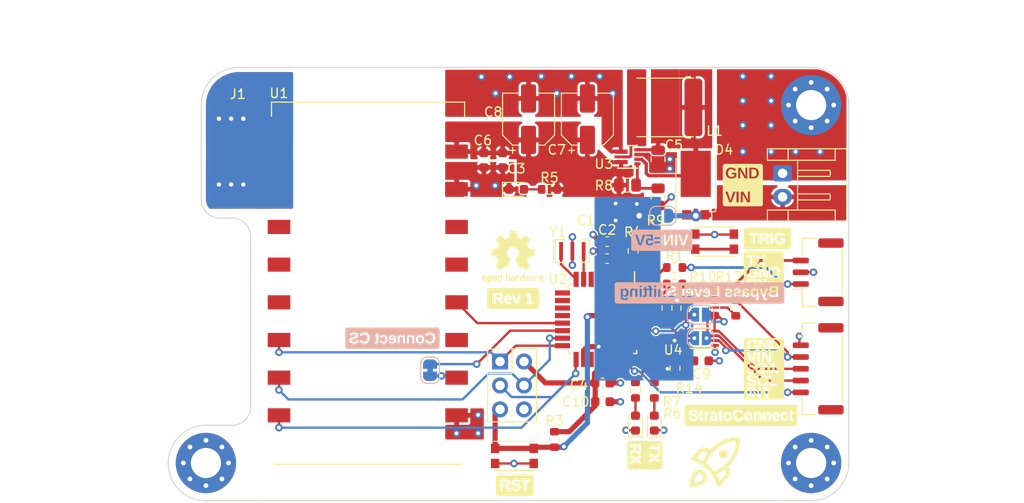
<source format=kicad_pcb>
(kicad_pcb (version 20211014) (generator pcbnew)
  (layers (0 "F.Cu" signal) (1 "In1.Cu" signal) (2 "In2.Cu" signal) (31 "B.Cu" signal) (34 "B.Paste" user) (35 "F.Paste" user) (36 "B.SilkS" user "B.Silkscreen") (37 "F.SilkS" user "F.Silkscreen") (38 "B.Mask" user) (39 "F.Mask" user) (44 "Edge.Cuts" user))
  (net 0 "")
  (net 1 "+5V")
  (net 2 "GND")
  (net 3 "VDC")
  (net 4 "Net-(D1-Pad2)")
  (net 5 "Net-(D2-Pad2)")
  (net 6 "/~{RST}")
  (net 7 "Net-(R1-Pad1)")
  (net 8 "/RF_GND")
  (net 9 "Net-(R2-Pad1)")
  (net 10 "Net-(J1-Pad1)")
  (net 14 "Net-(D3-Pad2)")
  (net 15 "/~{IQR}")
  (net 16 "/~{SDN}")
  (net 19 "/SPI_MISO")
  (net 20 "/SPI_SCK")
  (net 21 "/SPI_MOSI")
  (net 22 "/~{SPI_CS}")
  (net 23 "Net-(U2-Pad7)")
  (net 24 "Net-(U2-Pad8)")
  (net 25 "/~{IRQ}")
  (net 27 "/~{SPI_CS_SW}")
  (net 28 "/UART_TX")
  (net 34 "/SDA")
  (net 35 "/SCL")
  (net 37 "/~{INT}")
  (net 38 "/UART_RX")
  (net 39 "/TRIG")
  (net 42 "Net-(R8-Pad2)")
  (net 43 "/LED_TX")
  (net 44 "/LED_RX")
  (net 46 "/SW")
  (net 47 "/VDC_FWD")
  (net 48 "Net-(C9-Pad1)")
  (net 49 "/SCL_LVL")
  (net 50 "/SDA_LVL")
  (net 51 "+3V3")
  (footprint "Button_Switch_SMD:SW_Push_1P1T_NO_CK_KMR2" (layer "F.Cu") (at 172.75 88.5 180)
    (fp_text reference "SW1" hide)
    (fp_text value "SW_SPST" hide)
  )
  (footprint "Resistor_SMD:R_0603_1608Metric" (layer "F.Cu") (at 185.35 66.75 -90)
    (fp_text reference "R4")
    (fp_text value "10k" hide)
  )
  (footprint "Connector_JST:JST_GH_SM05B-GHS-TB_1x05-1MP_P1.25mm_Horizontal" (layer "F.Cu") (at 205 79.25 90)
    (fp_text reference "J3" hide)
    (fp_text value "Conn_01x05_Male" hide)
  )
  (footprint "Capacitor_SMD:CP_Elec_5x5.3" (layer "F.Cu") (at 174.25 52.75 90)
    (fp_text reference "C8")
    (fp_text value "47uF" hide)
  )
  (footprint "Resistor_SMD:R_0603_1608Metric" (layer "F.Cu") (at 189.75 70.25)
    (fp_text reference "R1")
    (fp_text value "1k" hide)
  )
  (footprint "Capacitor_SMD:C_0805_2012Metric" (layer "F.Cu") (at 188 57 -90)
    (fp_text reference "C5")
    (fp_text value "10uF" hide)
  )
  (footprint "Resistor_SMD:R_0603_1608Metric" (layer "F.Cu") (at 176.46875 60.2 180)
    (fp_text reference "R5")
    (fp_text value "220" hide)
  )
  (footprint "Capacitor_SMD:C_0603_1608Metric" (layer "F.Cu") (at 182.1 80.75)
    (fp_text reference "C4")
    (fp_text value "4.7uF" hide)
  )
  (footprint "Resistor_SMD:R_0603_1608Metric" (layer "F.Cu") (at 194 72.775 -90)
    (fp_text reference "R13")
    (fp_text value "22k" hide)
  )
  (footprint "Crystal:Resonator_SMD_Murata_CSTxExxV-3Pin_3.0x1.1mm" (layer "F.Cu") (at 178.9 66.75)
    (fp_text reference "Y1")
    (fp_text value "CSTNE16M0V530000R0" hide)
  )
  (footprint "Symbol:OSHW-Logo2_7.3x6mm_SilkScreen" (layer "F.Cu") (at 172.6 67.4)
    (fp_text reference "REF**" hide)
    (fp_text value "OSHW-Logo2_7.3x6mm_SilkScreen" hide)
  )
  (footprint "Button_Switch_SMD:SW_Push_1P1T_NO_CK_KMR2" (layer "F.Cu") (at 194 65.75)
    (fp_text reference "SW2" hide)
    (fp_text value "SW_SPST" hide)
  )
  (footprint "Capacitor_SMD:C_0603_1608Metric" (layer "F.Cu") (at 182.6 67.55 180)
    (fp_text reference "C1")
    (fp_text value "4.7uF" hide)
  )
  (footprint "MountingHole:MountingHole_3.2mm_M3_Pad_Via" (layer "F.Cu") (at 140 89.25)
    (fp_text reference "H2" hide)
    (fp_text value "MountingHole_Pad" hide)
  )
  (footprint "Connector_JST:JST_EH_S2B-EH_1x02_P2.50mm_Horizontal" (layer "F.Cu") (at 201.2175 58.5 -90)
    (fp_text reference "J4" hide)
    (fp_text value "Conn_01x02_Male" hide)
  )
  (footprint "Resistor_SMD:R_0603_1608Metric" (layer "F.Cu") (at 185.6 81.51625 -90)
    (fp_text reference "R6")
    (fp_text value "220" hide)
  )
  (footprint "Capacitor_SMD:CP_Elec_5x5.3" (layer "F.Cu") (at 180.5 52.75 90)
    (fp_text reference "C7")
    (fp_text value "47uF" hide)
  )
  (footprint "Connector_Coaxial:SMA_Molex_73251-2120_EdgeMount_Horizontal" (layer "F.Cu") (at 142.6725 56.19 180)
    (fp_text reference "J1")
    (fp_text value "Conn_Coaxial" hide)
  )
  (footprint "Connector_PinHeader_2.54mm:PinHeader_2x03_P2.54mm_Vertical" (layer "F.Cu") (at 171.225 78.475)
    (fp_text reference "J2" hide)
    (fp_text value "Conn_02x03_Odd_Even" hide)
  )
  (footprint "RF:RF4463F30" (layer "F.Cu") (at 157.21 70.19)
    (fp_text reference "U1")
    (fp_text value "RF4463f30" hide)
  )
  (footprint "Package_DFN_QFN:VDFN-7_2.1x2.1mm" (layer "F.Cu") (at 184.75 56.75)
    (fp_text reference "U3")
    (fp_text value "TPS61022RWU" hide)
  )
  (footprint "Resistor_SMD:R_0805_2012Metric" (layer "F.Cu") (at 184.75 59.75)
    (fp_text reference "R8")
    (fp_text value "732k" hide)
  )
  (footprint "Capacitor_SMD:C_0603_1608Metric" (layer "F.Cu") (at 182.1 82.75)
    (fp_text reference "C10")
    (fp_text value "100nF" hide)
  )
  (footprint "Resistor_SMD:R_0603_1608Metric" (layer "F.Cu") (at 188.950002 72.8 -90)
    (fp_text reference "R10")
    (fp_text value "22k" hide)
  )
  (footprint "Package_SO:VSSOP-8_2.3x2mm_P0.5mm" (layer "F.Cu") (at 192.5 76 180)
    (fp_text reference "U4")
    (fp_text value "PCA9306DC" hide)
  )
  (footprint "Package_QFP:TQFP-32_7x7mm_P0.8mm" (layer "F.Cu") (at 182.1 74 -90)
    (fp_text reference "U2")
    (fp_text value "ATmega328PB-A" hide)
  )
  (footprint "Capacitor_SMD:C_0603_1608Metric" (layer "F.Cu") (at 171.5 57.1 -90)
    (fp_text reference "C3")
    (fp_text value "1uF" hide)
  )
  (footprint "Connector_JST:JST_GH_SM03B-GHS-TB_1x03-1MP_P1.25mm_Horizontal" (layer "F.Cu") (at 205 69 90)
    (fp_text reference "J5" hide)
    (fp_text value "Conn_01x03_Male" hide)
  )
  (footprint "LED_SMD:LED_0603_1608Metric" (layer "F.Cu") (at 187.6 85.01625 90)
    (fp_text reference "D3" hide)
    (fp_text value "LED" hide)
  )
  (footprint "Inductor_SMD:L_2440_6060Metric" (layer "F.Cu") (at 188.75 51.5 180)
    (fp_text reference "L1")
    (fp_text value "1u" hide)
  )
  (footprint "Resistor_SMD:R_0603_1608Metric" (layer "F.Cu") (at 187.6 81.51625 -90)
    (fp_text reference "R7")
    (fp_text value "220" hide)
  )
  (footprint "Resistor_SMD:R_0603_1608Metric" (layer "F.Cu") (at 190.950002 72.8 -90)
    (fp_text reference "R11")
    (fp_text value "22k" hide)
  )
  (footprint "MountingHole:MountingHole_3.2mm_M3_Pad_Via" (layer "F.Cu") (at 204.25 89.25)
    (fp_text reference "H3" hide)
    (fp_text value "MountingHole_Pad" hide)
  )
  (footprint "LED_SMD:LED_0603_1608Metric" (layer "F.Cu") (at 172.96875 60.2)
    (fp_text reference "D1" hide)
    (fp_text value "LED" hide)
  )
  (footprint "Kevin_Lutzer_Lbr:Diode-TO-277B" (layer "F.Cu") (at 192 59.75 180)
    (fp_text reference "D4")
    (fp_text value "ST12199STR" hide)
  )
  (footprint "Capacitor_SMD:C_0603_1608Metric" (layer "F.Cu") (at 169.5 57.1 -90)
    (fp_text reference "C6")
    (fp_text value "100nF" hide)
  )
  (footprint "Resistor_SMD:R_0603_1608Metric" (layer "F.Cu") (at 189.8 79.2 90)
    (fp_text reference "R14")
    (fp_text value "10k" hide)
  )
  (footprint "Capacitor_SMD:C_0603_1608Metric" (layer "F.Cu") (at 182.6 65.75 180)
    (fp_text reference "C2")
    (fp_text value "1uF" hide)
  )
  (footprint "LED_SMD:LED_0603_1608Metric" (layer "F.Cu") (at 185.6 85.01625 90)
    (fp_text reference "D2" hide)
    (fp_text value "LED" hide)
  )
  (footprint "Resistor_SMD:R_0603_1608Metric" (layer "F.Cu") (at 189.75 68.5)
    (fp_text reference "R2")
    (fp_text value "1k")
  )
  (footprint "Resistor_SMD:R_0805_2012Metric" (layer "F.Cu") (at 188 61 -90)
    (fp_text reference "R9")
    (fp_text value "100k" hide)
  )
  (footprint "MountingHole:MountingHole_3.2mm_M3_Pad_Via" (layer "F.Cu") (at 204.25 51.25)
    (fp_text reference "H1" hide)
    (fp_text value "MountingHole_Pad" hide)
  )
  (footprint "Resistor_SMD:R_0603_1608Metric" (layer "F.Cu") (at 196.25 72.8 -90)
    (fp_text reference "R12")
    (fp_text value "22k" hide)
  )
  (footprint "Resistor_SMD:R_0603_1608Metric" (layer "F.Cu") (at 177 86.75 -90)
    (fp_text reference "R3")
    (fp_text value "10k" hide)
  )
  (footprint "Capacitor_SMD:C_0603_1608Metric" (layer "F.Cu") (at 192.6 78.4)
    (fp_text reference "C9")
    (fp_text value "100nF" hide)
  )
  (footprint "Jumper:SolderJumper-2_P1.3mm_Open_RoundedPad1.0x1.5mm" (layer "B.Cu") (at 192.5 73.5 180)
    (fp_text reference "JP4" hide)
    (fp_text value "SolderJumper_2_Open" hide)
  )
  (footprint "Jumper:SolderJumper-2_P1.3mm_Open_RoundedPad1.0x1.5mm" (layer "B.Cu") (at 188.5 63)
    (fp_text reference "JP2" hide)
    (fp_text value "SolderJumper_2_Open" hide)
  )
  (footprint "Jumper:SolderJumper-2_P1.3mm_Bridged_RoundedPad1.0x1.5mm" (layer "B.Cu") (at 163.8 79.4 -90)
    (fp_text reference "JP1" hide)
    (fp_text value "SolderJumper_2_Bridged" hide)
  )
  (footprint "Jumper:SolderJumper-2_P1.3mm_Open_RoundedPad1.0x1.5mm" (layer "B.Cu") (at 192.5 76 180)
    (fp_text reference "JP3" hide)
    (fp_text value "SolderJumper_2_Open" hide)
  )
  (gr_poly (pts (xy 159.752576 75.809021) (xy 159.729916 75.813461) (xy 159.708981 75.820862) (xy 159.689771 75.831223) (xy 159.672284 75.844543) (xy 159.656506 75.86084) (xy 159.642651 75.880081) (xy 159.630917 75.902298) (xy 159.621304 75.92746) (xy 159.613828 75.955597) (xy 159.608456 75.986679) (xy 159.605222 76.020721) (xy 159.947003 76.020721) (xy 159.945035 75.988342) (xy 159.940793 75.95845) (xy 159.934277 75.93103) (xy 159.925473 75.906097) (xy 159.91438 75.883652) (xy 159.901013 75.863693) (xy 159.88548 75.846527) (xy 159.867871 75.832489) (xy 159.848218 75.821579) (xy 159.82652 75.813766) (xy 159.802747 75.809097) (xy 159.776944 75.807541)) (layer "B.SilkS") (width 0.01) (fill solid))
  (gr_poly (pts (xy 193.118689 70.866138) (xy 193.09603 70.870578) (xy 193.07511 70.877979) (xy 193.055884 70.888354) (xy 193.038397 70.901675) (xy 193.02262 70.917957) (xy 193.008765 70.937213) (xy 192.997031 70.959415) (xy 192.987418 70.984592) (xy 192.979941 71.012714) (xy 192.974585 71.043811) (xy 192.97135 71.077869) (xy 193.313132 71.077869) (xy 193.311179 71.045474) (xy 193.306937 71.015567) (xy 193.300406 70.988147) (xy 193.291602 70.963229) (xy 193.280508 70.940784) (xy 193.267142 70.920825) (xy 193.251608 70.903659) (xy 193.234 70.889621) (xy 193.214346 70.878696) (xy 193.192648 70.870898) (xy 193.168875 70.866214) (xy 193.143057 70.864658)) (layer "B.SilkS") (width 0.01) (fill solid))
  (gr_poly (pts (xy 200.130189 71.114902) (xy 200.072409 71.128314) (xy 200.027469 71.150699) (xy 199.995379 71.182025) (xy 199.976129 71.222293) (xy 199.969699 71.271533) (xy 199.971179 71.298297) (xy 199.975619 71.322742) (xy 199.983019 71.344867) (xy 199.993399 71.364658) (xy 200.006719 71.382114) (xy 200.022999 71.39725) (xy 200.042499 71.410052) (xy 200.065449 71.420535) (xy 200.091859 71.428683) (xy 200.121739 71.434497) (xy 200.155069 71.437991) (xy 200.191849 71.439151) (xy 200.505149 71.439151) (xy 200.505149 71.110416) (xy 200.200809 71.110416)) (layer "B.SilkS") (width 0.01) (fill solid))
  (gr_poly (pts (xy 200.200779 70.649921) (xy 200.172459 70.652637) (xy 200.146799 70.657153) (xy 200.123769 70.663486) (xy 200.103399 70.671634) (xy 200.085669 70.681567) (xy 200.070619 70.693668) (xy 200.058309 70.70824) (xy 200.048739 70.725314) (xy 200.041909 70.744861) (xy 200.037799 70.766895) (xy 200.036429 70.791415) (xy 200.037709 70.814044) (xy 200.041539 70.834689) (xy 200.047929 70.853366) (xy 200.056879 70.87009) (xy 200.068369 70.884845) (xy 200.082419 70.897617) (xy 200.099299 70.908435) (xy 200.119249 70.917285) (xy 200.142319 70.924167) (xy 200.168489 70.929095) (xy 200.197739 70.93204) (xy 200.230109 70.933017) (xy 200.505149 70.933017) (xy 200.505149 70.64902) (xy 200.231729 70.64902)) (layer "B.SilkS") (width 0.01) (fill solid))
  (gr_poly (pts (xy 184.418941 70.878986) (xy 184.39252 70.885333) (xy 184.3684 70.895892) (xy 184.346551 70.910693) (xy 184.326991 70.929721) (xy 184.309711 70.95296) (xy 184.29491 70.979984) (xy 184.28281 71.010333) (xy 184.273401 71.043994) (xy 184.26667 71.080981) (xy 184.262641 71.121295) (xy 184.261281 71.164935) (xy 184.262641 71.209796) (xy 184.26667 71.251132) (xy 184.273401 71.288913) (xy 184.28281 71.323154) (xy 184.29491 71.353839) (xy 184.309711 71.380984) (xy 184.32703 71.404224) (xy 184.346731 71.423251) (xy 184.3688 71.438037) (xy 184.393241 71.448611) (xy 184.42007 71.454944) (xy 184.44926 71.457065) (xy 184.504711 71.449084) (xy 184.550071 71.425143) (xy 184.585361 71.385242) (xy 184.61057 71.329395) (xy 184.62569 71.257571) (xy 184.630731 71.169818) (xy 184.625652 71.08031) (xy 184.610391 71.007068) (xy 184.584972 70.950107) (xy 184.54935 70.909427) (xy 184.503581 70.885013) (xy 184.447641 70.87688)) (layer "B.SilkS") (width 0.01) (fill solid))
  (gr_poly (pts (xy 191.30831 70.866138) (xy 191.28567 70.870578) (xy 191.26473 70.877979) (xy 191.24552 70.888354) (xy 191.22803 70.901675) (xy 191.21226 70.917957) (xy 191.1984 70.937213) (xy 191.18667 70.959415) (xy 191.17705 70.984592) (xy 191.16958 71.012714) (xy 191.16421 71.043811) (xy 191.16097 71.077869) (xy 191.502768 71.077869) (xy 191.5008 71.045474) (xy 191.496558 71.015567) (xy 191.490042 70.988147) (xy 191.481238 70.963229) (xy 191.470145 70.940784) (xy 191.456778 70.920825) (xy 191.441229 70.903659) (xy 191.423636 70.889621) (xy 191.403982 70.878696) (xy 191.38227 70.870898) (xy 191.35851 70.866214) (xy 191.33268 70.864658)) (layer "B.SilkS") (width 0.01) (fill solid))
  (gr_poly (pts (xy 155.010891 74.87808) (xy 154.972761 74.88724) (xy 154.936511 74.90225) (xy 154.903061 74.92276) (xy 154.873231 74.94823) (xy 154.847761 74.97806) (xy 154.827251 75.011505) (xy 154.81224 75.04776) (xy 154.803081 75.085892) (xy 154.800001 75.125) (xy 154.800001 76.875) (xy 154.803081 76.914108) (xy 154.81224 76.95224) (xy 154.827251 76.988495) (xy 154.847761 77.02194) (xy 154.873231 77.05177) (xy 154.903061 77.07724) (xy 154.936511 77.09775) (xy 154.972761 77.11276) (xy 155.010891 77.12192) (xy 155.050001 77.125) (xy 164.549999 77.125) (xy 164.589109 77.12192) (xy 164.627239 77.11276) (xy 164.663489 77.09775) (xy 164.696939 77.07724) (xy 164.726769 77.05177) (xy 164.752239 77.02194) (xy 164.772749 76.988495) (xy 164.787759 76.95224) (xy 164.796919 76.914108) (xy 164.799999 76.875) (xy 164.799999 75.981674) (xy 164.343439 75.981674) (xy 164.339259 76.072052) (xy 164.326669 76.155487) (xy 164.305709 76.231995) (xy 164.276359 76.301559) (xy 164.238629 76.364182) (xy 164.192499 76.419861) (xy 164.138679 76.467728) (xy 164.077889 76.506897) (xy 164.010109 76.537354) (xy 163.935349 76.559113) (xy 163.853599 76.572159) (xy 163.764869 76.576508) (xy 163.705549 76.574265) (xy 163.649089 76.56752) (xy 163.595499 76.556274) (xy 163.544799 76.540527) (xy 163.496949 76.520294) (xy 163.451979 76.495544) (xy 163.410199 76.466202) (xy 163.371909 76.432129) (xy 163.337139 76.393326) (xy 163.305869 76.349808) (xy 163.278099 76.301559) (xy 163.253839 76.248581) (xy 163.462979 76.169647) (xy 163.494869 76.236282) (xy 163.534129 76.290802) (xy 163.580759 76.333206) (xy 163.634759 76.363495) (xy 163.696129 76.381668) (xy 163.764869 76.387726) (xy 163.817259 76.384842) (xy 163.865369 76.37616) (xy 163.909209 76.361694) (xy 163.948769 76.341431) (xy 163.984069 76.315399) (xy 164.015089 76.283569) (xy 164.041579 76.246246) (xy 164.063239 76.203735) (xy 164.080089 76.156006) (xy 164.088463 76.119202) (xy 163.171289 76.119202) (xy 163.168039 76.187729) (xy 163.158279 76.25119) (xy 163.142009 76.309601) (xy 163.119209 76.362946) (xy 163.089919 76.411224) (xy 163.054119 76.454453) (xy 163.012599 76.491745) (xy 162.966139 76.522263) (xy 162.914759 76.546005) (xy 162.858459 76.562958) (xy 162.79722 76.57312) (xy 162.73106 76.576508) (xy 162.663599 76.573135) (xy 162.601219 76.563004) (xy 162.5439 76.546097) (xy 162.491639 76.522446) (xy 162.444439 76.492035) (xy 162.402309 76.454865) (xy 162.366009 76.411743) (xy 162.336299 76.363495) (xy 162.3132 76.31012) (xy 162.2967 76.251602) (xy 162.286799 76.187958) (xy 162.283509 76.119202) (xy 162.286649 76.048538) (xy 162.296109 75.983627) (xy 162.311889 75.924408) (xy 162.33395 75.870926) (xy 162.362329 75.823151) (xy 162.397019 75.781097) (xy 162.4377 75.745163) (xy 162.48405 75.715775) (xy 162.536069 75.692902) (xy 162.582438 75.679779) (xy 162.132339 75.679779) (xy 162.13153 75.691971) (xy 162.130749 75.704697) (xy 162.129999 75.717926) (xy 162.12855 75.745956) (xy 162.127869 75.760757) (xy 162.127239 75.77652) (xy 162.126739 75.793716) (xy 162.126339 75.812317) (xy 162.12605 75.832352) (xy 162.12588 75.853821) (xy 162.125819 75.876709) (xy 162.125819 76.560242) (xy 161.89715 76.560242) (xy 161.89715 76.088272) (xy 161.89575 76.052231) (xy 161.89151 76.018417) (xy 161.884439 75.986862) (xy 161.874549 75.957535) (xy 161.86184 75.93045) (xy 161.846299 75.905594) (xy 161.82846 75.883835) (xy 161.80882 75.866043) (xy 161.78741 75.852188) (xy 161.764199 75.8423) (xy 161.739209 75.836365) (xy 161.712449 75.834396) (xy 161.664459 75.840836) (xy 161.62518 75.860153) (xy 161.59465 75.892365) (xy 161.572829 75.937469) (xy 161.559749 75.995453) (xy 161.55539 76.066299) (xy 161.55539 76.560242) (xy 161.32754 76.560242) (xy 161.32754 76.001205) (xy 161.32962 75.94809) (xy 161.33586 75.899399) (xy 161.34625 75.855148) (xy 161.36082 75.815308) (xy 161.37953 75.779922) (xy 161.4024 75.748947) (xy 161.42917 75.722595) (xy 161.45955 75.701035) (xy 161.49354 75.684265) (xy 161.507611 75.679779) (xy 161.13812 75.679779) (xy 161.13733 75.691971) (xy 161.13655 75.704697) (xy 161.13578 75.717926) (xy 161.13505 75.731689) (xy 161.13366 75.760757) (xy 161.13304 75.77652) (xy 161.13253 75.793716) (xy 161.13214 75.812317) (xy 161.13185 75.832352) (xy 161.13168 75.853821) (xy 161.13162 75.876709) (xy 161.13162 76.560242) (xy 160.90295 76.560242) (xy 160.90295 76.088272) (xy 160.90153 76.052231) (xy 160.89731 76.018417) (xy 160.89024 75.986862) (xy 160.88035 75.957535) (xy 160.86763 75.93045) (xy 160.85209 75.905594) (xy 160.83424 75.883835) (xy 160.81462 75.866043) (xy 160.793195 75.852188) (xy 160.770001 75.8423) (xy 160.745007 75.836365) (xy 160.718228 75.834396) (xy 160.670239 75.840836) (xy 160.630978 75.860153) (xy 160.600446 75.892365) (xy 160.578625 75.937469) (xy 160.565533 75.995453) (xy 160.561169 76.066299) (xy 160.561169 76.560242) (xy 160.333325 76.560242) (xy 160.333325 76.115936) (xy 160.188672 76.115936) (xy 160.185712 76.188065) (xy 160.176831 76.254227) (xy 160.16203 76.314377) (xy 160.141309 76.368561) (xy 160.114651 76.416733) (xy 160.082074 76.458923) (xy 160.043988 76.494858) (xy 160.00079 76.524246) (xy 159.952481 76.547119) (xy 159.899075 76.563446) (xy 159.840558 76.573242) (xy 159.776944 76.576508) (xy 159.68681 76.56987) (xy 159.607404 76.549927) (xy 159.538708 76.516708) (xy 159.480725 76.470184) (xy 159.433469 76.41037) (xy 159.396909 76.337265) (xy 159.612561 76.318558) (xy 159.625623 76.350632) (xy 159.643658 76.376877) (xy 159.666669 76.397278) (xy 159.694653 76.411865) (xy 159.727612 76.420609) (xy 159.76553 76.423523) (xy 159.793713 76.421707) (xy 159.819638 76.416245) (xy 159.843335 76.40715) (xy 159.864804 76.394424) (xy 159.88403 76.378036) (xy 159.901013 76.358032) (xy 159.915555 76.334442) (xy 159.927457 76.307358) (xy 159.936719 76.276749) (xy 159.943326 76.242661) (xy 159.947293 76.205048) (xy 159.948621 76.16394) (xy 159.383893 76.16394) (xy 159.383893 76.15744) (xy 159.385058 76.124878) (xy 159.283505 76.124878) (xy 159.280469 76.193344) (xy 159.27139 76.256577) (xy 159.256238 76.31459) (xy 159.235043 76.367386) (xy 159.207776 76.414963) (xy 159.174451 76.457306) (xy 159.135571 76.493729) (xy 159.091641 76.523529) (xy 159.04263 76.546707) (xy 158.988553 76.563263) (xy 158.929425 76.573196) (xy 158.865231 76.576508) (xy 158.830289 76.575439) (xy 158.79652 76.57222) (xy 158.76393 76.566849) (xy 158.73251 76.559341) (xy 158.70227 76.549667) (xy 158.6732 76.537857) (xy 158.64563 76.524078) (xy 158.61989 76.50853) (xy 158.59599 76.49118) (xy 158.57391 76.472046) (xy 158.55366 76.451126) (xy 158.53526 76.428421) (xy 158.51887 76.404282) (xy 158.50474 76.379059) (xy 158.49284 76.352737) (xy 158.48317 76.325333) (xy 158.47575 76.29686) (xy 158.47056 76.267288) (xy 158.70004 76.256714) (xy 158.7045 76.282715) (xy 158.7108 76.306488) (xy 158.71896 76.328018) (xy 158.72897 76.347305) (xy 158.74084 76.364365) (xy 158.75456 76.379181) (xy 158.7698 76.391739) (xy 158.78621 76.402008) (xy 158.803799 76.410004) (xy 158.822552 76.41571) (xy 158.842496 76.419128) (xy 158.863614 76.420273) (xy 158.918561 76.411819) (xy 158.963513 76.386459) (xy 158.998486 76.344193) (xy 159.023465 76.285004) (xy 159.038449 76.208923) (xy 159.043439 76.115936) (xy 159.038541 76.025665) (xy 159.023816 75.951843) (xy 158.999295 75.894409) (xy 158.964963 75.853378) (xy 158.920819 75.828766) (xy 158.866864 75.820557) (xy 158.8439 75.821671) (xy 158.822736 75.825027) (xy 158.803387 75.830627) (xy 158.78584 75.838455) (xy 158.77011 75.848526) (xy 158.75619 75.86084) (xy 158.74398 75.875015) (xy 158.7334 75.890717) (xy 158.72445 75.907928) (xy 158.71713 75.926666) (xy 158.71144 75.946899) (xy 158.70736 75.968658) (xy 158.47708 75.957275) (xy 158.48787 75.913086) (xy 158.50285 75.872192) (xy 158.52205 75.834595) (xy 158.522185 75.834396) (xy 158.42308 75.834396) (xy 158.31158 75.834396) (xy 158.31158 76.353561) (xy 158.31007 76.389145) (xy 158.30552 76.421585) (xy 158.29796 76.450897) (xy 158.28735 76.477066) (xy 158.27372 76.500092) (xy 158.25706 76.519974) (xy 158.23759 76.536758) (xy 158.21556 76.550491) (xy 158.19095 76.561157) (xy 158.16375 76.568787) (xy 158.13398 76.573364) (xy 158.10164 76.57489) (xy 158.066221 76.574127) (xy 158.0321 76.571823) (xy 157.99931 76.567978) (xy 157.96782 76.562592) (xy 157.93763 76.555679) (xy 157.90878 76.547226) (xy 157.90878 76.40564) (xy 157.92469 76.409119) (xy 157.93934 76.411957) (xy 157.95273 76.414169) (xy 157.96484 76.415756) (xy 157.975691 76.416702) (xy 157.98527 76.417023) (xy 158.001611 76.416168) (xy 158.016461 76.413635) (xy 158.02983 76.409393) (xy 158.041681 76.403458) (xy 158.05206 76.395828) (xy 158.060941 76.386505) (xy 158.068401 76.375397) (xy 158.07451 76.362411) (xy 158.079251 76.347549) (xy 158.08264 76.330811) (xy 158.08468 76.312195) (xy 158.08535 76.291702) (xy 158.08535 75.981674) (xy 157.380861 75.981674) (xy 157.376661 76.072052) (xy 157.36407 76.155487) (xy 157.34312 76.231995) (xy 157.313761 76.301559) (xy 157.276031 76.364182) (xy 157.229901 76.419861) (xy 157.17608 76.467728) (xy 157.11529 76.506897) (xy 157.04751 76.537354) (xy 156.97274 76.559113) (xy 156.891001 76.572159) (xy 156.80227 76.576508) (xy 156.742951 76.574265) (xy 156.686491 76.56752) (xy 156.632921 76.556274) (xy 156.582201 76.540527) (xy 156.534361 76.520294) (xy 156.489381 76.495544) (xy 156.447601 76.466202) (xy 156.409311 76.432129) (xy 156.374541 76.393326) (xy 156.343271 76.349808) (xy 156.315501 76.301559) (xy 156.297201 76.261597) (xy 156.225781 76.261597) (xy 156.211361 76.312256) (xy 156.191971 76.358429) (xy 156.1676 76.400131) (xy 156.138261 76.437363) (xy 156.103961 76.470123) (xy 156.064661 76.498398) (xy 156.020251 76.522263) (xy 155.970551 76.541794) (xy 155.91554 76.556992) (xy 155.855271 76.567841) (xy 155.789691 76.574341) (xy 155.71882 76.576508) (xy 155.641511 76.574036) (xy 155.57068 76.56662) (xy 155.506341 76.554245) (xy 155.44848 76.536911) (xy 155.397121 76.514633) (xy 155.352231 76.487411) (xy 155.314071 76.455505) (xy 155.282831 76.419189) (xy 155.258541 76.378464) (xy 155.241191 76.333344) (xy 155.230791 76.283798) (xy 155.227321 76.229858) (xy 155.227931 76.206451) (xy 155.229761 76.183975) (xy 155.23282 76.16243) (xy 155.237091 76.1418) (xy 155.242581 76.122101) (xy 155.249301 76.103333) (xy 155.25715 76.085449) (xy 155.266111 76.06842) (xy 155.276151 76.052261) (xy 155.287271 76.036957) (xy 155.29948 76.022507) (xy 155.312771 76.008926) (xy 155.327421 75.996063) (xy 155.343731 75.983719) (xy 155.36169 75.971909) (xy 155.381301 75.960663) (xy 155.402551 75.949951) (xy 155.425471 75.939774) (xy 155.451811 75.929733) (xy 155.483381 75.919388) (xy 155.520171 75.908752) (xy 155.562181 75.897827) (xy 155.609401 75.886597) (xy 155.661861 75.875076) (xy 155.705641 75.865326) (xy 155.744231 75.85614) (xy 155.777621 75.847519) (xy 155.805811 75.839462) (xy 155.82879 75.83197) (xy 155.846591 75.825043) (xy 155.861161 75.818161) (xy 155.874481 75.810791) (xy 155.886561 75.802963) (xy 155.897401 75.794662) (xy 155.906991 75.785873) (xy 155.915341 75.776627) (xy 155.922441 75.766678) (xy 155.928231 75.755829) (xy 155.932741 75.744064) (xy 155.935961 75.7314) (xy 155.937891 75.717834) (xy 155.938531 75.703369) (xy 155.932481 75.661606) (xy 155.914301 75.627426) (xy 155.884011 75.600845) (xy 155.841611 75.581863) (xy 155.787081 75.570465) (xy 155.720442 75.566666) (xy 155.687591 75.567703) (xy 155.657381 75.570831) (xy 155.629822 75.576035) (xy 155.604901 75.583313) (xy 155.58262 75.592667) (xy 155.562991 75.604111) (xy 155.545711 75.617599) (xy 155.530481 75.633133) (xy 155.51732 75.650696) (xy 155.506211 75.670288) (xy 155.497161 75.691925) (xy 155.490171 75.715591) (xy 155.257431 75.683853) (xy 155.269851 75.634995) (xy 155.286501 75.590988) (xy 155.307371 75.551819) (xy 155.332472 75.517487) (xy 155.36181 75.487991) (xy 155.39537 75.463333) (xy 155.43399 75.442932) (xy 155.478501 75.426254) (xy 155.528911 75.413269) (xy 155.585232 75.404007) (xy 155.647461 75.398453) (xy 155.71557 75.396591) (xy 155.786941 75.398895) (xy 155.852411 75.405777) (xy 155.911981 75.417236) (xy 155.965661 75.433304) (xy 156.013421 75.453949) (xy 156.055311 75.479187) (xy 156.090991 75.508743) (xy 156.120181 75.542343) (xy 156.142881 75.579987) (xy 156.159101 75.621689) (xy 156.168841 75.667419) (xy 156.172071 75.717209) (xy 156.171641 75.737167) (xy 156.170321 75.756363) (xy 156.168101 75.77478) (xy 156.165021 75.792435) (xy 156.161051 75.809326) (xy 156.156221 75.825439) (xy 156.150571 75.840836) (xy 156.144241 75.855545) (xy 156.137191 75.869583) (xy 156.129451 75.882935) (xy 156.121011 75.89563) (xy 156.111871 75.907623) (xy 156.102031 75.919006) (xy 156.091521 75.929825) (xy 156.080331 75.940079) (xy 156.068461 75.949768) (xy 156.055921 75.958893) (xy 156.042711 75.967453) (xy 156.028871 75.97554) (xy 156.014491 75.983261) (xy 155.999571 75.990631) (xy 155.984111 75.99765) (xy 155.968111 76.004272) (xy 155.951571 76.010559) (xy 155.932571 76.016983) (xy 155.90924 76.024063) (xy 155.881571 76.031815) (xy 155.849561 76.040207) (xy 155.813211 76.049255) (xy 155.772521 76.05896) (xy 155.72557 76.068756) (xy 155.683971 76.078049) (xy 155.647721 76.086838) (xy 155.616831 76.095139) (xy 155.59131 76.102936) (xy 155.571131 76.110245) (xy 155.554291 76.117584) (xy 155.538751 76.125519) (xy 155.524551 76.134048) (xy 155.51164 76.143158) (xy 155.500041 76.152847) (xy 155.489761 76.163132) (xy 155.480921 76.174194) (xy 155.473711 76.186188) (xy 155.468091 76.199142) (xy 155.464081 76.213043) (xy 155.461672 76.22789) (xy 155.460861 76.243698) (xy 155.467851 76.290436) (xy 155.488801 76.32869) (xy 155.523721 76.358429) (xy 155.572611 76.379684) (xy 155.635481 76.392426) (xy 155.712311 76.396683) (xy 155.751251 76.395538) (xy 155.787261 76.39212) (xy 155.820341 76.386414) (xy 155.850481 76.378418) (xy 155.877671 76.368149) (xy 155.901911 76.355591) (xy 155.923461 76.3405) (xy 155.942521 76.322632) (xy 155.959091 76.301987) (xy 155.973161 76.278549) (xy 155.984751 76.25235) (xy 155.993861 76.223358) (xy 156.225781 76.261597) (xy 156.297201 76.261597) (xy 156.29124 76.248581) (xy 156.500381 76.169647) (xy 156.532271 76.236282) (xy 156.571531 76.290802) (xy 156.618161 76.333206) (xy 156.672161 76.363495) (xy 156.733531 76.381668) (xy 156.80227 76.387726) (xy 156.85466 76.384842) (xy 156.90277 76.37616) (xy 156.946611 76.361694) (xy 156.986171 76.341431) (xy 157.02147 76.315399) (xy 157.0525 76.283569) (xy 157.078981 76.246246) (xy 157.100641 76.203735) (xy 157.117491 76.156006) (xy 157.12953 76.103088) (xy 157.13675 76.044983) (xy 157.13916 75.981674) (xy 157.13682 75.919449) (xy 157.1298 75.862427) (xy 157.1181 75.810593) (xy 157.101731 75.763962) (xy 157.080671 75.722534) (xy 157.05494 75.686295) (xy 157.02469 75.655472) (xy 156.99006 75.630234) (xy 156.95109 75.610611) (xy 156.90774 75.596603) (xy 156.86004 75.588196) (xy 156.80797 75.585388) (xy 156.773221 75.586807) (xy 156.740021 75.591034) (xy 156.708391 75.598099) (xy 156.678311 75.607986) (xy 156.649791 75.620712) (xy 156.622831 75.636246) (xy 156.5981 75.654175) (xy 156.576231 75.674088) (xy 156.557231 75.695953) (xy 156.541101 75.719788) (xy 156.527841 75.74559) (xy 156.517471 75.773361) (xy 156.305871 75.715591) (xy 156.325071 75.665344) (xy 156.348481 75.619339) (xy 156.376081 75.57756) (xy 156.407881 75.539993) (xy 156.443891 75.506668) (xy 156.484101 75.47757) (xy 156.528501 75.45282) (xy 156.577051 75.432587) (xy 156.629761 75.41684) (xy 156.686631 75.405594) (xy 156.747661 75.398849) (xy 156.81285 75.396591) (xy 156.90144 75.400803) (xy 156.98275 75.413406) (xy 157.056771 75.434433) (xy 157.123531 75.463867) (xy 157.183 75.501709) (xy 157.2352 75.547943) (xy 157.279711 75.602036) (xy 157.31611 75.663406) (xy 157.34443 75.732056) (xy 157.364671 75.807983) (xy 157.376801 75.89119) (xy 157.380861 75.981674) (xy 158.08535 75.981674) (xy 158.08535 75.834396) (xy 157.91855 75.834396) (xy 157.91855 75.679779) (xy 158.08535 75.679779) (xy 158.08535 75.473083) (xy 158.22857 75.473083) (xy 158.30018 75.679779) (xy 158.42308 75.679779) (xy 158.42308 75.834396) (xy 158.522185 75.834396) (xy 158.54544 75.800308) (xy 158.57304 75.769318) (xy 158.60484 75.741623) (xy 158.64024 75.717758) (xy 158.67862 75.698227) (xy 158.71998 75.683044) (xy 158.76432 75.672195) (xy 158.811658 75.66568) (xy 158.861981 75.663513) (xy 158.926694 75.666885) (xy 158.98631 75.677032) (xy 159.040799 75.693924) (xy 159.090192 75.717575) (xy 159.134473 75.747986) (xy 159.173657 75.785172) (xy 159.207211 75.8284) (xy 159.234677 75.876984) (xy 159.256039 75.930923) (xy 159.271298 75.990234) (xy 159.280453 76.054871) (xy 159.283505 76.124878) (xy 159.385058 76.124878) (xy 159.38667 76.079849) (xy 159.395016 76.008743) (xy 159.408917 75.944153) (xy 159.428372 75.886017) (xy 159.453397 75.834381) (xy 159.483975 75.78923) (xy 159.519833 75.750824) (xy 159.560651 75.719391) (xy 159.606458 75.694946) (xy 159.657224 75.677475) (xy 159.712964 75.667007) (xy 159.773679 75.663513) (xy 159.837338 75.666763) (xy 159.896008 75.676529) (xy 159.949643 75.69281) (xy 159.998257 75.715591) (xy 160.041867 75.744888) (xy 160.080457 75.780685) (xy 160.113522 75.822556) (xy 160.140576 75.870026) (xy 160.161618 75.923096) (xy 160.176648 75.981766) (xy 160.185666 76.046036) (xy 160.188672 76.115936) (xy 160.333325 76.115936) (xy 160.333325 76.001205) (xy 160.335416 75.94809) (xy 160.341656 75.899399) (xy 160.352048 75.855148) (xy 160.366605 75.815308) (xy 160.385327 75.779922) (xy 160.4082 75.748947) (xy 160.434964 75.722595) (xy 160.465344 75.701035) (xy 160.499341 75.684265) (xy 160.536954 75.672272) (xy 160.578183 75.665085) (xy 160.623029 75.662689) (xy 160.654553 75.663956) (xy 160.684598 75.667755) (xy 160.713147 75.674088) (xy 160.740216 75.682953) (xy 160.765775 75.694351) (xy 160.789853 75.708267) (xy 160.81251 75.724991) (xy 160.83387 75.744797) (xy 160.85392 75.76767) (xy 160.87266 75.793625) (xy 160.89009 75.822647) (xy 160.90622 75.854736) (xy 160.90947 75.854736) (xy 160.90957 75.845169) (xy 160.90991 75.833267) (xy 160.91049 75.819031) (xy 160.91127 75.802475) (xy 160.91229 75.783585) (xy 160.91353 75.762375) (xy 160.91484 75.74144) (xy 160.91606 75.723358) (xy 160.9172 75.70816) (xy 160.91824 75.695831) (xy 160.91919 75.686371) (xy 160.92006 75.679779) (xy 161.13812 75.679779) (xy 161.507611 75.679779) (xy 161.53116 75.672272) (xy 161.572379 75.665085) (xy 161.617229 75.662689) (xy 161.64877 75.663956) (xy 161.678809 75.667755) (xy 161.70736 75.674088) (xy 161.73442 75.682953) (xy 161.759979 75.694351) (xy 161.78405 75.708267) (xy 161.80673 75.724991) (xy 161.828079 75.744797) (xy 161.84813 75.76767) (xy 161.866859 75.793625) (xy 161.8843 75.822647) (xy 161.900419 75.854736) (xy 161.903669 75.854736) (xy 161.90379 75.845169) (xy 161.90413 75.833267) (xy 161.90469 75.819031) (xy 161.905479 75.802475) (xy 161.906489 75.783585) (xy 161.907739 75.762375) (xy 161.90905 75.74144) (xy 161.91028 75.723358) (xy 161.911399 75.70816) (xy 161.91244 75.695831) (xy 161.913389 75.686371) (xy 161.914259 75.679779) (xy 162.132339 75.679779) (xy 162.582438 75.679779) (xy 162.59376 75.676575) (xy 162.65713 75.666779) (xy 162.726179 75.663513) (xy 162.793839 75.666885) (xy 162.856289 75.677032) (xy 162.913539 75.693924) (xy 162.965599 75.717575) (xy 163.012459 75.747986) (xy 163.054119 75.785172) (xy 163.089919 75.828232) (xy 163.119209 75.876358) (xy 163.142009 75.929504) (xy 163.158279 75.987701) (xy 163.168039 76.050919) (xy 163.171289 76.119202) (xy 164.088463 76.119202) (xy 164.092129 76.103088) (xy 164.099349 76.044983) (xy 164.101759 75.981674) (xy 164.099419 75.919449) (xy 164.092399 75.862427) (xy 164.080699 75.810593) (xy 164.064329 75.763962) (xy 164.043269 75.722534) (xy 164.017539 75.686295) (xy 163.987289 75.655472) (xy 163.952659 75.630234) (xy 163.913679 75.610611) (xy 163.870339 75.596603) (xy 163.822629 75.588196) (xy 163.770569 75.585388) (xy 163.735809 75.586807) (xy 163.702619 75.591034) (xy 163.670989 75.598099) (xy 163.640909 75.607986) (xy 163.612389 75.620712) (xy 163.585429 75.636246) (xy 163.560699 75.654175) (xy 163.538829 75.674088) (xy 163.519829 75.695953) (xy 163.503699 75.719788) (xy 163.490439 75.74559) (xy 163.480049 75.773361) (xy 163.268479 75.715591) (xy 163.287669 75.665344) (xy 163.311059 75.619339) (xy 163.338669 75.57756) (xy 163.370479 75.539993) (xy 163.406489 75.506668) (xy 163.446699 75.47757) (xy 163.491089 75.45282) (xy 163.539639 75.432587) (xy 163.592359 75.41684) (xy 163.649229 75.405594) (xy 163.710259 75.398849) (xy 163.775449 75.396591) (xy 163.864039 75.400803) (xy 163.945339 75.413406) (xy 164.019379 75.434433) (xy 164.086119 75.463867) (xy 164.145599 75.501709) (xy 164.197799 75.547943) (xy 164.242309 75.602036) (xy 164.278709 75.663406) (xy 164.307029 75.732056) (xy 164.327269 75.807983) (xy 164.339399 75.89119) (xy 164.343439 75.981674) (xy 164.799999 75.981674) (xy 164.799999 75.125) (xy 164.796919 75.085892) (xy 164.787759 75.04776) (xy 164.772749 75.011505) (xy 164.752239 74.97806) (xy 164.726769 74.94823) (xy 164.696939 74.92276) (xy 164.663489 74.90225) (xy 164.627239 74.88724) (xy 164.589109 74.87808) (xy 164.549999 74.875) (xy 155.050001 74.875)) (layer "B.SilkS") (width 0.01) (fill solid))
  (gr_poly (pts (xy 197.195989 71.254443) (xy 197.196689 71.273532) (xy 197.198799 71.29227) (xy 197.202289 71.310687) (xy 197.207209 71.328754) (xy 197.213509 71.346484) (xy 197.221209 71.363879) (xy 197.23015 71.380481) (xy 197.240159 71.395847) (xy 197.25123 71.409961) (xy 197.263359 71.422839) (xy 197.27654 71.434467) (xy 197.290789 71.444858) (xy 197.305839 71.453799) (xy 197.3214 71.461124) (xy 197.337479 71.46683) (xy 197.35409 71.470889) (xy 197.371209 71.473331) (xy 197.38886 71.474155) (xy 197.404329 71.4733) (xy 197.418739 71.470752) (xy 197.432069 71.466525) (xy 197.444369 71.46059) (xy 197.455589 71.45296) (xy 197.465749 71.443637) (xy 197.474579 71.432559) (xy 197.481799 71.419711) (xy 197.487419 71.405078) (xy 197.491429 71.38866) (xy 197.493839 71.370441) (xy 197.494639 71.350452) (xy 197.494149 71.33472) (xy 197.492699 71.320071) (xy 197.490259 71.306522) (xy 197.486869 71.29404) (xy 197.482489 71.282657) (xy 197.477129 71.272342) (xy 197.470859 71.262988) (xy 197.463719 71.254489) (xy 197.455679 71.246814) (xy 197.446769 71.239963) (xy 197.436959 71.233966) (xy 197.426289 71.228809) (xy 197.413869 71.224368) (xy 197.398889 71.220538) (xy 197.381319 71.217319) (xy 197.36118 71.214694) (xy 197.338459 71.212695) (xy 197.313179 71.211307) (xy 197.195989 71.209674)) (layer "B.SilkS") (width 0.01) (fill solid))
  (gr_poly (pts (xy 198.190889 70.885104) (xy 198.145529 70.909778) (xy 198.110249 70.950931) (xy 198.085039 71.008517) (xy 198.069919 71.082568) (xy 198.064889 71.173068) (xy 198.069969 71.266055) (xy 198.085229 71.342136) (xy 198.110659 71.401309) (xy 198.146259 71.443576) (xy 198.192039 71.468951) (xy 198.247979 71.477405) (xy 198.276679 71.475238) (xy 198.303089 71.468768) (xy 198.327219 71.457965) (xy 198.349069 71.442859) (xy 198.368629 71.423434) (xy 198.385899 71.399692) (xy 198.400699 71.371982) (xy 198.412799 71.340686) (xy 198.422219 71.305804) (xy 198.428949 71.267322) (xy 198.432989 71.225238) (xy 198.434329 71.179584) (xy 198.432989 71.133609) (xy 198.428949 71.091159) (xy 198.422219 71.052234) (xy 198.412799 71.016833) (xy 198.400699 70.984973) (xy 198.385899 70.956622) (xy 198.368579 70.932254) (xy 198.348879 70.912326) (xy 198.326799 70.896808) (xy 198.302359 70.88573) (xy 198.275529 70.879092) (xy 198.246339 70.87688)) (layer "B.SilkS") (width 0.01) (fill solid))
  (gr_poly (pts (xy 185.36089 64.47808) (xy 185.32276 64.48724) (xy 185.28651 64.50225) (xy 185.25306 64.52276) (xy 185.22323 64.54823) (xy 185.19776 64.57806) (xy 185.17725 64.611505) (xy 185.16224 64.64776) (xy 185.15308 64.685892) (xy 185.15 64.725) (xy 185.15 66.475) (xy 185.15308 66.514108) (xy 185.16224 66.55224) (xy 185.17725 66.588495) (xy 185.19776 66.62194) (xy 185.22323 66.65177) (xy 185.25306 66.67724) (xy 185.28651 66.69775) (xy 185.32276 66.71276) (xy 185.36089 66.72192) (xy 185.4 66.725) (xy 191.4 66.725) (xy 191.43911 66.72192) (xy 191.47724 66.71276) (xy 191.51349 66.69775) (xy 191.54694 66.67724) (xy 191.57677 66.65177) (xy 191.60224 66.62194) (xy 191.62275 66.588495) (xy 191.63776 66.55224) (xy 191.64692 66.514108) (xy 191.65 66.475) (xy 191.65 65.00506) (xy 191.21586 65.00506) (xy 190.79188 66.15162) (xy 190.54857 66.15162) (xy 190.03016 66.15162) (xy 189.79011 66.15162) (xy 189.57796 66.15162) (xy 189.364752 66.15162) (xy 189.364752 65.475412) (xy 189.365164 65.447961) (xy 189.366385 65.417719) (xy 189.368414 65.384668) (xy 189.371252 65.348825) (xy 189.374915 65.310175) (xy 189.379385 65.268701) (xy 188.879767 66.15162) (xy 188.598196 66.15162) (xy 188.598196 65.914819) (xy 188.444861 65.914819) (xy 187.609152 65.914819) (xy 187.609152 65.865182) (xy 187.512289 65.865182) (xy 187.501944 65.912347) (xy 187.487189 65.955637) (xy 187.468039 65.995065) (xy 187.444464 66.030634) (xy 187.416495 66.062341) (xy 187.38412 66.090173) (xy 187.34762 66.113916) (xy 187.3073 66.133356) (xy 187.26317 66.148462) (xy 187.21522 66.15925) (xy 187.16344 66.165735) (xy 187.10786 66.167886) (xy 187.04429 66.164896) (xy 186.98539 66.155908) (xy 186.93117 66.140939) (xy 186.88163 66.119974) (xy 186.83678 66.093011) (xy 186.79659 66.060068) (xy 186.76191 66.022058) (xy 186.73353 65.979913) (xy 186.71146 65.933633) (xy 186.69568 65.883218) (xy 186.68622 65.828668) (xy 186.68308 65.769968) (xy 186.6858 65.713678) (xy 186.69398 65.661462) (xy 186.70759 65.613321) (xy 186.72666 65.569254) (xy 186.75118 65.529245) (xy 186.78113 65.493311) (xy 186.81565 65.462228) (xy 186.85378 65.436792) (xy 186.89557 65.417017) (xy 186.94099 65.402887) (xy 186.99006 65.394418) (xy 187.04275 65.391595) (xy 187.08311 65.393625) (xy 187.12115 65.399728) (xy 187.15688 65.409891) (xy 187.19031 65.424142) (xy 187.22144 65.442453) (xy 187.25025 65.464822) (xy 187.23154 65.175134) (xy 186.74979 65.175134) (xy 186.74979 65.00506) (xy 186.64698 65.00506) (xy 186.223 66.15162) (xy 185.9797 66.15162) (xy 185.55817 65.00506) (xy 185.80636 65.00506) (xy 186.04154 65.741479) (xy 186.08304 65.887964) (xy 186.10013 65.957956) (xy 186.11243 65.911707) (xy 186.12382 65.869516) (xy 186.13431 65.8314) (xy 186.1439 65.797357) (xy 186.15258 65.767389) (xy 186.16035 65.741479) (xy 186.39632 65.00506) (xy 186.64698 65.00506) (xy 186.74979 65.00506) (xy 187.439047 65.00506) (xy 187.478918 65.650339) (xy 187.25596 65.650339) (xy 187.23492 65.627725) (xy 187.21192 65.609201) (xy 187.18699 65.594827) (xy 187.16012 65.584543) (xy 187.13129 65.578378) (xy 187.10053 65.576318) (xy 187.07284 65.577814) (xy 187.04728 65.58233) (xy 187.02384 65.589853) (xy 187.00252 65.600351) (xy 186.98333 65.613886) (xy 186.96627 65.630426) (xy 186.95159 65.649469) (xy 186.9396 65.670511) (xy 186.93026 65.693582) (xy 186.92359 65.718668) (xy 186.91959 65.745752) (xy 186.91825 65.77485) (xy 186.91967 65.807703) (xy 186.92391 65.837869) (xy 186.93096 65.865381) (xy 186.94085 65.890222) (xy 186.95357 65.912393) (xy 186.96911 65.931909) (xy 186.98702 65.948572) (xy 187.00686 65.962198) (xy 187.02862 65.972803) (xy 187.0523 65.980371) (xy 187.07789 65.984918) (xy 187.10541 65.986429) (xy 187.12781 65.985498) (xy 187.1489 65.982721) (xy 187.16869 65.978082) (xy 187.18716 65.971597) (xy 187.20431 65.963266) (xy 187.22016 65.953058) (xy 187.23458 65.940836) (xy 187.24746 65.926385) (xy 187.25881 65.909723) (xy 187.26861 65.890848) (xy 187.27688 65.86976) (xy 187.28362 65.84646) (xy 187.512289 65.865182) (xy 187.609152 65.865182) (xy 187.609152 65.734979) (xy 188.444861 65.734979) (xy 188.444861 65.914819) (xy 188.598196 65.914819) (xy 188.598196 65.466455) (xy 188.444861 65.466455) (xy 187.609152 65.466455) (xy 187.609152 65.284998) (xy 188.444861 65.284998) (xy 188.444861 65.466455) (xy 188.598196 65.466455) (xy 188.598196 65.00506) (xy 188.811392 65.00506) (xy 188.811392 65.671503) (xy 188.810995 65.705759) (xy 188.809775 65.74122) (xy 188.80773 65.777902) (xy 188.804892 65.815805) (xy 188.80123 65.854929) (xy 188.796759 65.895288) (xy 189.303717 65.00506) (xy 189.57796 65.00506) (xy 189.57796 66.15162) (xy 189.79011 66.15162) (xy 189.79011 65.00506) (xy 190.03016 65.00506) (xy 190.03016 66.15162) (xy 190.54857 66.15162) (xy 190.12705 65.00506) (xy 190.37523 65.00506) (xy 190.61042 65.741479) (xy 190.65192 65.887964) (xy 190.66901 65.957956) (xy 190.68131 65.911707) (xy 190.69269 65.869516) (xy 190.70319 65.8314) (xy 190.71277 65.797357) (xy 190.72146 65.767389) (xy 190.72922 65.741479) (xy 190.9652 65.00506) (xy 191.21586 65.00506) (xy 191.65 65.00506) (xy 191.65 64.725) (xy 191.64692 64.685892) (xy 191.63776 64.64776) (xy 191.62275 64.611505) (xy 191.60224 64.57806) (xy 191.57677 64.54823) (xy 191.54694 64.52276) (xy 191.51349 64.50225) (xy 191.47724 64.48724) (xy 191.43911 64.47808) (xy 191.4 64.475) (xy 185.4 64.475)) (layer "B.SilkS") (width 0.01) (fill solid))
  (gr_poly (pts (xy 162.691659 75.822525) (xy 162.662979 75.828415) (xy 162.636869 75.838257) (xy 162.613339 75.85202) (xy 162.59239 75.86972) (xy 162.574019 75.891357) (xy 162.558349 75.917343) (xy 162.545529 75.948135) (xy 162.535549 75.983719) (xy 162.52844 76.024078) (xy 162.524149 76.069244) (xy 162.522729 76.119202) (xy 162.528589 76.211197) (xy 162.546149 76.286469) (xy 162.575419 76.345001) (xy 162.61641 76.386826) (xy 162.66909 76.411911) (xy 162.7335 76.420273) (xy 162.76425 76.418137) (xy 162.79249 76.411728) (xy 162.818229 76.401047) (xy 162.841459 76.386093) (xy 162.862179 76.366867) (xy 162.880379 76.343384) (xy 162.895919 76.315796) (xy 162.908639 76.284286) (xy 162.918529 76.248886) (xy 162.925599 76.209564) (xy 162.929819 76.166336) (xy 162.931239 76.119202) (xy 162.925459 76.027939) (xy 162.908089 75.953293) (xy 162.879159 75.895218) (xy 162.838649 75.853745) (xy 162.786569 75.828842) (xy 162.722909 75.820557)) (layer "B.SilkS") (width 0.01) (fill solid))
  (gr_poly (pts (xy 183.610891 70.07808) (xy 183.572761 70.08724) (xy 183.53651 70.10225) (xy 183.503061 70.12276) (xy 183.473232 70.14823) (xy 183.447761 70.17806) (xy 183.427251 70.211505) (xy 183.412242 70.24776) (xy 183.403081 70.285892) (xy 183.400001 70.325) (xy 183.400001 72.075) (xy 183.403081 72.114108) (xy 183.412242 72.15224) (xy 183.427251 72.188495) (xy 183.447761 72.22194) (xy 183.473232 72.25177) (xy 183.503061 72.27724) (xy 183.53651 72.29775) (xy 183.572761 72.31276) (xy 183.610891 72.32192) (xy 183.650001 72.325) (xy 201.149999 72.325) (xy 201.189109 72.32192) (xy 201.227239 72.31276) (xy 201.263489 72.29775) (xy 201.296939 72.27724) (xy 201.326769 72.25177) (xy 201.352239 72.22194) (xy 201.372749 72.188495) (xy 201.387759 72.15224) (xy 201.396919 72.114108) (xy 201.399999 72.075) (xy 201.399999 71.617374) (xy 200.745209 71.617374) (xy 200.171509 71.617374) (xy 200.104609 71.614993) (xy 200.042759 71.607867) (xy 199.985979 71.596011) (xy 199.934269 71.579395) (xy 199.887609 71.558032) (xy 199.846009 71.531924) (xy 199.810219 71.501483) (xy 199.780919 71.46709) (xy 199.758139 71.428775) (xy 199.741859 71.386523) (xy 199.732089 71.34035) (xy 199.728839 71.29024) (xy 199.730859 71.25246) (xy 199.736929 71.217227) (xy 199.747049 71.184573) (xy 199.761209 71.154453) (xy 199.779409 71.12688) (xy 199.801669 71.101871) (xy 199.827779 71.079669) (xy 199.857579 71.060504) (xy 199.891069 71.044406) (xy 199.928239 71.031345) (xy 199.969109 71.02135) (xy 200.013649 71.014392) (xy 199.978319 71.005313) (xy 199.946159 70.993823) (xy 199.917119 70.979907) (xy 199.891229 70.96358) (xy 199.868479 70.944827) (xy 199.848869 70.923663) (xy 199.832339 70.900439) (xy 199.818809 70.875507) (xy 199.808279 70.848895) (xy 199.800769 70.82059) (xy 199.796259 70.790576) (xy 199.794759 70.758884) (xy 199.796202 70.736911) (xy 199.668259 70.736911) (xy 199.319979 71.608417) (xy 199.330389 71.635516) (xy 199.340459 71.659854) (xy 199.350199 71.681445) (xy 199.359589 71.700275) (xy 199.368639 71.716342) (xy 199.377359 71.729663) (xy 199.386079 71.741031) (xy 199.395159 71.75127) (xy 199.404619 71.760379) (xy 199.414429 71.768359) (xy 199.424599 71.775211) (xy 199.435139 71.780933) (xy 199.446309 71.785648) (xy 199.458409 71.789523) (xy 199.471439 71.792529) (xy 199.485399 71.794681) (xy 199.500279 71.795963) (xy 199.516099 71.79639) (xy 199.528229 71.796222) (xy 199.540779 71.795673) (xy 199.553729 71.794772) (xy 199.567099 71.793506) (xy 199.580859 71.791873) (xy 199.595039 71.789874) (xy 199.595039 71.95264) (xy 199.573859 71.955859) (xy 199.551549 71.958514) (xy 199.528099 71.960559) (xy 199.503529 71.962039) (xy 199.477839 71.962909) (xy 199.450989 71.963214) (xy 199.412599 71.961398) (xy 199.376619 71.955981) (xy 199.343069 71.946933) (xy 199.311939 71.934268) (xy 199.283219 71.918002) (xy 199.256919 71.898105) (xy 199.231989 71.873508) (xy 199.207329 71.843127) (xy 199.182969 71.806964) (xy 199.158909 71.765018) (xy 199.135139 71.717273) (xy 199.111669 71.663745) (xy 198.763369 70.736911) (xy 198.666239 70.736911) (xy 198.664249 70.76424) (xy 198.662619 70.794147) (xy 198.661369 70.826617) (xy 198.660449 70.861682) (xy 198.659919 70.89931) (xy 198.659739 70.939532) (xy 198.659739 71.963214) (xy 198.431069 71.963214) (xy 198.431069 71.625507) (xy 198.431199 71.587039) (xy 198.431599 71.55408) (xy 198.432289 71.52663) (xy 198.433229 71.504703) (xy 198.434449 71.4883) (xy 198.435949 71.477405) (xy 198.431069 71.477405) (xy 198.417959 71.501651) (xy 198.403079 71.523929) (xy 198.386419 71.544238) (xy 198.367959 71.562579) (xy 198.347719 71.578952) (xy 198.325689 71.593372) (xy 198.302099 71.60567) (xy 198.277179 71.615741) (xy 198.250919 71.623569) (xy 198.223329 71.629169) (xy 198.194419 71.632526) (xy 198.164159 71.63364) (xy 198.112479 71.630298) (xy 198.064839 71.620303) (xy 198.021249 71.603641) (xy 197.981699 71.580295) (xy 197.946199 71.550296) (xy 197.914759 71.513614) (xy 197.887779 71.470813) (xy 197.865699 71.422427) (xy 197.848529 71.368457) (xy 197.848507 71.36835) (xy 197.733069 71.36835) (xy 197.731069 71.408832) (xy 197.725099 71.446155) (xy 197.715169 71.48035) (xy 197.701239 71.511401) (xy 197.683339 71.539294) (xy 197.661459 71.564059) (xy 197.636019 71.58533) (xy 197.607469 71.60271) (xy 197.575809 71.616245) (xy 197.541019 71.625903) (xy 197.503119 71.631702) (xy 197.462089 71.63364) (xy 197.400239 71.628818) (xy 197.343819 71.614383) (xy 197.292819 71.590305) (xy 197.247259 71.556598) (xy 197.207109 71.513278) (xy 197.172379 71.460315) (xy 197.167519 71.460315) (xy 197.163889 71.486606) (xy 197.158419 71.510669) (xy 197.15113 71.532535) (xy 197.14202 71.552173) (xy 197.13106 71.569614) (xy 197.118279 71.584827) (xy 197.103319 71.597751) (xy 197.08587 71.608325) (xy 197.06589 71.616565) (xy 197.04342 71.62244) (xy 197.01842 71.625964) (xy 196.990929 71.627139) (xy 196.98296 71.627094) (xy 196.975329 71.626956) (xy 196.968039 71.626727) (xy 196.961099 71.626407) (xy 196.95447 71.625995) (xy 196.9482 71.625507) (xy 196.94216 71.624942) (xy 196.93622 71.624332) (xy 196.930399 71.623676) (xy 196.92469 71.622974) (xy 196.9191 71.622226) (xy 196.913629 71.621432) (xy 196.90819 71.620578) (xy 196.902779 71.619632) (xy 196.89734 71.618594) (xy 196.891929 71.617465) (xy 196.886499 71.616245) (xy 196.851129 71.607578) (xy 196.844459 71.605975) (xy 196.844459 71.482288) (xy 196.85264 71.483783) (xy 196.860909 71.485004) (xy 196.86927 71.48595) (xy 196.877719 71.486621) (xy 196.886269 71.487033) (xy 196.8949 71.48717) (xy 196.907289 71.486392) (xy 196.918449 71.484042) (xy 196.928369 71.480151) (xy 196.93703 71.474689) (xy 196.944459 71.46767) (xy 196.95066 71.459094) (xy 196.955759 71.448459) (xy 196.959919 71.435275) (xy 196.963159 71.419528) (xy 196.96548 71.401233) (xy 196.965716 71.397662) (xy 196.818109 71.397662) (xy 196.805729 71.436298) (xy 196.78977 71.471393) (xy 196.77021 71.502933) (xy 196.74705 71.530933) (xy 196.7203 71.555377) (xy 196.689949 71.576282) (xy 196.65543 71.593799) (xy 196.616199 71.608142) (xy 196.572259 71.619296) (xy 196.523579 71.627261) (xy 196.470179 71.632053) (xy 196.41205 71.63364) (xy 196.352699 71.63161) (xy 196.297809 71.625552) (xy 196.24737 71.615436) (xy 196.20138 71.601276) (xy 196.159839 71.583072) (xy 196.12276 71.560809) (xy 196.09081 71.535007) (xy 196.064669 71.506152) (xy 196.044329 71.474246) (xy 196.029819 71.439288) (xy 196.021109 71.401279) (xy 196.020852 71.397662) (xy 195.912909 71.397662) (xy 195.90053 71.436298) (xy 195.88457 71.471393) (xy 195.865009 71.502933) (xy 195.841849 71.530933) (xy 195.8151 71.555377) (xy 195.784749 71.576282) (xy 195.75025 71.593799) (xy 195.711019 71.608142) (xy 195.66706 71.619296) (xy 195.618379 71.627261) (xy 195.564979 71.632053) (xy 195.50686 71.63364) (xy 195.447519 71.63161) (xy 195.392609 71.625552) (xy 195.351841 71.617374) (xy 194.502629 71.617374) (xy 193.647389 71.617374) (xy 193.647389 71.431842) (xy 194.262579 71.431842) (xy 194.262579 71.173068) (xy 193.554819 71.173068) (xy 193.55184 71.245197) (xy 193.54296 71.311343) (xy 193.528159 71.371509) (xy 193.507439 71.425677) (xy 193.48078 71.473865) (xy 193.44822 71.516055) (xy 193.410119 71.551974) (xy 193.366919 71.581378) (xy 193.318625 71.604236) (xy 193.265204 71.620578) (xy 193.206686 71.630374) (xy 193.143057 71.63364) (xy 193.052924 71.626987) (xy 192.973517 71.607059) (xy 192.904822 71.573825) (xy 192.846838 71.527316) (xy 192.799582 71.467502) (xy 192.763022 71.394397) (xy 192.978674 71.37569) (xy 192.991736 71.407764) (xy 193.009772 71.433994) (xy 193.032782 71.45441) (xy 193.060767 71.468982) (xy 193.093726 71.47774) (xy 193.131659 71.480655) (xy 193.159827 71.478839) (xy 193.185767 71.473376) (xy 193.209463 71.464282) (xy 193.230933 71.451541) (xy 193.250159 71.435168) (xy 193.267142 71.415149) (xy 193.281683 71.391574) (xy 193.293585 71.364474) (xy 193.302847 71.333881) (xy 193.309454 71.299777) (xy 193.313422 71.26218) (xy 193.314749 71.221072) (xy 192.750006 71.221072) (xy 192.750006 71.214557) (xy 192.752783 71.136996) (xy 192.76113 71.065891) (xy 192.77503 71.00127) (xy 192.794485 70.943149) (xy 192.81951 70.891513) (xy 192.850104 70.846362) (xy 192.885947 70.807941) (xy 192.926764 70.776508) (xy 192.972571 70.752063) (xy 193.016636 70.736911) (xy 192.708197 70.736911) (xy 192.393301 71.617374) (xy 192.119879 71.617374) (xy 191.956038 71.173068) (xy 191.744437 71.173068) (xy 191.741476 71.245197) (xy 191.732596 71.311343) (xy 191.717795 71.371509) (xy 191.697058 71.425677) (xy 191.670416 71.473865) (xy 191.637839 71.516055) (xy 191.599753 71.551974) (xy 191.556555 71.581378) (xy 191.508246 71.604236) (xy 191.45484 71.620578) (xy 191.39631 71.630374) (xy 191.33268 71.63364) (xy 191.24256 71.626987) (xy 191.204254 71.617374) (xy 190.78799 71.617374) (xy 190.55932 71.617374) (xy 190.55932 71.318729) (xy 189.951929 71.318729) (xy 189.93751 71.369373) (xy 189.91811 71.415561) (xy 189.89374 71.457263) (xy 189.8644 71.494495) (xy 189.830099 71.52724) (xy 189.79081 71.555515) (xy 189.74639 71.579395) (xy 189.69669 71.598926) (xy 189.64168 71.614108) (xy 189.58141 71.624957) (xy 189.515829 71.631473) (xy 189.44497 71.63364) (xy 189.367649 71.631168) (xy 189.29682 71.623737) (xy 189.263733 71.617374) (xy 188.79798 71.617374) (xy 188.56931 71.617374) (xy 188.56931 71.146228) (xy 188.567891 71.110187) (xy 188.56365 71.076373) (xy 188.556589 71.044803) (xy 188.5467 71.015475) (xy 188.53399 70.988391) (xy 188.51845 70.963535) (xy 188.5006 70.941776) (xy 188.48098 70.923984) (xy 188.45956 70.910129) (xy 188.43635 70.900241) (xy 188.41137 70.894305) (xy 188.38459 70.892337) (xy 188.3366 70.898776) (xy 188.29734 70.918094) (xy 188.26679 70.950305) (xy 188.24499 70.99541) (xy 188.23189 71.053394) (xy 188.22753 71.124255) (xy 188.22753 71.617374) (xy 187.999689 71.617374) (xy 187.80378 71.617374) (xy 187.57509 71.617374) (xy 187.57509 70.891513) (xy 187.43946 70.891513) (xy 187.31087 70.891513) (xy 187.31087 71.617374) (xy 187.08303 71.617374) (xy 187.08303 70.891513) (xy 186.9097 70.891513) (xy 186.90558 70.891513) (xy 186.794091 70.891513) (xy 186.794091 71.410678) (xy 186.79258 71.446262) (xy 186.78803 71.478717) (xy 186.78046 71.508029) (xy 186.76987 71.534183) (xy 186.75623 71.557208) (xy 186.73958 71.57709) (xy 186.72011 71.593875) (xy 186.69808 71.607608) (xy 186.67345 71.618289) (xy 186.64626 71.625919) (xy 186.61651 71.630496) (xy 186.58416 71.632022) (xy 186.548729 71.631244) (xy 186.51462 71.62894) (xy 186.48183 71.625095) (xy 186.450341 71.619724) (xy 186.440104 71.617374) (xy 186.26755 71.617374) (xy 186.038889 71.617374) (xy 186.038889 70.736911) (xy 185.82186 70.736911) (xy 185.82107 70.749103) (xy 185.82029 70.761813) (xy 185.81953 70.775058) (xy 185.81879 70.788806) (xy 185.81739 70.817889) (xy 185.81678 70.833652) (xy 185.81626 70.850833) (xy 185.81586 70.869449) (xy 185.81559 70.889484) (xy 185.81542 70.910938) (xy 185.815359 70.933826) (xy 185.815359 71.617374) (xy 185.586689 71.617374) (xy 185.586689 71.145404) (xy 185.58527 71.109363) (xy 185.58103 71.075565) (xy 185.57397 71.043994) (xy 185.56408 71.014667) (xy 185.55137 70.987567) (xy 185.53583 70.962726) (xy 185.51798 70.940967) (xy 185.49836 70.92316) (xy 185.47693 70.90932) (xy 185.45373 70.899432) (xy 185.428749 70.893497) (xy 185.40197 70.891513) (xy 185.35398 70.897952) (xy 185.314721 70.917285) (xy 185.284171 70.949496) (xy 185.26237 70.994586) (xy 185.249271 71.05257) (xy 185.244911 71.123431) (xy 185.244911 71.617374) (xy 185.01707 71.617374) (xy 185.01707 71.169818) (xy 184.869161 71.169818) (xy 184.866811 71.238651) (xy 184.859762 71.30199) (xy 184.848001 71.359821) (xy 184.83155 71.412128) (xy 184.810401 71.458911) (xy 184.784541 71.500186) (xy 184.754402 71.535495) (xy 184.720432 71.56438) (xy 184.682611 71.586841) (xy 184.640951 71.602893) (xy 184.595451 71.612521) (xy 184.5461 71.615741) (xy 184.480602 71.61124) (xy 184.42242 71.597751) (xy 184.371541 71.575259) (xy 184.32801 71.543765) (xy 184.291801 71.503284) (xy 184.26292 71.453815) (xy 184.261281 71.453815) (xy 184.26292 71.540881) (xy 184.26292 71.587253) (xy 184.26414 71.624194) (xy 184.267801 71.657962) (xy 184.273902 71.688571) (xy 184.282451 71.716006) (xy 184.29343 71.740283) (xy 184.306861 71.761386) (xy 184.322931 71.7793) (xy 184.34185 71.793948) (xy 184.363611 71.805331) (xy 184.38824 71.81348) (xy 184.415691 71.818362) (xy 184.44601 71.81998) (xy 184.467021 71.819156) (xy 184.486652 71.816638) (xy 184.504901 71.812457) (xy 184.521781 71.806613) (xy 184.537271 71.799075) (xy 184.551381 71.789874) (xy 184.564031 71.779208) (xy 184.57513 71.767276) (xy 184.584651 71.754077) (xy 184.592632 71.739612) (xy 184.59904 71.72388) (xy 184.60387 71.706882) (xy 184.832542 71.733737) (xy 184.822851 71.770251) (xy 184.80898 71.803851) (xy 184.790931 71.834537) (xy 184.768701 71.862308) (xy 184.74229 71.887164) (xy 184.71169 71.909106) (xy 184.67727 71.927875) (xy 184.63932 71.943225) (xy 184.597881 71.955173) (xy 184.552921 71.963718) (xy 184.504482 71.968829) (xy 184.452522 71.970538) (xy 184.387401 71.967868) (xy 184.327661 71.959872) (xy 184.273292 71.946536) (xy 184.224311 71.927859) (xy 184.180721 71.903857) (xy 184.14249 71.874515) (xy 184.10992 71.839954) (xy 184.083261 71.800281) (xy 184.062541 71.755496) (xy 184.047721 71.705615) (xy 184.038841 71.650623) (xy 184.03588 71.590518) (xy 184.03588 70.940341) (xy 184.035741 70.902591) (xy 184.03535 70.866382) (xy 184.03466 70.831714) (xy 184.03371 70.798572) (xy 184.032491 70.766971) (xy 184.031001 70.736911) (xy 184.247461 70.736911) (xy 184.248802 70.742984) (xy 184.25011 70.750919) (xy 184.25143 70.760699) (xy 184.252691 70.772342) (xy 184.25394 70.785846) (xy 184.25518 70.801196) (xy 184.25629 70.816898) (xy 184.257211 70.831485) (xy 184.25793 70.844928) (xy 184.25843 70.857242) (xy 184.258731 70.868442) (xy 184.258842 70.878497) (xy 184.26292 70.878497) (xy 184.29087 70.830005) (xy 184.325382 70.790347) (xy 184.366462 70.759494) (xy 184.414081 70.737445) (xy 184.468271 70.724231) (xy 184.52901 70.719821) (xy 184.58216 70.723071) (xy 184.63091 70.732837) (xy 184.675281 70.749118) (xy 184.715282 70.771899) (xy 184.750881 70.801196) (xy 184.7821 70.836993) (xy 184.80869 70.878787) (xy 184.83047 70.926059) (xy 184.847391 70.978793) (xy 184.859491 71.037006) (xy 184.866741 71.100681) (xy 184.869161 71.169818) (xy 185.01707 71.169818) (xy 185.01707 71.058337) (xy 185.019142 71.005222) (xy 185.02538 70.956531) (xy 185.035791 70.912265) (xy 185.050342 70.87244) (xy 185.06907 70.837039) (xy 185.091941 70.806079) (xy 185.118701 70.779712) (xy 185.14907 70.758151) (xy 185.183071 70.741382) (xy 185.220682 70.729404) (xy 185.261911 70.722217) (xy 185.306751 70.719821) (xy 185.338291 70.721088) (xy 185.368341 70.724887) (xy 185.396892 70.731219) (xy 185.42394 70.74007) (xy 185.44951 70.751468) (xy 185.47358 70.765399) (xy 185.49625 70.782123) (xy 185.51761 70.801913) (xy 185.53766 70.824802) (xy 185.556401 70.850742) (xy 185.57383 70.879764) (xy 185.589939 70.911868) (xy 185.593211 70.911868) (xy 185.59331 70.902286) (xy 185.593649 70.890384) (xy 185.59421 70.876163) (xy 185.59501 70.859607) (xy 185.59603 70.840717) (xy 185.597269 70.819507) (xy 185.59858 70.798557) (xy 185.5998 70.78049) (xy 185.60093 70.765277) (xy 185.60197 70.752948) (xy 185.60293 70.743488) (xy 185.60378 70.736911) (xy 185.82186 70.736911) (xy 186.038889 70.736911) (xy 186.26755 70.736911) (xy 186.26755 71.617374) (xy 186.440104 71.617374) (xy 186.420161 71.612796) (xy 186.39129 71.604343) (xy 186.39129 71.462756) (xy 186.4072 71.466235) (xy 186.421851 71.469089) (xy 186.435231 71.471301) (xy 186.44735 71.472888) (xy 186.45821 71.473834) (xy 186.46779 71.474155) (xy 186.48414 71.4733) (xy 186.49898 71.470752) (xy 186.51234 71.466525) (xy 186.52421 71.46059) (xy 186.534581 71.45296) (xy 186.543459 71.443637) (xy 186.55092 71.432529) (xy 186.55703 71.419528) (xy 186.56177 71.404666) (xy 186.56516 71.387943) (xy 186.56719 71.369327) (xy 186.56788 71.348834) (xy 186.56788 70.891513) (xy 186.40105 70.891513) (xy 186.40105 70.736911) (xy 186.56788 70.736911) (xy 186.56788 70.57822) (xy 186.26755 70.57822) (xy 186.038889 70.57822) (xy 186.038889 70.409778) (xy 186.26755 70.409778) (xy 186.26755 70.57822) (xy 186.56788 70.57822) (xy 186.56788 70.5302) (xy 186.7111 70.5302) (xy 186.782709 70.736911) (xy 186.90558 70.736911) (xy 186.90558 70.891513) (xy 186.9097 70.891513) (xy 186.9097 70.736911) (xy 187.08303 70.736911) (xy 187.08303 70.667743) (xy 187.08236 70.649188) (xy 187.08036 70.632602) (xy 187.077031 70.617999) (xy 187.072359 70.60535) (xy 187.06637 70.594669) (xy 187.05903 70.585956) (xy 187.05007 70.578876) (xy 187.03918 70.573077) (xy 187.026369 70.568561) (xy 187.01165 70.565341) (xy 186.994999 70.563403) (xy 186.97642 70.562762) (xy 186.965309 70.562961) (xy 186.95418 70.563571) (xy 186.94306 70.564594) (xy 186.93194 70.566013) (xy 186.92083 70.567844) (xy 186.9097 70.570087) (xy 186.9097 70.422794) (xy 186.9361 70.418811) (xy 186.9616 70.415561) (xy 186.986201 70.413028) (xy 187.00988 70.411227) (xy 187.03266 70.410129) (xy 187.05454 70.409778) (xy 187.09585 70.41138) (xy 187.13347 70.416202) (xy 187.16746 70.424213) (xy 187.19776 70.435458) (xy 187.22442 70.449893) (xy 187.24741 70.467548) (xy 187.26681 70.488528) (xy 187.28266 70.512943) (xy 187.295 70.54079) (xy 187.30382 70.57207) (xy 187.309121 70.606799) (xy 187.31087 70.644946) (xy 187.31087 70.736911) (xy 187.43946 70.736911) (xy 187.43946 70.891513) (xy 187.57509 70.891513) (xy 187.57509 70.736911) (xy 187.80378 70.736911) (xy 187.80378 71.617374) (xy 187.999689 71.617374) (xy 187.999689 71.059161) (xy 188.00178 71.00603) (xy 188.008 70.957339) (xy 188.01841 70.913089) (xy 188.03297 70.873264) (xy 188.051689 70.837863) (xy 188.074561 70.806888) (xy 188.101321 70.780536) (xy 188.131689 70.758975) (xy 188.16569 70.742206) (xy 188.2033 70.730212) (xy 188.24453 70.723026) (xy 188.28939 70.72063) (xy 188.32091 70.721896) (xy 188.35096 70.725696) (xy 188.379509 70.732028) (xy 188.40656 70.740894) (xy 188.43214 70.752292) (xy 188.4562 70.766208) (xy 188.47887 70.782932) (xy 188.50023 70.802737) (xy 188.52029 70.82561) (xy 188.53902 70.85155) (xy 188.55645 70.880573) (xy 188.57258 70.912677) (xy 188.57583 70.912677) (xy 188.57383 70.884357) (xy 188.5722 70.855807) (xy 188.57093 70.827029) (xy 188.570031 70.798022) (xy 188.56948 70.768802) (xy 188.56931 70.739337) (xy 188.56931 70.57822) (xy 187.80378 70.57822) (xy 187.57509 70.57822) (xy 187.57509 70.409778) (xy 187.80378 70.409778) (xy 187.80378 70.57822) (xy 188.56931 70.57822) (xy 188.56931 70.409778) (xy 188.79798 70.409778) (xy 188.79798 71.617374) (xy 189.263733 71.617374) (xy 189.23247 71.611362) (xy 189.17463 71.594043) (xy 189.123249 71.571765) (xy 189.07838 71.544543) (xy 189.04021 71.512637) (xy 189.00898 71.476321) (xy 188.98469 71.435596) (xy 188.96734 71.39046) (xy 188.95693 71.34093) (xy 188.95347 71.28699) (xy 188.95406 71.263583) (xy 188.95589 71.241107) (xy 188.95894 71.219547) (xy 188.96322 71.198947) (xy 188.96871 71.179248) (xy 188.97542 71.160464) (xy 188.9833 71.142581) (xy 188.99225 71.125568) (xy 189.00228 71.109409) (xy 189.013399 71.094104) (xy 189.02561 71.079654) (xy 189.03892 71.066074) (xy 189.05356 71.05318) (xy 189.06988 71.040836) (xy 189.087839 71.029041) (xy 189.107439 71.01778) (xy 189.1287 71.007068) (xy 189.15162 70.996906) (xy 189.17795 70.98685) (xy 189.20952 70.976505) (xy 189.24631 70.965869) (xy 189.28832 70.954944) (xy 189.33555 70.943729) (xy 189.38801 70.932208) (xy 189.43178 70.922458) (xy 189.47037 70.913272) (xy 189.50376 70.904636) (xy 189.53194 70.896579) (xy 189.55494 70.889087) (xy 189.572729 70.882159) (xy 189.5873 70.875278) (xy 189.60062 70.867923) (xy 189.612709 70.860095) (xy 189.62354 70.851779) (xy 189.63314 70.843005) (xy 189.641489 70.833743) (xy 189.64858 70.823795) (xy 189.65436 70.812946) (xy 189.65888 70.801196) (xy 189.6621 70.788531) (xy 189.66404 70.774966) (xy 189.66468 70.760501) (xy 189.65862 70.718723) (xy 189.64045 70.684558) (xy 189.61016 70.657977) (xy 189.56774 70.63898) (xy 189.51322 70.627597) (xy 189.44659 70.623798) (xy 189.41373 70.624835) (xy 189.38352 70.627948) (xy 189.35596 70.633151) (xy 189.33105 70.64043) (xy 189.30877 70.649799) (xy 189.28913 70.661227) (xy 189.27186 70.674731) (xy 189.25663 70.69025) (xy 189.24346 70.707812) (xy 189.23235 70.72742) (xy 189.223299 70.749042) (xy 189.21631 70.772708) (xy 188.98357 70.74097) (xy 188.99599 70.692126) (xy 189.01264 70.64812) (xy 189.033511 70.608936) (xy 189.05862 70.574603) (xy 189.08794 70.545108) (xy 189.12151 70.52045) (xy 189.16013 70.500064) (xy 189.20464 70.483371) (xy 189.255061 70.470401) (xy 189.31138 70.461139) (xy 189.3736 70.455569) (xy 189.441719 70.453723) (xy 189.51308 70.456012) (xy 189.57856 70.462894) (xy 189.638131 70.474368) (xy 189.69179 70.490421) (xy 189.73957 70.511081) (xy 189.78145 70.536319) (xy 189.817129 70.565875) (xy 189.84632 70.599475) (xy 189.86902 70.637119) (xy 189.88524 70.678806) (xy 189.89498 70.724551) (xy 189.89821 70.774341) (xy 189.89777 70.794299) (xy 189.89646 70.81348) (xy 189.89425 70.831912) (xy 189.89117 70.849567) (xy 189.8872 70.866443) (xy 189.88236 70.882556) (xy 189.87672 70.897952) (xy 189.87038 70.912677) (xy 189.86333 70.926715) (xy 189.8556 70.940067) (xy 189.84716 70.952747) (xy 189.83802 70.964755) (xy 189.82818 70.976138) (xy 189.81766 70.986957) (xy 189.80648 70.997195) (xy 189.794609 71.006885) (xy 189.78206 71.01601) (xy 189.76885 71.02457) (xy 189.75501 71.032657) (xy 189.74064 71.040393) (xy 189.72571 71.047763) (xy 189.71026 71.054767) (xy 189.69425 71.06142) (xy 189.67771 71.067691) (xy 189.65871 71.07413) (xy 189.63538 71.08121) (xy 189.60772 71.088947) (xy 189.5757 71.097354) (xy 189.53936 71.106403) (xy 189.498659 71.116107) (xy 189.45171 71.125903) (xy 189.410099 71.135196) (xy 189.37386 71.143985) (xy 189.34298 71.152286) (xy 189.31745 71.160083) (xy 189.29728 71.167377) (xy 189.28043 71.174731) (xy 189.264901 71.182666) (xy 189.25068 71.19118) (xy 189.23778 71.200275) (xy 189.22619 71.209979) (xy 189.2159 71.220264) (xy 189.20707 71.231311) (xy 189.19985 71.24332) (xy 189.19422 71.256259) (xy 189.19021 71.27016) (xy 189.18781 71.285022) (xy 189.187 71.300815) (xy 189.19399 71.347568) (xy 189.214939 71.385806) (xy 189.24987 71.415561) (xy 189.29876 71.436801) (xy 189.36162 71.449557) (xy 189.43845 71.453815) (xy 189.47739 71.45267) (xy 189.513399 71.449237) (xy 189.546481 71.44353) (xy 189.57661 71.43555) (xy 189.60381 71.425281) (xy 189.62806 71.412723) (xy 189.649599 71.397632) (xy 189.66866 71.379764) (xy 189.68523 71.359103) (xy 189.6993 71.335681) (xy 189.7109 71.309467) (xy 189.72001 71.280475) (xy 189.951929 71.318729) (xy 190.55932 71.318729) (xy 190.55932 70.409778) (xy 190.78799 70.409778) (xy 190.78799 71.617374) (xy 191.204254 71.617374) (xy 191.16315 71.607059) (xy 191.09446 71.573825) (xy 191.03647 71.527316) (xy 190.9892 71.467502) (xy 190.95266 71.394397) (xy 191.16831 71.37569) (xy 191.18137 71.407764) (xy 191.19941 71.433994) (xy 191.22242 71.45441) (xy 191.2504 71.468982) (xy 191.28336 71.47774) (xy 191.32128 71.480655) (xy 191.34946 71.478839) (xy 191.3754 71.473376) (xy 191.3991 71.464282) (xy 191.420569 71.451541) (xy 191.439795 71.435168) (xy 191.456778 71.415149) (xy 191.47132 71.391574) (xy 191.483221 71.364474) (xy 191.492483 71.333881) (xy 191.499091 71.299777) (xy 191.503058 71.26218) (xy 191.504385 71.221072) (xy 190.93964 71.221072) (xy 190.93964 71.214557) (xy 190.94242 71.136996) (xy 190.95075 71.065891) (xy 190.96467 71.00127) (xy 190.98412 70.943149) (xy 191.00915 70.891513) (xy 191.03972 70.846362) (xy 191.07558 70.807941) (xy 191.1164 70.776508) (xy 191.16221 70.752063) (xy 191.21297 70.734607) (xy 191.26871 70.724124) (xy 191.32943 70.72063) (xy 191.3931 70.723895) (xy 191.451758 70.733661) (xy 191.505408 70.749927) (xy 191.554022 70.772708) (xy 191.597632 70.802005) (xy 191.636206 70.837817) (xy 191.669287 70.879672) (xy 191.696341 70.927142) (xy 191.717383 70.980212) (xy 191.732413 71.038898) (xy 191.741431 71.103183) (xy 191.744437 71.173068) (xy 191.956038 71.173068) (xy 191.795203 70.736911) (xy 192.034445 70.736911) (xy 192.084616 70.890414) (xy 192.127203 71.021091) (xy 192.162192 71.128925) (xy 192.189597 71.213931) (xy 192.209402 71.276111) (xy 192.221608 71.315479) (xy 192.229544 71.342014) (xy 192.236517 71.365741) (xy 192.24256 71.386676) (xy 192.247641 71.404803) (xy 192.251776 71.420123) (xy 192.254965 71.432651) (xy 192.281638 71.337711) (xy 192.292197 71.300418) (xy 192.300894 71.269901) (xy 192.307745 71.246158) (xy 192.31275 71.229205) (xy 192.466528 70.736911) (xy 192.708197 70.736911) (xy 193.016636 70.736911) (xy 193.023337 70.734607) (xy 193.079077 70.724124) (xy 193.139807 70.72063) (xy 193.203482 70.723895) (xy 193.262137 70.733661) (xy 193.315771 70.749927) (xy 193.364386 70.772708) (xy 193.407999 70.802005) (xy 193.446589 70.837817) (xy 193.479649 70.879672) (xy 193.506699 70.927142) (xy 193.527749 70.980212) (xy 193.542779 71.038898) (xy 193.55179 71.103183) (xy 193.554819 71.173068) (xy 194.262579 71.173068) (xy 194.262579 70.470813) (xy 194.502629 70.470813) (xy 194.502629 71.617374) (xy 195.351841 71.617374) (xy 195.342179 71.615436) (xy 195.296189 71.601276) (xy 195.25466 71.583072) (xy 195.21758 71.560809) (xy 195.18563 71.535007) (xy 195.159479 71.506152) (xy 195.13915 71.474246) (xy 195.124619 71.439288) (xy 195.115909 71.401279) (xy 195.113009 71.360217) (xy 195.113809 71.335757) (xy 195.116219 71.312793) (xy 195.12023 71.291354) (xy 195.12585 71.271442) (xy 195.133059 71.253024) (xy 195.141879 71.236133) (xy 195.152059 71.220477) (xy 195.163319 71.205798) (xy 195.17567 71.192096) (xy 195.189079 71.179355) (xy 195.2036 71.16759) (xy 195.2192 71.156802) (xy 195.23621 71.146732) (xy 195.254999 71.137134) (xy 195.27555 71.128009) (xy 195.29786 71.119373) (xy 195.321939 71.111194) (xy 195.34777 71.103503) (xy 195.37513 71.096088) (xy 195.403779 71.088718) (xy 195.433719 71.081424) (xy 195.464939 71.074207) (xy 195.497459 71.06705) (xy 195.531269 71.059955) (xy 195.554769 71.054858) (xy 195.575889 71.049335) (xy 195.59464 71.043384) (xy 195.611009 71.037006) (xy 195.625019 71.030185) (xy 195.636649 71.022937) (xy 195.64623 71.015033) (xy 195.654059 71.006259) (xy 195.660149 70.996585) (xy 195.664499 70.986041) (xy 195.667109 70.974628) (xy 195.66797 70.962314) (xy 195.666849 70.946826) (xy 195.66346 70.93288) (xy 195.65781 70.920505) (xy 195.64991 70.909686) (xy 195.639729 70.900439) (xy 195.62729 70.892734) (xy 195.612599 70.886401) (xy 195.59565 70.881213) (xy 195.57644 70.877185) (xy 195.55495 70.874301) (xy 195.53123 70.872562) (xy 195.505219 70.871997) (xy 195.478809 70.872729) (xy 195.454869 70.874927) (xy 195.43342 70.878604) (xy 195.41447 70.883746) (xy 195.397989 70.890353) (xy 195.383989 70.898441) (xy 195.372029 70.908008) (xy 195.361649 70.919101) (xy 195.35285 70.931705) (xy 195.34565 70.945819) (xy 195.34002 70.961444) (xy 195.335959 70.97858) (xy 195.133349 70.957431) (xy 195.143209 70.920428) (xy 195.15708 70.886462) (xy 195.174949 70.855518) (xy 195.19683 70.827594) (xy 195.222689 70.802707) (xy 195.25257 70.780856) (xy 195.286139 70.762195) (xy 195.32314 70.746951) (xy 195.36353 70.73508) (xy 195.407349 70.726596) (xy 195.454579 70.721515) (xy 195.505219 70.719821) (xy 195.56238 70.721774) (xy 195.61504 70.727634) (xy 195.663199 70.737415) (xy 195.706849 70.751102) (xy 195.746019 70.768695) (xy 195.78069 70.79021) (xy 195.810399 70.815219) (xy 195.834709 70.843326) (xy 195.853629 70.87453) (xy 195.867129 70.908832) (xy 195.87523 70.946231) (xy 195.87794 70.986728) (xy 195.87694 71.011554) (xy 195.873999 71.035052) (xy 195.869089 71.057224) (xy 195.8622 71.078052) (xy 195.85335 71.097552) (xy 195.84254 71.11571) (xy 195.82984 71.132663) (xy 195.815359 71.148532) (xy 195.799089 71.163303) (xy 195.781059 71.177005) (xy 195.761219 71.189624) (xy 195.7396 71.201129) (xy 195.71358 71.212268) (xy 195.680549 71.223697) (xy 195.640519 71.235416) (xy 195.593479 71.247424) (xy 195.53943 71.259723) (xy 195.47838 71.272327) (xy 195.451539 71.278247) (xy 195.42744 71.284595) (xy 195.406059 71.291354) (xy 195.38741 71.298557) (xy 195.371509 71.306186) (xy 195.358339 71.314243) (xy 195.347529 71.323001) (xy 195.33867 71.332736) (xy 195.33179 71.343433) (xy 195.326879 71.355106) (xy 195.32393 71.367755) (xy 195.32294 71.381381) (xy 195.324159 71.397968) (xy 195.327829 71.413028) (xy 195.333929 71.426547) (xy 195.34247 71.438525) (xy 195.353459 71.448962) (xy 195.36689 71.457874) (xy 195.38299 71.465335) (xy 195.40197 71.471439) (xy 195.423849 71.476184) (xy 195.448629 71.479572) (xy 195.47629 71.481601) (xy 195.50686 71.482288) (xy 195.539849 71.481555) (xy 195.569389 71.479388) (xy 195.595449 71.475772) (xy 195.61808 71.470706) (xy 195.63723 71.464206) (xy 195.652929 71.456241) (xy 195.66622 71.446552) (xy 195.67811 71.434818) (xy 195.688639 71.421054) (xy 195.69778 71.405246) (xy 195.70554 71.387424) (xy 195.71192 71.367557) (xy 195.912909 71.397662) (xy 196.020852 71.397662) (xy 196.018189 71.360217) (xy 196.018999 71.335757) (xy 196.021409 71.312793) (xy 196.02541 71.291354) (xy 196.03103 71.271442) (xy 196.038259 71.253024) (xy 196.047079 71.236133) (xy 196.057259 71.220477) (xy 196.068499 71.205798) (xy 196.080849 71.192096) (xy 196.09427 71.179355) (xy 196.108789 71.16759) (xy 196.124379 71.156802) (xy 196.14141 71.146732) (xy 196.160189 71.137134) (xy 196.18075 71.128009) (xy 196.20305 71.119373) (xy 196.22713 71.111194) (xy 196.25297 71.103503) (xy 196.28033 71.096088) (xy 196.308979 71.088718) (xy 196.33892 71.081424) (xy 196.370139 71.074207) (xy 196.402659 71.06705) (xy 196.436449 71.059955) (xy 196.459949 71.054858) (xy 196.481089 71.049335) (xy 196.49982 71.043384) (xy 196.516209 71.037006) (xy 196.530199 71.030185) (xy 196.541849 71.022937) (xy 196.55141 71.015033) (xy 196.559239 71.006259) (xy 196.565339 70.996585) (xy 196.56969 70.986041) (xy 196.572299 70.974628) (xy 196.57317 70.962314) (xy 196.572039 70.946826) (xy 196.56866 70.93288) (xy 196.56301 70.920505) (xy 196.555089 70.909686) (xy 196.544929 70.900439) (xy 196.53249 70.892734) (xy 196.5178 70.886401) (xy 196.50085 70.881213) (xy 196.48163 70.877185) (xy 196.46015 70.874301) (xy 196.436409 70.872562) (xy 196.410419 70.871997) (xy 196.383989 70.872729) (xy 196.360069 70.874927) (xy 196.33861 70.878604) (xy 196.31965 70.883746) (xy 196.30317 70.890353) (xy 196.28918 70.898441) (xy 196.277229 70.908008) (xy 196.266839 70.919101) (xy 196.25805 70.931705) (xy 196.25083 70.945819) (xy 196.2452 70.961444) (xy 196.241159 70.97858) (xy 196.038529 70.957431) (xy 196.048409 70.920428) (xy 196.06228 70.886462) (xy 196.08015 70.855518) (xy 196.10201 70.827594) (xy 196.127889 70.802707) (xy 196.15775 70.780856) (xy 196.191339 70.762195) (xy 196.22832 70.746951) (xy 196.26873 70.73508) (xy 196.312549 70.726596) (xy 196.359779 70.721515) (xy 196.410419 70.719821) (xy 196.46757 70.721774) (xy 196.52022 70.727634) (xy 196.568379 70.737415) (xy 196.612049 70.751102) (xy 196.65121 70.768695) (xy 196.68587 70.79021) (xy 196.715599 70.815219) (xy 196.7399 70.843326) (xy 196.758809 70.87453) (xy 196.77231 70.908832) (xy 196.78042 70.946231) (xy 196.78313 70.986728) (xy 196.78214 71.011554) (xy 196.779199 71.035052) (xy 196.774279 71.057224) (xy 196.76739 71.078052) (xy 196.75854 71.097552) (xy 196.74773 71.11571) (xy 196.73504 71.132663) (xy 196.720559 71.148532) (xy 196.704289 71.163303) (xy 196.68624 71.177005) (xy 196.666399 71.189624) (xy 196.6448 71.201129) (xy 196.61877 71.212268) (xy 196.585749 71.223697) (xy 196.545709 71.235416) (xy 196.498679 71.247424) (xy 196.44463 71.259723) (xy 196.38357 71.272327) (xy 196.356729 71.278247) (xy 196.33262 71.284595) (xy 196.31124 71.291354) (xy 196.29261 71.298557) (xy 196.276709 71.306186) (xy 196.263539 71.314243) (xy 196.25272 71.323001) (xy 196.24387 71.332736) (xy 196.23699 71.343433) (xy 196.232079 71.355106) (xy 196.229119 71.367755) (xy 196.22814 71.381381) (xy 196.229359 71.397968) (xy 196.23302 71.413028) (xy 196.239129 71.426547) (xy 196.24767 71.438525) (xy 196.258659 71.448962) (xy 196.27209 71.457874) (xy 196.288179 71.465335) (xy 196.30717 71.471439) (xy 196.329049 71.476184) (xy 196.353829 71.479572) (xy 196.38149 71.481601) (xy 196.41205 71.482288) (xy 196.44504 71.481555) (xy 196.47457 71.479388) (xy 196.500649 71.475772) (xy 196.523259 71.470706) (xy 196.542429 71.464206) (xy 196.55813 71.456241) (xy 196.5714 71.446552) (xy 196.5833 71.434818) (xy 196.593829 71.421054) (xy 196.60297 71.405246) (xy 196.61074 71.387424) (xy 196.61712 71.367557) (xy 196.818109 71.397662) (xy 196.965716 71.397662) (xy 196.96686 71.380374) (xy 196.967339 71.356967) (xy 196.967339 71.036365) (xy 196.969839 70.987842) (xy 196.97736 70.943149) (xy 196.98992 70.902301) (xy 197.00748 70.865298) (xy 197.03005 70.832141) (xy 197.057649 70.802829) (xy 197.089899 70.777713) (xy 197.126379 70.757159) (xy 197.167109 70.741183) (xy 197.212089 70.72977) (xy 197.26133 70.722919) (xy 197.31481 70.72063) (xy 197.367939 70.722476) (xy 197.417199 70.728) (xy 197.462609 70.737216) (xy 197.504139 70.75011) (xy 197.541819 70.766696) (xy 197.575609 70.78696) (xy 197.605429 70.810794) (xy 197.631169 70.838077) (xy 197.652809 70.868839) (xy 197.670359 70.903049) (xy 197.683809 70.940707) (xy 197.693179 70.981845) (xy 197.454759 70.993243) (xy 197.451699 70.972049) (xy 197.447389 70.95296) (xy 197.441839 70.935962) (xy 197.435049 70.921085) (xy 197.427019 70.908298) (xy 197.417749 70.897617) (xy 197.406899 70.888797) (xy 197.39419 70.881564) (xy 197.379599 70.875949) (xy 197.363129 70.871936) (xy 197.344779 70.869525) (xy 197.32456 70.868732) (xy 197.30283 70.869891) (xy 197.28324 70.873386) (xy 197.265769 70.879199) (xy 197.250419 70.887363) (xy 197.2372 70.89783) (xy 197.226099 70.910648) (xy 197.216889 70.925845) (xy 197.20937 70.9435) (xy 197.20351 70.963641) (xy 197.19933 70.986224) (xy 197.19683 71.011279) (xy 197.195989 71.038806) (xy 197.195989 71.08356) (xy 197.385599 71.08681) (xy 197.439779 71.089297) (xy 197.489519 71.095676) (xy 197.534809 71.105945) (xy 197.575639 71.12009) (xy 197.612039 71.138141) (xy 197.643959 71.160068) (xy 197.671189 71.185733) (xy 197.693469 71.215015) (xy 197.710789 71.247928) (xy 197.723169 71.284457) (xy 197.730599 71.324603) (xy 197.733069 71.36835) (xy 197.848507 71.36835) (xy 197.836259 71.308917) (xy 197.828909 71.243777) (xy 197.826449 71.173068) (xy 197.828799 71.103152) (xy 197.835869 71.03876) (xy 197.847619 70.979907) (xy 197.864069 70.926608) (xy 197.885229 70.878833) (xy 197.911089 70.836597) (xy 197.941209 70.800418) (xy 197.975199 70.770816) (xy 198.013009 70.747791) (xy 198.054659 70.731342) (xy 198.100159 70.721469) (xy 198.149509 70.718188) (xy 198.214069 70.72269) (xy 198.271569 70.736179) (xy 198.322029 70.75867) (xy 198.365419 70.790164) (xy 198.401769 70.830646) (xy 198.431069 70.88013) (xy 198.434329 70.88013) (xy 198.434409 70.866) (xy 198.434639 70.851825) (xy 198.435029 70.837604) (xy 198.435599 70.823352) (xy 198.436299 70.809039) (xy 198.437169 70.794681) (xy 198.438149 70.7811) (xy 198.439199 70.769092) (xy 198.440329 70.75867) (xy 198.441499 70.749835) (xy 198.442759 70.742572) (xy 198.444079 70.736911) (xy 198.666239 70.736911) (xy 198.763369 70.736911) (xy 199.002619 70.736911) (xy 199.132819 71.152728) (xy 199.185719 71.343951) (xy 199.206059 71.421252) (xy 199.222129 71.362842) (xy 199.237249 71.30968) (xy 199.251429 71.261752) (xy 199.264649 71.219073) (xy 199.276919 71.181659) (xy 199.288259 71.149478) (xy 199.426599 70.736911) (xy 199.668259 70.736911) (xy 199.796202 70.736911) (xy 199.797749 70.713336) (xy 199.806739 70.67168) (xy 199.821709 70.633868) (xy 199.842669 70.599933) (xy 199.869639 70.569858) (xy 199.902579 70.543643) (xy 199.941349 70.521396) (xy 199.985799 70.503177) (xy 200.035929 70.489017) (xy 200.091729 70.4789) (xy 200.153199 70.472827) (xy 200.220339 70.470813) (xy 200.745209 70.470813) (xy 200.745209 71.617374) (xy 201.399999 71.617374) (xy 201.399999 70.325) (xy 201.396919 70.285892) (xy 201.387759 70.24776) (xy 201.372749 70.211505) (xy 201.352239 70.17806) (xy 201.326769 70.14823) (xy 201.296939 70.12276) (xy 201.263489 70.10225) (xy 201.227239 70.08724) (xy 201.189109 70.07808) (xy 201.149999 70.075) (xy 183.650001 70.075)) (layer "B.SilkS") (width 0.01) (fill solid))
  (gr_poly (pts (xy 200.55523 84.009021) (xy 200.57789 84.013461) (xy 200.59881 84.020862) (xy 200.61804 84.031223) (xy 200.63553 84.044543) (xy 200.6513 84.06084) (xy 200.66516 84.080081) (xy 200.67689 84.102298) (xy 200.68651 84.12746) (xy 200.69398 84.155597) (xy 200.69934 84.186679) (xy 200.70257 84.220721) (xy 200.36079 84.220721) (xy 200.36274 84.188342) (xy 200.36699 84.15845) (xy 200.37352 84.13103) (xy 200.38232 84.106097) (xy 200.39341 84.083652) (xy 200.40678 84.063693) (xy 200.42231 84.046527) (xy 200.43991 84.032489) (xy 200.45958 84.021579) (xy 200.48127 84.013766) (xy 200.50505 84.009097) (xy 200.53087 84.007541)) (layer "F.SilkS") (width 0.01) (fill solid))
  (gr_poly (pts (xy 194.954993 87.833049) (xy 194.978648 87.834599) (xy 195.001812 87.837183) (xy 195.024485 87.840801) (xy 195.046667 87.845452) (xy 195.068358 87.851136) (xy 195.089559 87.857854) (xy 195.110268 87.865605) (xy 195.130486 87.87439) (xy 195.150214 87.884209) (xy 195.16945 87.895061) (xy 195.188196 87.906946) (xy 195.206451 87.919866) (xy 195.224214 87.933818) (xy 195.241487 87.948804) (xy 195.258269 87.964824) (xy 195.274289 87.981606) (xy 195.289275 87.998879) (xy 195.303228 88.016643) (xy 195.316147 88.034897) (xy 195.328032 88.053643) (xy 195.338884 88.072879) (xy 195.348703 88.092607) (xy 195.357488 88.112825) (xy 195.365239 88.133535) (xy 195.371957 88.154735) (xy 195.377642 88.176426) (xy 195.382293 88.198608) (xy 195.38591 88.221281) (xy 195.388494 88.244445) (xy 195.390044 88.2681) (xy 195.390561 88.292246) (xy 195.390044 88.316392) (xy 195.388494 88.340047) (xy 195.38591 88.363211) (xy 195.382293 88.385884) (xy 195.377642 88.408066) (xy 195.371957 88.429757) (xy 195.365239 88.450957) (xy 195.357488 88.471667) (xy 195.348703 88.491885) (xy 195.338884 88.511612) (xy 195.328032 88.530849) (xy 195.316147 88.549595) (xy 195.303228 88.567849) (xy 195.289275 88.585613) (xy 195.274289 88.602886) (xy 195.258269 88.619668) (xy 195.241487 88.635687) (xy 195.224214 88.650673) (xy 195.206451 88.664626) (xy 195.188196 88.677545) (xy 195.16945 88.689431) (xy 195.150214 88.700283) (xy 195.130486 88.710101) (xy 195.110268 88.718886) (xy 195.089559 88.726638) (xy 195.068358 88.733356) (xy 195.046667 88.73904) (xy 195.024485 88.743691) (xy 195.001812 88.747309) (xy 194.978648 88.749892) (xy 194.954993 88.751443) (xy 194.930847 88.751959) (xy 194.906702 88.751443) (xy 194.883047 88.749892) (xy 194.859883 88.747309) (xy 194.83721 88.743691) (xy 194.815027 88.73904) (xy 194.793336 88.733356) (xy 194.772136 88.726638) (xy 194.751427 88.718886) (xy 194.731208 88.710101) (xy 194.711481 88.700283) (xy 194.692244 88.689431) (xy 194.673499 88.677545) (xy 194.655244 88.664626) (xy 194.63748 88.650673) (xy 194.620207 88.635687) (xy 194.603425 88.619668) (xy 194.587406 88.602886) (xy 194.572419 88.585613) (xy 194.558467 88.567849) (xy 194.545548 88.549595) (xy 194.533662 88.530849) (xy 194.52281 88.511612) (xy 194.512992 88.491885) (xy 194.504207 88.471667) (xy 194.496455 88.450957) (xy 194.489737 88.429757) (xy 194.484053 88.408066) (xy 194.479402 88.385884) (xy 194.475785 88.363211) (xy 194.473201 88.340047) (xy 194.471651 88.316392) (xy 194.471134 88.292246) (xy 194.471651 88.2681) (xy 194.473201 88.244445) (xy 194.475785 88.221281) (xy 194.479402 88.198608) (xy 194.484053 88.176426) (xy 194.489737 88.154735) (xy 194.496455 88.133535) (xy 194.504207 88.112825) (xy 194.512992 88.092607) (xy 194.52281 88.072879) (xy 194.533662 88.053643) (xy 194.545548 88.034897) (xy 194.558467 88.016643) (xy 194.572419 87.998879) (xy 194.587406 87.981606) (xy 194.603425 87.964824) (xy 194.620207 87.948804) (xy 194.63748 87.933818) (xy 194.655244 87.919866) (xy 194.673499 87.906946) (xy 194.692244 87.895061) (xy 194.711481 87.884209) (xy 194.731208 87.87439) (xy 194.751427 87.865605) (xy 194.772136 87.857854) (xy 194.793336 87.851136) (xy 194.815027 87.845452) (xy 194.83721 87.840801) (xy 194.859883 87.837183) (xy 194.883047 87.834599) (xy 194.906702 87.833049) (xy 194.930847 87.832532)) (layer "F.SilkS") (width 0.005) (fill solid))
  (gr_poly (pts (xy 185.995752 87.87377) (xy 185.981989 87.926672) (xy 185.959055 87.96781) (xy 185.92692 87.997198) (xy 185.885629 88.014822) (xy 185.835153 88.020697) (xy 185.808771 88.019247) (xy 185.784433 88.014914) (xy 185.762125 88.007681) (xy 185.741846 87.997549) (xy 185.723596 87.984534) (xy 185.707391 87.968619) (xy 185.69346 87.949911) (xy 185.682077 87.928473) (xy 185.673212 87.904333) (xy 185.666895 87.877478) (xy 185.663095 87.847922) (xy 185.661829 87.815649) (xy 185.661829 87.501532) (xy 186.000345 87.501532) (xy 186.000345 87.809134)) (layer "F.SilkS") (width 0.01) (fill solid))
  (gr_poly (pts (xy 188.47192 89.68911) (xy 188.46276 89.72724) (xy 188.44775 89.76349) (xy 188.42724 89.79694) (xy 188.40177 89.82677) (xy 188.37194 89.85224) (xy 188.33849 89.87275) (xy 188.30224 89.88776) (xy 188.26411 89.89692) (xy 188.225 89.9) (xy 184.975 89.9) (xy 184.93589 89.89692) (xy 184.89776 89.88776) (xy 184.86151 89.87275) (xy 184.82806 89.85224) (xy 184.79823 89.82677) (xy 184.77276 89.79694) (xy 184.75225 89.76349) (xy 184.73724 89.72724) (xy 184.72808 89.68911) (xy 184.725 89.65) (xy 184.725 87.15) (xy 184.72808 87.11089) (xy 184.73724 87.07276) (xy 184.75225 87.03651) (xy 184.77276 87.00306) (xy 184.79823 86.97323) (xy 184.82806 86.94776) (xy 184.86151 86.92725) (xy 184.89776 86.91224) (xy 184.93589 86.90308) (xy 184.975 86.9) (xy 185.04014 86.9) (xy 185.04014 87.26147) (xy 185.04014 87.501532) (xy 185.47549 87.501532) (xy 185.47549 87.783087) (xy 185.04014 88.049185) (xy 185.04014 88.319357) (xy 185.04014 88.340048) (xy 185.04014 88.593924) (xy 185.49665 88.88201) (xy 185.04014 89.170065) (xy 185.04014 89.42232) (xy 185.643106 89.040686) (xy 186.1867 89.388968) (xy 186.1867 89.13671) (xy 185.781442 88.88201) (xy 186.1867 88.627295) (xy 186.1867 88.373404) (xy 185.643106 88.737158) (xy 185.04014 88.340048) (xy 185.04014 88.319357) (xy 185.52188 88.009314) (xy 185.53275 88.046774) (xy 185.54696 88.081549) (xy 185.56449 88.113669) (xy 185.58535 88.143118) (xy 185.609506 88.169913) (xy 185.637003 88.194022) (xy 185.667078 88.214911) (xy 185.698984 88.232016) (xy 185.732721 88.245306) (xy 185.768289 88.254797) (xy 185.805688 88.260489) (xy 185.844919 88.262396) (xy 185.897852 88.259299) (xy 185.946497 88.250006) (xy 185.990884 88.234518) (xy 186.031 88.212836) (xy 186.066827 88.184973) (xy 186.098398 88.1509) (xy 186.125375 88.111136) (xy 186.147455 88.066183) (xy 186.164621 88.016028) (xy 186.176889 87.960669) (xy 186.184244 87.900107) (xy 186.1867 87.834357) (xy 186.1867 87.26147) (xy 185.04014 87.26147) (xy 185.04014 86.9) (xy 188.00117 86.9) (xy 188.00117 87.16871) (xy 188.00117 87.538962) (xy 187.04014 87.538962) (xy 187.04014 87.779013) (xy 187.04014 88.15885) (xy 187.04014 88.412741) (xy 187.496652 88.700812) (xy 187.04014 88.988867) (xy 187.04014 89.241125) (xy 187.64311 88.859488) (xy 188.1867 89.20777) (xy 188.1867 88.955511) (xy 187.78144 88.700812) (xy 188.1867 88.446097) (xy 188.1867 88.192206) (xy 187.64311 88.55596) (xy 187.04014 88.15885) (xy 187.04014 87.779013) (xy 188.00117 87.779013) (xy 188.00117 88.150092) (xy 188.1867 88.150092) (xy 188.1867 87.16871) (xy 188.00117 87.16871) (xy 188.00117 86.9) (xy 188.225 86.9) (xy 188.26411 86.90308) (xy 188.30224 86.91224) (xy 188.33849 86.92725) (xy 188.37194 86.94776) (xy 188.40177 86.97323) (xy 188.42724 87.00306) (xy 188.44775 87.03651) (xy 188.46276 87.07276) (xy 188.47192 87.11089) (xy 188.475 87.15) (xy 188.475 89.65)) (layer "F.SilkS") (width 0.01) (fill solid))
  (gr_poly (pts (xy 198.079742 69.894785) (xy 198.132642 69.908548) (xy 198.173782 69.931482) (xy 198.203172 69.963617) (xy 198.220792 70.004908) (xy 198.226672 70.055387) (xy 198.225222 70.081767) (xy 198.220882 70.106107) (xy 198.213652 70.128417) (xy 198.203522 70.148687) (xy 198.190502 70.166937) (xy 198.174592 70.183147) (xy 198.155882 70.197077) (xy 198.134442 70.208457) (xy 198.110302 70.217327) (xy 198.083452 70.223647) (xy 198.053892 70.227437) (xy 198.021622 70.228707) (xy 197.707502 70.228707) (xy 197.707502 69.890192) (xy 198.015102 69.890192)) (layer "F.SilkS") (width 0.01) (fill solid))
  (gr_poly (pts (xy 194.04051 84.397311) (xy 194.03981 84.4164) (xy 194.0377 84.435153) (xy 194.03419 84.453555) (xy 194.02929 84.471622) (xy 194.02299 84.489368) (xy 194.01529 84.506747) (xy 194.00634 84.523364) (xy 193.99633 84.538715) (xy 193.98527 84.552829) (xy 193.97314 84.565707) (xy 193.95996 84.577335) (xy 193.94571 84.587726) (xy 193.93066 84.596683) (xy 193.9151 84.604007) (xy 193.89901 84.609698) (xy 193.88241 84.613773) (xy 193.86528 84.616214) (xy 193.84764 84.617023) (xy 193.83217 84.616168) (xy 193.81776 84.613635) (xy 193.80441 84.609393) (xy 193.79213 84.603458) (xy 193.78091 84.595828) (xy 193.77075 84.586505) (xy 193.76191 84.575443) (xy 193.7547 84.562595) (xy 193.74908 84.547946) (xy 193.74507 84.531528) (xy 193.74266 84.513324) (xy 193.74186 84.49332) (xy 193.74235 84.477603) (xy 193.7438 84.462955) (xy 193.74623 84.44939) (xy 193.74963 84.436923) (xy 193.75401 84.425525) (xy 193.75935 84.415225) (xy 193.76562 84.405872) (xy 193.77278 84.397357) (xy 193.78082 84.389682) (xy 193.78973 84.382846) (xy 193.79953 84.376849) (xy 193.81021 84.371677) (xy 193.82261 84.367236) (xy 193.83761 84.363406) (xy 193.85518 84.360187) (xy 193.87532 84.357578) (xy 193.89802 84.355579) (xy 193.92332 84.35419) (xy 194.04051 84.352557)) (layer "F.SilkS") (width 0.01) (fill solid))
  (gr_poly (pts (xy 198.91411 57.50308) (xy 198.95224 57.51224) (xy 198.98849 57.52725) (xy 199.02194 57.54776) (xy 199.05177 57.57323) (xy 199.07724 57.60306) (xy 199.09775 57.63651) (xy 199.11276 57.67276) (xy 199.12192 57.71089) (xy 199.125 57.75) (xy 199.125 61.75) (xy 199.12192 61.78911) (xy 199.11276 61.82724) (xy 199.09775 61.86349) (xy 199.07724 61.89694) (xy 199.05177 61.92677) (xy 199.02194 61.95224) (xy 198.98849 61.97275) (xy 198.95224 61.98776) (xy 198.91411 61.99692) (xy 198.875 62) (xy 195.125 62) (xy 195.08589 61.99692) (xy 195.04776 61.98776) (xy 195.01151 61.97275) (xy 194.97806 61.95224) (xy 194.94823 61.92677) (xy 194.92276 61.89694) (xy 194.90225 61.86349) (xy 194.88724 61.82724) (xy 194.87808 61.78911) (xy 194.875 61.75) (xy 194.875 60.433289) (xy 195.13638 60.433289) (xy 195.56035 61.57985) (xy 195.80367 61.57985) (xy 196.322067 61.57985) (xy 196.562134 61.57985) (xy 196.774277 61.57985) (xy 196.987488 61.57985) (xy 196.987488 60.90364) (xy 196.987076 60.87621) (xy 196.985855 60.84596) (xy 196.983826 60.81291) (xy 196.980972 60.77705) (xy 196.97731 60.738403) (xy 196.972839 60.696945) (xy 197.472473 61.57985) (xy 197.754044 61.57985) (xy 197.754044 60.433289) (xy 197.540833 60.433289) (xy 197.540833 61.09975) (xy 197.541245 61.13399) (xy 197.542465 61.16945) (xy 197.544495 61.20615) (xy 197.547348 61.24405) (xy 197.55101 61.28317) (xy 197.555481 61.32352) (xy 197.048508 60.433289) (xy 196.774277 60.433289) (xy 196.774277 61.57985) (xy 196.562134 61.57985) (xy 196.562134 60.433289) (xy 196.322067 60.433289) (xy 196.322067 61.57985) (xy 195.80367 61.57985) (xy 196.225189 60.433289) (xy 195.97699 60.433289) (xy 195.74182 61.16972) (xy 195.7003 61.31621) (xy 195.68323 61.38618) (xy 195.67093 61.33994) (xy 195.65953 61.29776) (xy 195.64905 61.25964) (xy 195.63947 61.2256) (xy 195.63078 61.19563) (xy 195.623 61.16972) (xy 195.38702 60.433289) (xy 195.13638 60.433289) (xy 194.875 60.433289) (xy 194.875 58.46169) (xy 195.19334 58.46169) (xy 195.19753 58.55301) (xy 195.21007 58.63713) (xy 195.23097 58.71404) (xy 195.26025 58.783737) (xy 195.29788 58.846237) (xy 195.34389 58.901505) (xy 195.39766 58.948868) (xy 195.45863 58.987625) (xy 195.52678 59.017776) (xy 195.60211 59.039307) (xy 195.68465 59.052216) (xy 195.77435 59.056519) (xy 195.82741 59.055054) (xy 195.87965 59.050644) (xy 195.93111 59.043304) (xy 195.946143 59.040253) (xy 196.502472 59.040253) (xy 196.715683 59.040253) (xy 196.715683 58.36404) (xy 196.715271 58.33661) (xy 196.71405 58.30635) (xy 196.712021 58.27332) (xy 196.709167 58.23746) (xy 196.705505 58.19881) (xy 196.701035 58.15735) (xy 197.200668 59.040253) (xy 197.482239 59.040253) (xy 197.677872 59.040253) (xy 198.14171 59.040253) (xy 198.19548 59.038315) (xy 198.24719 59.032471) (xy 198.29684 59.022751) (xy 198.34444 59.009155) (xy 198.38997 58.991653) (xy 198.43344 58.970276) (xy 198.47429 58.945206) (xy 198.51193 58.916702) (xy 198.54636 58.88472) (xy 198.57758 58.849289) (xy 198.60558 58.81041) (xy 198.63037 58.768051) (xy 198.65163 58.72272) (xy 198.66902 58.67488) (xy 198.68256 58.62453) (xy 198.69221 58.57167) (xy 198.69801 58.5163) (xy 198.69995 58.45844) (xy 198.69554 58.37108) (xy 198.68231 58.29076) (xy 198.66028 58.21747) (xy 198.62943 58.1512) (xy 198.58975 58.09196) (xy 198.54126 58.03976) (xy 198.48473 57.99513) (xy 198.42093 57.95862) (xy 198.34984 57.93021) (xy 198.27147 57.90993) (xy 198.18582 57.89775) (xy 198.0929 57.89369) (xy 197.677872 57.89369) (xy 197.677872 59.040253) (xy 197.482239 59.040253) (xy 197.482239 57.89369) (xy 197.269028 57.89369) (xy 197.269028 58.56015) (xy 197.26944 58.59439) (xy 197.27066 58.62985) (xy 197.27269 58.66653) (xy 197.275543 58.70444) (xy 197.279205 58.74358) (xy 197.283676 58.78392) (xy 196.776703 57.89369) (xy 196.502472 57.89369) (xy 196.502472 59.040253) (xy 195.946143 59.040253) (xy 195.98178 59.03302) (xy 196.031647 59.019806) (xy 196.080734 59.003647) (xy 196.127899 58.984879) (xy 196.172012 58.963852) (xy 196.213074 58.940567) (xy 196.251083 58.915024) (xy 196.286041 58.887222) (xy 196.317947 58.857162) (xy 196.317947 58.43565) (xy 195.8183 58.43565) (xy 195.8183 58.61302) (xy 196.098236 58.61302) (xy 196.098236 58.771713) (xy 196.081131 58.7854) (xy 196.061798 58.798248) (xy 196.040253 58.810272) (xy 196.016495 58.821442) (xy 195.99052 58.831787) (xy 195.96234 58.841293) (xy 195.93289 58.849625) (xy 195.90312 58.856445) (xy 195.87303 58.86174) (xy 195.84262 58.865524) (xy 195.8119 58.867798) (xy 195.78088 58.868561) (xy 195.72813 58.865601) (xy 195.67947 58.85675) (xy 195.63492 58.84201) (xy 195.59444 58.82135) (xy 195.55806 58.7948) (xy 195.52577 58.76236) (xy 195.49805 58.7245) (xy 195.47536 58.68175) (xy 195.45772 58.63408) (xy 195.44511 58.58151) (xy 195.43756 58.52405) (xy 195.43504 58.46169) (xy 195.43748 58.40041) (xy 195.44479 58.34406) (xy 195.457 58.29263) (xy 195.47409 58.24614) (xy 195.49606 58.20457) (xy 195.52292 58.16792) (xy 195.55447 58.1366) (xy 195.59055 58.11096) (xy 195.63115 58.09103) (xy 195.67625 58.0768) (xy 195.72591 58.06825) (xy 195.78006 58.0654) (xy 195.81377 58.06665) (xy 195.84598 58.07037) (xy 195.87669 58.07658) (xy 195.90591 58.0853) (xy 195.93365 58.09648) (xy 195.9599 58.11015) (xy 195.98427 58.12625) (xy 196.006378 58.1447) (xy 196.026215 58.1655) (xy 196.043808 58.18863) (xy 196.059128 58.21413) (xy 196.072205 58.24197) (xy 196.293533 58.17525) (xy 196.248764 58.084) (xy 196.187668 58.00934) (xy 196.110245 57.95126) (xy 196.016495 57.90979) (xy 195.90643 57.8849) (xy 195.78006 57.8766) (xy 195.68909 57.8808) (xy 195.60547 57.89337) (xy 195.52922 57.91434) (xy 195.46034 57.9437) (xy 195.39883 57.98145) (xy 195.3447 58.02756) (xy 195.29845 58.08156) (xy 195.26062 58.14288) (xy 195.23119 58.21156) (xy 195.21016 58.2876) (xy 195.19756 58.37097) (xy 195.19334 58.46169) (xy 194.875 58.46169) (xy 194.875 57.75) (xy 194.87808 57.71089) (xy 194.88724 57.67276) (xy 194.90225 57.63651) (xy 194.92276 57.60306) (xy 194.94823 57.57323) (xy 194.97806 57.54776) (xy 195.01151 57.52725) (xy 195.04776 57.51224) (xy 195.08589 57.50308) (xy 195.125 57.5) (xy 198.875 57.5)) (layer "F.SilkS") (width 0.01) (fill solid))
  (gr_poly (pts (xy 200.376102 68.64245) (xy 200.428662 68.650553) (xy 200.476652 68.664057) (xy 200.520062 68.682978) (xy 200.558932 68.707285) (xy 200.593212 68.736994) (xy 200.622562 68.771845) (xy 200.646562 68.811548) (xy 200.665242 68.856119) (xy 200.678572 68.905542) (xy 200.686572 68.959818) (xy 200.689242 69.018961) (xy 200.686702 69.07786) (xy 200.679122 69.132517) (xy 200.666462 69.182917) (xy 200.648742 69.229075) (xy 200.625942 69.27099) (xy 200.598102 69.308649) (xy 200.565962 69.341227) (xy 200.530292 69.367869) (xy 200.491092 69.388605) (xy 200.448362 69.403406) (xy 200.402112 69.412287) (xy 200.352342 69.415247) (xy 200.14891 69.415247) (xy 200.14891 68.63975) (xy 200.318982 68.63975)) (layer "F.SilkS") (width 0.01) (fill solid))
  (gr_poly (pts (xy 196.438145 86.553076) (xy 196.548733 86.556447) (xy 196.660561 86.562532) (xy 196.666659 86.67436) (xy 196.670069 86.784948) (xy 196.670793 86.894295) (xy 196.668829 87.002402) (xy 196.664178 87.109269) (xy 196.65684 87.214896) (xy 196.646815 87.319282) (xy 196.634102 87.422428) (xy 196.618703 87.524334) (xy 196.600616 87.625) (xy 196.579842 87.724425) (xy 196.556381 87.82261) (xy 196.530233 87.919555) (xy 196.501397 88.01526) (xy 196.469875 88.109725) (xy 196.435665 88.202949) (xy 196.398665 88.295217) (xy 196.35877 88.386814) (xy 196.315982 88.477738) (xy 196.2703 88.567991) (xy 196.221724 88.657572) (xy 196.170255 88.746482) (xy 196.115891 88.834719) (xy 196.058634 88.922285) (xy 195.998482 89.009179) (xy 195.935437 89.095401) (xy 195.869498 89.180951) (xy 195.800665 89.26583) (xy 195.728938 89.350037) (xy 195.654317 89.433571) (xy 195.576802 89.516435) (xy 195.496394 89.598626) (xy 195.483165 89.611855) (xy 195.469936 89.625084) (xy 195.615456 90.352689) (xy 195.617743 90.365065) (xy 195.619642 90.37739) (xy 195.621154 90.389663) (xy 195.622278 90.401885) (xy 195.623014 90.414054) (xy 195.623363 90.426172) (xy 195.623324 90.438239) (xy 195.622898 90.450254) (xy 195.622084 90.462217) (xy 195.620883 90.474128) (xy 195.619294 90.485988) (xy 195.617317 90.497796) (xy 195.614953 90.509552) (xy 195.612201 90.521257) (xy 195.609062 90.53291) (xy 195.605535 90.544512) (xy 195.601646 90.55601) (xy 195.597422 90.567353) (xy 195.592861 90.578541) (xy 195.587965 90.589573) (xy 195.582732 90.600451) (xy 195.577164 90.611174) (xy 195.57126 90.621742) (xy 195.56502 90.632155) (xy 195.558444 90.642412) (xy 195.551533 90.652515) (xy 195.544285 90.662463) (xy 195.536702 90.672255) (xy 195.528782 90.681893) (xy 195.520527 90.691376) (xy 195.511936 90.700703) (xy 195.503009 90.709876) (xy 194.371915 91.847584) (xy 193.809675 90.537897) (xy 193.723686 90.451907) (xy 194.20655 90.451907) (xy 194.504207 91.153053) (xy 195.225196 90.432063) (xy 195.119363 89.909511) (xy 195.066136 89.947287) (xy 195.012289 89.984546) (xy 194.957822 90.021288) (xy 194.902735 90.057513) (xy 194.847028 90.093221) (xy 194.790701 90.128413) (xy 194.733753 90.163088) (xy 194.676186 90.197246) (xy 194.560017 90.264012) (xy 194.443022 90.32871) (xy 194.3252 90.391342) (xy 194.20655 90.451907) (xy 193.723686 90.451907) (xy 192.685196 89.413418) (xy 192.315402 89.254668) (xy 193.088686 89.254668) (xy 193.968425 90.134407) (xy 194.06196 90.090689) (xy 194.154047 90.045524) (xy 194.244688 89.998912) (xy 194.333881 89.950852) (xy 194.421628 89.901346) (xy 194.507927 89.850394) (xy 194.59278 89.797994) (xy 194.676186 89.744147) (xy 194.756904 89.689783) (xy 194.833695 89.635833) (xy 194.906559 89.582296) (xy 194.975496 89.529173) (xy 195.040505 89.476463) (xy 195.101586 89.424166) (xy 195.15874 89.372283) (xy 195.211967 89.320814) (xy 195.277828 89.253737) (xy 195.341468 89.186455) (xy 195.402886 89.118965) (xy 195.462081 89.051269) (xy 195.519054 88.983366) (xy 195.573805 88.915257) (xy 195.626335 88.846941) (xy 195.676642 88.778418) (xy 195.724727 88.709688) (xy 195.770589 88.640752) (xy 195.81423 88.571609) (xy 195.855649 88.502259) (xy 195.894845 88.432702) (xy 195.93182 88.362939) (xy 195.966572 88.292969) (xy 195.999102 88.222793) (xy 196.029617 88.151944) (xy 196.058324 88.079959) (xy 196.085221 88.006837) (xy 196.11031 87.932578) (xy 196.13359 87.857182) (xy 196.155062 87.780649) (xy 196.174725 87.702979) (xy 196.192579 87.624173) (xy 196.208624 87.544229) (xy 196.222861 87.463149) (xy 196.23529 87.380932) (xy 196.245909 87.297578) (xy 196.25472 87.213087) (xy 196.261722 87.127459) (xy 196.266915 87.040694) (xy 196.2703 86.952793) (xy 196.182399 86.956178) (xy 196.095634 86.961371) (xy 196.010006 86.968373) (xy 195.925515 86.977184) (xy 195.842161 86.987804) (xy 195.759944 87.000232) (xy 195.678864 87.014469) (xy 195.59892 87.030514) (xy 195.520114 87.048368) (xy 195.442444 87.068031) (xy 195.365911 87.089503) (xy 195.290515 87.112783) (xy 195.216256 87.137872) (xy 195.143134 87.16477) (xy 195.071149 87.193476) (xy 195.0003 87.223991) (xy 194.930124 87.256521) (xy 194.860154 87.291273) (xy 194.790391 87.328248) (xy 194.720834 87.367444) (xy 194.651484 87.408863) (xy 194.582341 87.452504) (xy 194.513405 87.498367) (xy 194.444675 87.546452) (xy 194.376152 87.596759) (xy 194.307836 87.649288) (xy 194.239727 87.704039) (xy 194.171824 87.761012) (xy 194.104128 87.820208) (xy 194.036638 87.881625) (xy 193.969356 87.945265) (xy 193.90228 88.011126) (xy 193.85081 88.064353) (xy 193.798927 88.121507) (xy 193.74663 88.182589) (xy 193.69392 88.247598) (xy 193.640797 88.316534) (xy 193.58726 88.389398) (xy 193.53331 88.466189) (xy 193.478946 88.546907) (xy 193.425099 88.630313) (xy 193.372699 88.715166) (xy 193.321747 88.801465) (xy 193.272241 88.889212) (xy 193.224181 88.978405) (xy 193.177569 89.069046) (xy 193.132404 89.161133) (xy 193.088686 89.254668) (xy 192.315402 89.254668) (xy 191.375509 88.851178) (xy 191.508574 88.718886) (xy 192.07004 88.718886) (xy 192.771186 89.016543) (xy 192.831751 88.897894) (xy 192.894382 88.780071) (xy 192.959081 88.663076) (xy 193.025847 88.546907) (xy 193.060005 88.48934) (xy 193.09468 88.432392) (xy 193.129872 88.376065) (xy 193.16558 88.320358) (xy 193.201806 88.265271) (xy 193.238547 88.210804) (xy 193.275806 88.156957) (xy 193.313582 88.10373) (xy 192.79103 87.997897) (xy 192.07004 88.718886) (xy 191.508574 88.718886) (xy 192.513217 87.720084) (xy 192.52239 87.711157) (xy 192.531717 87.702566) (xy 192.5412 87.694311) (xy 192.550838 87.686391) (xy 192.56063 87.678808) (xy 192.570578 87.67156) (xy 192.580681 87.664649) (xy 192.590938 87.658073) (xy 192.601351 87.651833) (xy 192.611919 87.645929) (xy 192.622642 87.640361) (xy 192.63352 87.635128) (xy 192.644553 87.630232) (xy 192.655741 87.625672) (xy 192.667084 87.621447) (xy 192.678582 87.617558) (xy 192.690183 87.614032) (xy 192.701836 87.610892) (xy 192.713541 87.60814) (xy 192.725297 87.605776) (xy 192.737105 87.6038) (xy 192.748965 87.602211) (xy 192.760876 87.601009) (xy 192.77284 87.600195) (xy 192.784854 87.599769) (xy 192.796921 87.59973) (xy 192.809039 87.600079) (xy 192.821209 87.600815) (xy 192.83343 87.601939) (xy 192.845703 87.603451) (xy 192.858028 87.60535) (xy 192.870405 87.607637) (xy 193.598009 87.753157) (xy 193.598836 87.752343) (xy 193.599662 87.751555) (xy 193.600489 87.750793) (xy 193.601316 87.750057) (xy 193.602143 87.749346) (xy 193.60297 87.748661) (xy 193.603797 87.748003) (xy 193.604623 87.747369) (xy 193.60545 87.746762) (xy 193.606277 87.746181) (xy 193.607104 87.745625) (xy 193.607931 87.745096) (xy 193.608757 87.744592) (xy 193.609584 87.744114) (xy 193.610411 87.743662) (xy 193.611238 87.743235) (xy 193.612065 87.742809) (xy 193.612891 87.742357) (xy 193.613718 87.741879) (xy 193.614545 87.741375) (xy 193.615372 87.740846) (xy 193.616199 87.74029) (xy 193.617026 87.739709) (xy 193.617852 87.739101) (xy 193.618679 87.738468) (xy 193.619506 87.73781) (xy 193.620333 87.737125) (xy 193.62116 87.736414) (xy 193.621987 87.735678) (xy 193.622813 87.734916) (xy 193.62364 87.734128) (xy 193.624467 87.733314) (xy 193.706658 87.652892) (xy 193.789521 87.575339) (xy 193.873056 87.500653) (xy 193.957263 87.428836) (xy 194.042142 87.359887) (xy 194.127692 87.293806) (xy 194.213914 87.230592) (xy 194.300808 87.170247) (xy 194.388374 87.11277) (xy 194.476611 87.058161) (xy 194.565521 87.00642) (xy 194.655102 86.957547) (xy 194.745355 86.911542) (xy 194.836279 86.868405) (xy 194.927876 86.828136) (xy 195.020144 86.790736) (xy 195.113369 86.756125) (xy 195.207833 86.724228) (xy 195.303538 86.695044) (xy 195.400483 86.668572) (xy 195.498668 86.644814) (xy 195.598093 86.623769) (xy 195.698759 86.605437) (xy 195.800665 86.589818) (xy 195.903811 86.576911) (xy 196.008198 86.566718) (xy 196.113824 86.559238) (xy 196.220691 86.554471) (xy 196.328798 86.552417)) (layer "F.SilkS") (width 0.005) (fill solid))
  (gr_poly (pts (xy 171.1522 71.395993) (xy 171.20509 71.409756) (xy 171.24624 71.432706) (xy 171.27561 71.464825) (xy 171.29325 71.506116) (xy 171.29913 71.556592) (xy 171.29768 71.582974) (xy 171.29334 71.607327) (xy 171.28611 71.629636) (xy 171.27598 71.649915) (xy 171.26296 71.668149) (xy 171.24705 71.684354) (xy 171.22833 71.698285) (xy 171.2069 71.709668) (xy 171.18276 71.718533) (xy 171.15591 71.724866) (xy 171.12635 71.728665) (xy 171.09406 71.729932) (xy 170.77996 71.729932) (xy 170.77996 71.3914) (xy 171.08755 71.3914)) (layer "F.SilkS") (width 0.01) (fill solid))
  (gr_poly (pts (xy 198.14513 58.08192) (xy 198.19769 58.09003) (xy 198.24568 58.10353) (xy 198.28909 58.12245) (xy 198.32796 58.14676) (xy 198.36224 58.17647) (xy 198.39159 58.21132) (xy 198.41559 58.25102) (xy 198.43427 58.29559) (xy 198.4476 58.34502) (xy 198.4556 58.39929) (xy 198.45827 58.45844) (xy 198.45573 58.51733) (xy 198.44815 58.57199) (xy 198.43549 58.62239) (xy 198.41777 58.66855) (xy 198.39497 58.71046) (xy 198.36713 58.74812) (xy 198.33499 58.780701) (xy 198.29932 58.807343) (xy 198.26012 58.828079) (xy 198.21739 58.84288) (xy 198.17114 58.851761) (xy 198.12137 58.854721) (xy 197.917938 58.854721) (xy 197.917938 58.07922) (xy 198.08801 58.07922)) (layer "F.SilkS") (width 0.01) (fill solid))
  (gr_poly (pts (xy 199.039337 78.851913) (xy 199.091888 78.860016) (xy 199.139877 78.87352) (xy 199.183304 78.892441) (xy 199.222153 78.916748) (xy 199.256439 78.946457) (xy 199.285782 78.981308) (xy 199.309799 79.021011) (xy 199.328461 79.065582) (xy 199.341797 79.115005) (xy 199.349808 79.169281) (xy 199.352463 79.228424) (xy 199.349945 79.287323) (xy 199.342346 79.34198) (xy 199.329681 79.39238) (xy 199.311966 79.438538) (xy 199.289185 79.480453) (xy 199.261337 79.518112) (xy 199.229187 79.55069) (xy 199.193512 79.577332) (xy 199.154327 79.598068) (xy 199.111603 79.612869) (xy 199.065353 79.62175) (xy 199.015564 79.62471) (xy 198.812134 79.62471) (xy 198.812134 78.849213) (xy 198.982208 78.849213)) (layer "F.SilkS") (width 0.01) (fill solid))
  (gr_poly (pts (xy 201.88911 64.27808) (xy 201.92724 64.28724) (xy 201.96349 64.30225) (xy 201.99694 64.32276) (xy 202.02677 64.34823) (xy 202.05224 64.37806) (xy 202.07275 64.411505) (xy 202.08776 64.44776) (xy 202.09692 64.485892) (xy 202.1 64.525) (xy 202.1 66.275) (xy 202.09692 66.314108) (xy 202.08776 66.35224) (xy 202.07275 66.388495) (xy 202.05224 66.42194) (xy 202.02677 66.45177) (xy 201.99694 66.47724) (xy 201.96349 66.49775) (xy 201.92724 66.51276) (xy 201.88911 66.52192) (xy 201.85 66.525) (xy 197.35 66.525) (xy 197.31089 66.52192) (xy 197.27276 66.51276) (xy 197.23651 66.49775) (xy 197.20306 66.47724) (xy 197.17323 66.45177) (xy 197.14776 66.42194) (xy 197.12725 66.388495) (xy 197.11224 66.35224) (xy 197.10308 66.314108) (xy 197.1 66.275) (xy 197.1 64.999213) (xy 197.67481 64.999213) (xy 198.04507 64.999213) (xy 198.04507 65.960242) (xy 198.28513 65.960242) (xy 198.761789 65.960242) (xy 199.001855 65.960242) (xy 199.001855 65.524878) (xy 199.283411 65.524878) (xy 199.549509 65.960242) (xy 199.81965 65.960242) (xy 199.937173 65.960242) (xy 200.17724 65.960242) (xy 200.17724 65.381674) (xy 200.346246 65.381674) (xy 200.350427 65.472998) (xy 200.36297 65.55712) (xy 200.38389 65.634024) (xy 200.413156 65.703726) (xy 200.4508 65.766226) (xy 200.49679 65.821494) (xy 200.550562 65.868857) (xy 200.61154 65.907614) (xy 200.67968 65.937766) (xy 200.75503 65.959296) (xy 200.83755 65.972205) (xy 200.92727 65.976508) (xy 200.98031 65.975043) (xy 201.03256 65.970633) (xy 201.08401 65.963293) (xy 201.13468 65.953009) (xy 201.18455 65.939795) (xy 201.23364 65.923636) (xy 201.2808 65.904868) (xy 201.32491 65.883841) (xy 201.36598 65.860556) (xy 201.40399 65.835013) (xy 201.43894 65.807211) (xy 201.47085 65.777151) (xy 201.47085 65.355643) (xy 200.97122 65.355643) (xy 200.97122 65.533011) (xy 201.25115 65.533011) (xy 201.25115 65.691702) (xy 201.23403 65.705389) (xy 201.21472 65.718237) (xy 201.19317 65.730261) (xy 201.16941 65.741431) (xy 201.14344 65.751776) (xy 201.11524 65.761282) (xy 201.08579 65.769614) (xy 201.05602 65.776434) (xy 201.02593 65.781729) (xy 200.99554 65.785513) (xy 200.96482 65.787787) (xy 200.93379 65.78855) (xy 200.88104 65.78559) (xy 200.83238 65.77674) (xy 200.78782 65.762) (xy 200.74734 65.741339) (xy 200.71096 65.714789) (xy 200.67867 65.682349) (xy 200.65095 65.644492) (xy 200.62827 65.601736) (xy 200.61062 65.554068) (xy 200.598016 65.501501) (xy 200.590463 65.444037) (xy 200.587946 65.381674) (xy 200.590387 65.320395) (xy 200.597711 65.264044) (xy 200.60992 65.212622) (xy 200.62699 65.166129) (xy 200.64897 65.124564) (xy 200.67582 65.087912) (xy 200.70738 65.056586) (xy 200.74345 65.030951) (xy 200.78405 65.011023) (xy 200.82917 64.996786) (xy 200.87881 64.988242) (xy 200.93296 64.985388) (xy 200.96667 64.986639) (xy 200.99888 64.990363) (xy 201.0296 64.996573) (xy 201.05882 65.005286) (xy 201.08656 65.01647) (xy 201.1128 65.030142) (xy 201.13717 65.04624) (xy 201.15928 65.064688) (xy 201.17913 65.085486) (xy 201.19671 65.108618) (xy 201.21205 65.134116) (xy 201.22511 65.161963) (xy 201.44645 65.095236) (xy 201.40167 65.003989) (xy 201.34057 64.929327) (xy 201.26315 64.871252) (xy 201.16941 64.829779) (xy 201.05935 64.804892) (xy 200.93296 64.796591) (xy 200.84199 64.800787) (xy 200.75837 64.813361) (xy 200.68214 64.834326) (xy 200.61326 64.863684) (xy 200.551752 64.901434) (xy 200.497614 64.947546) (xy 200.451364 65.001547) (xy 200.413522 65.062872) (xy 200.384088 65.131552) (xy 200.363062 65.207587) (xy 200.350458 65.290961) (xy 200.346246 65.381674) (xy 200.17724 65.381674) (xy 200.17724 64.813681) (xy 199.937173 64.813681) (xy 199.937173 65.960242) (xy 199.81965 65.960242) (xy 199.509622 65.478506) (xy 199.547083 65.467612) (xy 199.581873 65.453406) (xy 199.613977 65.435889) (xy 199.643427 65.41503) (xy 199.670206 65.390875) (xy 199.69433 65.363379) (xy 199.715219 65.333304) (xy 199.732309 65.301398) (xy 199.745599 65.267661) (xy 199.75509 65.232092) (xy 199.760797 65.194693) (xy 199.762689 65.155447) (xy 199.759592 65.10253) (xy 199.750299 65.05387) (xy 199.734827 65.009482) (xy 199.713144 64.969382) (xy 199.685266 64.933539) (xy 199.651208 64.901984) (xy 199.611444 64.874991) (xy 199.566492 64.852927) (xy 199.516336 64.83576) (xy 199.460977 64.823492) (xy 199.40043 64.816138) (xy 199.334665 64.813681) (xy 198.761789 64.813681) (xy 198.761789 65.960242) (xy 198.28513 65.960242) (xy 198.28513 64.999213) (xy 198.656198 64.999213) (xy 198.656198 64.813681) (xy 197.67481 64.813681) (xy 197.67481 64.999213) (xy 197.1 64.999213) (xy 197.1 64.525) (xy 197.10308 64.485892) (xy 197.11224 64.44776) (xy 197.12725 64.411505) (xy 197.14776 64.37806) (xy 197.17323 64.34823) (xy 197.20306 64.32276) (xy 197.23651 64.30225) (xy 197.27276 64.28724) (xy 197.31089 64.27808) (xy 197.35 64.275) (xy 201.85 64.275)) (layer "F.SilkS") (width 0.01) (fill solid))
  (gr_poly (pts (xy 200.25446 78.896423) (xy 200.28943 79.00708) (xy 200.40254 79.336639) (xy 200.072983 79.336639) (xy 200.112579 79.221237) (xy 200.145676 79.124542) (xy 200.172256 79.046555) (xy 200.192337 78.987289) (xy 200.205887 78.946732) (xy 200.212952 78.924896) (xy 200.220169 78.900848) (xy 200.223526 78.889496) (xy 200.229675 78.868164) (xy 200.232483 78.85817) (xy 200.23735 78.840256)) (layer "F.SilkS") (width 0.01) (fill solid))
  (gr_poly (pts (xy 175.13911 70.67808) (xy 175.17724 70.68724) (xy 175.21349 70.70225) (xy 175.24694 70.72276) (xy 175.27677 70.74823) (xy 175.30224 70.77806) (xy 175.32275 70.811505) (xy 175.33776 70.84776) (xy 175.34692 70.885892) (xy 175.35 70.925) (xy 175.35 72.675) (xy 175.34692 72.714108) (xy 175.33776 72.75224) (xy 175.32275 72.788495) (xy 175.30224 72.82194) (xy 175.27677 72.85177) (xy 175.24694 72.87724) (xy 175.21349 72.89775) (xy 175.17724 72.91276) (xy 175.13911 72.92192) (xy 175.1 72.925) (xy 170.1 72.925) (xy 170.06089 72.92192) (xy 170.02276 72.91276) (xy 169.98651 72.89775) (xy 169.95306 72.87724) (xy 169.92323 72.85177) (xy 169.89776 72.82194) (xy 169.87725 72.788495) (xy 169.86224 72.75224) (xy 169.85308 72.714108) (xy 169.85 72.675) (xy 169.85 72.35162) (xy 170.5399 72.35162) (xy 170.77996 72.35162) (xy 170.77996 71.916257) (xy 171.06152 71.916257) (xy 171.32762 72.35162) (xy 171.59779 72.35162) (xy 171.31183 71.9073) (xy 171.668924 71.9073) (xy 171.671884 71.979443) (xy 171.680765 72.04559) (xy 171.695566 72.105756) (xy 171.716302 72.159924) (xy 171.742944 72.208112) (xy 171.775522 72.250302) (xy 171.813608 72.286237) (xy 171.856805 72.315625) (xy 171.905115 72.338498) (xy 171.958521 72.354825) (xy 172.017053 72.364621) (xy 172.080682 72.367886) (xy 172.170801 72.361249) (xy 172.250208 72.341306) (xy 172.318903 72.308072) (xy 172.376886 72.261563) (xy 172.424158 72.201749) (xy 172.460703 72.128644) (xy 172.24505 72.109937) (xy 172.231989 72.14201) (xy 172.213953 72.168256) (xy 172.190942 72.188657) (xy 172.162958 72.203244) (xy 172.129999 72.211987) (xy 172.092081 72.214902) (xy 172.063898 72.213086) (xy 172.037958 72.207623) (xy 172.014261 72.198529) (xy 171.992792 72.185788) (xy 171.973566 72.169415) (xy 171.956583 72.149411) (xy 171.942041 72.125821) (xy 171.930139 72.098721) (xy 171.920877 72.068127) (xy 171.91427 72.034024) (xy 171.910303 71.996426) (xy 171.908975 71.955319) (xy 172.473718 71.955319) (xy 172.473718 71.948819) (xy 172.470941 71.871228) (xy 172.46261 71.800122) (xy 172.448694 71.735532) (xy 172.429239 71.677396) (xy 172.404214 71.62576) (xy 172.373636 71.580609) (xy 172.337778 71.542188) (xy 172.29696 71.510754) (xy 172.251154 71.48631) (xy 172.207088 71.471158) (xy 172.515527 71.471158) (xy 172.830423 72.35162) (xy 173.103845 72.35162) (xy 173.97137 72.35162) (xy 174.74687 72.35162) (xy 174.74687 72.181546) (xy 174.48403 72.181546) (xy 174.48403 71.20506) (xy 174.26757 71.20506) (xy 173.98033 71.3914) (xy 173.98033 71.571255) (xy 174.25536 71.399533) (xy 174.25536 72.181546) (xy 173.97137 72.181546) (xy 173.97137 72.35162) (xy 173.103845 72.35162) (xy 173.428537 71.471158) (xy 173.189294 71.471158) (xy 173.139108 71.624661) (xy 173.096521 71.755338) (xy 173.061533 71.863171) (xy 173.034143 71.948178) (xy 173.014337 72.010373) (xy 173.00213 72.049725) (xy 172.994196 72.07626) (xy 172.987207 72.099988) (xy 172.98118 72.120923) (xy 172.976083 72.13905) (xy 172.971948 72.15437) (xy 172.968759 72.166898) (xy 172.954507 72.11604) (xy 172.931543 72.034665) (xy 172.92283 72.004147) (xy 172.915979 71.980405) (xy 172.910989 71.963452) (xy 172.757196 71.471158) (xy 172.515527 71.471158) (xy 172.207088 71.471158) (xy 172.200388 71.468854) (xy 172.144647 71.458371) (xy 172.083932 71.454892) (xy 172.020258 71.458142) (xy 171.961603 71.467908) (xy 171.907953 71.484174) (xy 171.859338 71.50697) (xy 171.815729 71.536267) (xy 171.777155 71.572064) (xy 171.744073 71.613934) (xy 171.71702 71.661389) (xy 171.695978 71.714474) (xy 171.680948 71.773145) (xy 171.67193 71.837415) (xy 171.668924 71.9073) (xy 171.31183 71.9073) (xy 171.28774 71.86987) (xy 171.32519 71.85899) (xy 171.35998 71.844785) (xy 171.3921 71.827252) (xy 171.42155 71.806409) (xy 171.44834 71.782254) (xy 171.47245 71.754758) (xy 171.49334 71.724683) (xy 171.51043 71.692776) (xy 171.52372 71.659024) (xy 171.53323 71.623456) (xy 171.53892 71.586057) (xy 171.54081 71.546826) (xy 171.53771 71.493893) (xy 171.52844 71.445248) (xy 171.51295 71.400861) (xy 171.49127 71.36076) (xy 171.46339 71.324918) (xy 171.42933 71.293347) (xy 171.38957 71.26637) (xy 171.34461 71.244305) (xy 171.29444 71.227124) (xy 171.23908 71.214871) (xy 171.17854 71.207516) (xy 171.11277 71.20506) (xy 170.5399 71.20506) (xy 170.5399 72.35162) (xy 169.85 72.35162) (xy 169.85 70.925) (xy 169.85308 70.885892) (xy 169.86224 70.84776) (xy 169.87725 70.811505) (xy 169.89776 70.77806) (xy 169.92323 70.74823) (xy 169.95306 70.72276) (xy 169.98651 70.70225) (xy 170.02276 70.68724) (xy 170.06089 70.67808) (xy 170.1 70.675) (xy 175.1 70.675)) (layer "F.SilkS") (width 0.01) (fill solid))
  (gr_poly (pts (xy 195.44655 84.022525) (xy 195.47522 84.028415) (xy 195.50132 84.038257) (xy 195.52485 84.05202) (xy 195.5458 84.06972) (xy 195.56419 84.091357) (xy 195.57986 84.117343) (xy 195.59268 84.148135) (xy 195.60264 84.183719) (xy 195.60977 84.224078) (xy 195.61404 84.269244) (xy 195.61546 84.319202) (xy 195.6096 84.411197) (xy 195.59204 84.486469) (xy 195.56277 84.545001) (xy 195.52179 84.586826) (xy 195.4691 84.611911) (xy 195.40469 84.620273) (xy 195.37394 84.618137) (xy 195.3457 84.611728) (xy 195.31996 84.601047) (xy 195.29673 84.586093) (xy 195.27603 84.566867) (xy 195.25781 84.543384) (xy 195.24228 84.515796) (xy 195.22957 84.484286) (xy 195.21968 84.448886) (xy 195.21261 84.409564) (xy 195.20837 84.366336) (xy 195.20695 84.319202) (xy 195.21275 84.227939) (xy 195.2301 84.153293) (xy 195.25905 84.095218) (xy 195.29954 84.053745) (xy 195.35162 84.028842) (xy 195.41528 84.020557)) (layer "F.SilkS") (width 0.01) (fill solid))
  (gr_poly (pts (xy 172.105051 71.600385) (xy 172.127695 71.604825) (xy 172.14863 71.612241) (xy 172.167841 71.622601) (xy 172.185327 71.635922) (xy 172.201105 71.652219) (xy 172.21496 71.67146) (xy 172.226694 71.693677) (xy 172.236307 71.718838) (xy 172.243784 71.746976) (xy 172.249155 71.778058) (xy 172.25239 71.8121) (xy 171.910593 71.8121) (xy 171.912561 71.779721) (xy 171.916803 71.749814) (xy 171.923318 71.722409) (xy 171.932123 71.697476) (xy 171.943216 71.675031) (xy 171.956583 71.655072) (xy 171.972131 71.637906) (xy 171.989725 71.623868) (xy 172.009378 71.612943) (xy 172.031091 71.605145) (xy 172.054849 71.600476) (xy 172.080682 71.598904)) (layer "F.SilkS") (width 0.01) (fill solid))
  (gr_poly (pts (xy 192.425587 89.979468) (xy 192.46614 89.981807) (xy 192.505892 89.98598) (xy 192.544843 89.991987) (xy 192.582993 89.999829) (xy 192.620342 90.009505) (xy 192.65689 90.021016) (xy 192.692638 90.034362) (xy 192.727584 90.049541) (xy 192.761729 90.066556) (xy 192.795073 90.085405) (xy 192.827616 90.106088) (xy 192.859359 90.128606) (xy 192.8903 90.152959) (xy 192.92044 90.179146) (xy 192.94978 90.207167) (xy 192.977801 90.236507) (xy 193.003988 90.266647) (xy 193.028341 90.297589) (xy 193.050859 90.329331) (xy 193.071542 90.361874) (xy 193.090391 90.395218) (xy 193.107406 90.429364) (xy 193.122586 90.46431) (xy 193.135931 90.500057) (xy 193.147442 90.536605) (xy 193.157118 90.573954) (xy 193.16496 90.612104) (xy 193.170968 90.651055) (xy 193.17514 90.690807) (xy 193.177479 90.73136) (xy 193.177983 90.772714) (xy 193.176678 90.814069) (xy 193.17359 90.854622) (xy 193.16872 90.894374) (xy 193.162066 90.933325) (xy 193.15363 90.971475) (xy 193.143411 91.008824) (xy 193.131409 91.045372) (xy 193.117625 91.08112) (xy 193.102057 91.116066) (xy 193.084707 91.150211) (xy 193.065574 91.183555) (xy 193.044658 91.216098) (xy 193.021959 91.247841) (xy 192.997477 91.278782) (xy 192.971212 91.308922) (xy 192.943165 91.338261) (xy 192.920931 91.359526) (xy 192.897225 91.380326) (xy 192.872045 91.400661) (xy 192.845393 91.42053) (xy 192.817268 91.439935) (xy 192.787671 91.458874) (xy 192.7566 91.477348) (xy 192.724057 91.495358) (xy 192.690041 91.512902) (xy 192.654552 91.529981) (xy 192.617591 91.546595) (xy 192.579156 91.562744) (xy 192.539249 91.578428) (xy 192.497869 91.593646) (xy 192.455017 91.6084) (xy 192.410691 91.622689) (xy 192.314935 91.650594) (xy 192.207913 91.678086) (xy 192.089625 91.705164) (xy 191.960073 91.731829) (xy 191.819254 91.758081) (xy 191.667171 91.783919) (xy 191.503821 91.809344) (xy 191.329207 91.834355) (xy 191.354166 91.659689) (xy 191.379436 91.496185) (xy 191.403732 91.35149) (xy 191.805457 91.35149) (xy 191.886279 91.337951) (xy 191.96338 91.323792) (xy 192.03676 91.309013) (xy 192.10642 91.293613) (xy 192.172359 91.277593) (xy 192.234578 91.260953) (xy 192.293076 91.243693) (xy 192.347853 91.225813) (xy 192.399012 91.207313) (xy 192.446658 91.188193) (xy 192.469163 91.1784) (xy 192.49079 91.168453) (xy 192.511538 91.15835) (xy 192.531407 91.148092) (xy 192.550398 91.137679) (xy 192.568511 91.127112) (xy 192.585745 91.116389) (xy 192.602101 91.105511) (xy 192.617578 91.094478) (xy 192.632176 91.08329) (xy 192.645896 91.071947) (xy 192.658738 91.060449) (xy 192.67397 91.046173) (xy 192.688245 91.031459) (xy 192.701565 91.016304) (xy 192.713928 91.000711) (xy 192.725336 90.984678) (xy 192.735787 90.968207) (xy 192.745283 90.951295) (xy 192.753822 90.933945) (xy 192.761406 90.916155) (xy 192.768034 90.897927) (xy 192.773705 90.879258) (xy 192.77842 90.860151) (xy 192.78218 90.840604) (xy 192.784983 90.820619) (xy 192.786831 90.800193) (xy 192.787722 90.779329) (xy 192.787658 90.758413) (xy 192.786637 90.737833) (xy 192.78466 90.717589) (xy 192.781728 90.69768) (xy 192.777839 90.678108) (xy 192.772995 90.658871) (xy 192.767194 90.639971) (xy 192.760437 90.621406) (xy 192.752724 90.603177) (xy 192.744056 90.585284) (xy 192.734431 90.567727) (xy 192.72385 90.550506) (xy 192.712313 90.53362) (xy 192.699821 90.517071) (xy 192.686372 90.500858) (xy 192.671967 90.48498) (xy 192.65609 90.470575) (xy 192.639876 90.457126) (xy 192.623327 90.444634) (xy 192.606441 90.433097) (xy 192.58922 90.422516) (xy 192.571663 90.412891) (xy 192.55377 90.404223) (xy 192.535541 90.39651) (xy 192.516977 90.389753) (xy 192.498076 90.383953) (xy 192.478839 90.379108) (xy 192.459267 90.375219) (xy 192.439359 90.372287) (xy 192.419114 90.37031) (xy 192.398534 90.369289) (xy 192.377618 90.369225) (xy 192.356754 90.370116) (xy 192.336329 90.371964) (xy 192.316343 90.374767) (xy 192.296796 90.378527) (xy 192.277689 90.383242) (xy 192.259021 90.388914) (xy 192.240792 90.395541) (xy 192.223002 90.403125) (xy 192.205652 90.411664) (xy 192.188741 90.42116) (xy 192.172269 90.431611) (xy 192.156236 90.443019) (xy 192.140643 90.455383) (xy 192.125489 90.468702) (xy 192.110774 90.482978) (xy 192.096498 90.498209) (xy 192.085 90.511051) (xy 192.073657 90.524771) (xy 192.062469 90.53937) (xy 192.051437 90.554847) (xy 192.040559 90.571202) (xy 192.029836 90.588436) (xy 192.019268 90.606549) (xy 192.008855 90.62554) (xy 191.998597 90.64541) (xy 191.988495 90.666158) (xy 191.978547 90.687784) (xy 191.968754 90.710289) (xy 191.959117 90.733673) (xy 191.949634 90.757935) (xy 191.940306 90.783076) (xy 191.931134 90.809095) (xy 191.913254 90.863872) (xy 191.895994 90.922369) (xy 191.879354 90.984588) (xy 191.863334 91.050527) (xy 191.847935 91.120187) (xy 191.833155 91.193567) (xy 191.818996 91.270668) (xy 191.805457 91.35149) (xy 191.403732 91.35149) (xy 191.405016 91.343842) (xy 191.430906 91.202662) (xy 191.457106 91.072644) (xy 191.483616 90.953789) (xy 191.510436 90.846095) (xy 191.537566 90.749564) (xy 191.551454 90.704838) (xy 191.565833 90.66161) (xy 191.580703 90.619882) (xy 191.596064 90.579651) (xy 191.611916 90.54092) (xy 191.628258 90.503687) (xy 191.645092 90.467953) (xy 191.662416 90.433717) (xy 191.680232 90.40098) (xy 191.698538 90.369742) (xy 191.717335 90.340002) (xy 191.736624 90.311761) (xy 191.756403 90.285018) (xy 191.776673 90.259774) (xy 191.797434 90.236029) (xy 191.818686 90.213782) (xy 191.848025 90.185735) (xy 191.878165 90.15947) (xy 191.909107 90.134989) (xy 191.940849 90.11229) (xy 191.973392 90.091374) (xy 192.006736 90.072241) (xy 192.040882 90.05489) (xy 192.075828 90.039323) (xy 192.111575 90.025538) (xy 192.148123 90.013536) (xy 192.185472 90.003317) (xy 192.223622 89.994881) (xy 192.262573 89.988228) (xy 192.302326 89.983357) (xy 192.342879 89.98027) (xy 192.384233 89.978965)) (layer "F.SilkS") (width 0.005) (fill solid))
  (gr_poly (pts (xy 171.896191 91.204614) (xy 171.949078 91.218378) (xy 171.990216 91.241327) (xy 172.019604 91.273447) (xy 172.037228 91.314752) (xy 172.043103 91.365228) (xy 172.041669 91.391595) (xy 172.03732 91.415948) (xy 172.030087 91.438257) (xy 172.019971 91.458536) (xy 172.00694 91.47677) (xy 171.991025 91.49299) (xy 171.972318 91.506906) (xy 171.950879 91.518304) (xy 171.92674 91.527155) (xy 171.899899 91.533487) (xy 171.870328 91.537286) (xy 171.838055 91.538553) (xy 171.52394 91.538553) (xy 171.52394 91.200037) (xy 171.83154 91.200037)) (layer "F.SilkS") (width 0.01) (fill solid))
  (gr_poly (pts (xy 197.616132 84.022525) (xy 197.644818 84.028415) (xy 197.670926 84.038257) (xy 197.694455 84.05202) (xy 197.715405 84.06972) (xy 197.733777 84.091357) (xy 197.749448 84.117343) (xy 197.762265 84.148135) (xy 197.772244 84.183719) (xy 197.779355 84.224078) (xy 197.783627 84.269244) (xy 197.785062 84.319202) (xy 197.779202 84.411197) (xy 197.761639 84.486469) (xy 197.732358 84.545001) (xy 197.691388 84.586826) (xy 197.638684 84.611911) (xy 197.574292 84.620273) (xy 197.54353 84.618137) (xy 197.515286 84.611728) (xy 197.48956 84.601047) (xy 197.466336 84.586093) (xy 197.445615 84.566867) (xy 197.427411 84.543384) (xy 197.411862 84.515796) (xy 197.399152 84.484286) (xy 197.389264 84.448886) (xy 197.382199 84.409564) (xy 197.377972 84.366336) (xy 197.376553 84.319202) (xy 197.382336 84.227939) (xy 197.399701 84.153293) (xy 197.428632 84.095218) (xy 197.469144 84.053745) (xy 197.521222 84.028842) (xy 197.584866 84.020557)) (layer "F.SilkS") (width 0.01) (fill solid))
  (gr_poly (pts (xy 199.374094 65.004614) (xy 199.426981 65.018378) (xy 199.468118 65.041327) (xy 199.497507 65.073447) (xy 199.515146 65.114752) (xy 199.521021 65.165228) (xy 199.519571 65.191595) (xy 199.515222 65.215948) (xy 199.50799 65.238257) (xy 199.497873 65.258536) (xy 199.484857 65.27677) (xy 199.468942 65.29299) (xy 199.45022 65.306906) (xy 199.428796 65.318304) (xy 199.404657 65.327155) (xy 199.377802 65.333487) (xy 199.34823 65.337286) (xy 199.315958 65.338553) (xy 199.001855 65.338553) (xy 199.001855 65.000037) (xy 199.309442 65.000037)) (layer "F.SilkS") (width 0.01) (fill solid))
  (gr_poly (pts (xy 174.58911 90.47808) (xy 174.62724 90.48724) (xy 174.66349 90.50225) (xy 174.69694 90.52276) (xy 174.72677 90.54823) (xy 174.75224 90.57806) (xy 174.77275 90.611505) (xy 174.78776 90.64776) (xy 174.79692 90.685892) (xy 174.8 90.725) (xy 174.8 92.475) (xy 174.79692 92.514108) (xy 174.78776 92.55224) (xy 174.77275 92.588495) (xy 174.75224 92.62194) (xy 174.72677 92.65177) (xy 174.69694 92.67724) (xy 174.66349 92.69775) (xy 174.62724 92.71276) (xy 174.58911 92.72192) (xy 174.55 92.725) (xy 171.05 92.725) (xy 171.01089 92.72192) (xy 170.97276 92.71276) (xy 170.93651 92.69775) (xy 170.90306 92.67724) (xy 170.87323 92.65177) (xy 170.84776 92.62194) (xy 170.82725 92.588495) (xy 170.81224 92.55224) (xy 170.80308 92.514108) (xy 170.8 92.475) (xy 170.8 92.160242) (xy 171.28389 92.160242) (xy 171.52394 92.160242) (xy 171.52394 91.724878) (xy 171.805493 91.724878) (xy 172.071591 92.160242) (xy 172.341763 92.160242) (xy 172.149556 91.861597) (xy 172.39581 91.861597) (xy 172.410245 91.912256) (xy 172.429639 91.958429) (xy 172.454007 92.000131) (xy 172.483334 92.037363) (xy 172.517651 92.070123) (xy 172.556943 92.098398) (xy 172.601361 92.122263) (xy 172.651059 92.141794) (xy 172.706052 92.156992) (xy 172.766339 92.167841) (xy 172.831906 92.174341) (xy 172.902768 92.176508) (xy 172.980084 92.174036) (xy 173.050916 92.16662) (xy 173.115247 92.154245) (xy 173.173108 92.136911) (xy 173.224469 92.114633) (xy 173.26936 92.087411) (xy 173.307523 92.055505) (xy 173.338757 92.019189) (xy 173.363049 91.978464) (xy 173.380399 91.933344) (xy 173.390805 91.883798) (xy 173.394269 91.829858) (xy 173.393658 91.806451) (xy 173.391827 91.783975) (xy 173.388776 91.76243) (xy 173.384503 91.7418) (xy 173.37901 91.722101) (xy 173.372296 91.703333) (xy 173.364438 91.685449) (xy 173.355481 91.66842) (xy 173.345441 91.652261) (xy 173.334317 91.636957) (xy 173.32211 91.622507) (xy 173.30882 91.608926) (xy 173.294171 91.596063) (xy 173.277859 91.583719) (xy 173.2599 91.571909) (xy 173.240292 91.560663) (xy 173.219022 91.549951) (xy 173.196118 91.539774) (xy 173.169781 91.529733) (xy 173.138211 91.519388) (xy 173.101422 91.508752) (xy 173.059415 91.497827) (xy 173.012189 91.486597) (xy 172.959729 91.475076) (xy 172.915952 91.465326) (xy 172.877362 91.45614) (xy 172.843976 91.447519) (xy 172.815778 91.439462) (xy 172.792813 91.43197) (xy 172.775021 91.425043) (xy 172.760449 91.418161) (xy 172.747128 91.410791) (xy 172.735043 91.402963) (xy 172.72421 91.394662) (xy 172.714612 91.385873) (xy 172.70625 91.376627) (xy 172.69917 91.366678) (xy 172.693372 91.355829) (xy 172.68887 91.344064) (xy 172.685651 91.3314) (xy 172.683713 91.317834) (xy 172.683072 91.303369) (xy 172.68913 91.261606) (xy 172.707303 91.227426) (xy 172.737592 91.200845) (xy 172.779996 91.181863) (xy 172.8345 91.170465) (xy 172.901151 91.166666) (xy 172.934003 91.167703) (xy 172.964215 91.170831) (xy 172.991772 91.176035) (xy 173.01669 91.183313) (xy 173.038968 91.192667) (xy 173.058591 91.204111) (xy 173.075879 91.217599) (xy 173.091107 91.233133) (xy 173.104276 91.250696) (xy 173.115384 91.270288) (xy 173.124432 91.291925) (xy 173.131421 91.315591) (xy 173.364163 91.283853) (xy 173.351743 91.234995) (xy 173.338207 91.199213) (xy 173.452115 91.199213) (xy 173.82235 91.199213) (xy 173.82235 92.160242) (xy 174.06242 92.160242) (xy 174.06242 91.199213) (xy 174.4335 91.199213) (xy 174.4335 91.013681) (xy 173.452115 91.013681) (xy 173.452115 91.199213) (xy 173.338207 91.199213) (xy 173.335095 91.190988) (xy 173.314221 91.151819) (xy 173.28912 91.117487) (xy 173.259778 91.087991) (xy 173.226224 91.063333) (xy 173.187604 91.042932) (xy 173.143094 91.026254) (xy 173.092679 91.013269) (xy 173.036359 91.004007) (xy 172.974133 90.998453) (xy 172.906018 90.996591) (xy 172.834653 90.998895) (xy 172.769193 91.005777) (xy 172.709622 91.017236) (xy 172.655942 91.033304) (xy 172.608182 91.053949) (xy 172.566296 91.079187) (xy 172.530621 91.108743) (xy 172.501431 91.142343) (xy 172.478726 91.179987) (xy 172.462506 91.221689) (xy 172.452771 91.267419) (xy 172.449536 91.317209) (xy 172.449963 91.337167) (xy 172.451291 91.356363) (xy 172.453488 91.37478) (xy 172.456586 91.392435) (xy 172.460538 91.409326) (xy 172.46539 91.425439) (xy 172.471036 91.440836) (xy 172.477368 91.455545) (xy 172.484402 91.469583) (xy 172.492154 91.482935) (xy 172.500592 91.49563) (xy 172.509732 91.507623) (xy 172.519574 91.519006) (xy 172.530072 91.529825) (xy 172.541272 91.540079) (xy 172.553128 91.549768) (xy 172.565686 91.558893) (xy 172.5789 91.567453) (xy 172.59274 91.57554) (xy 172.607114 91.583261) (xy 172.622037 91.590631) (xy 172.637494 91.59765) (xy 172.6535 91.604272) (xy 172.670041 91.610559) (xy 172.689038 91.616983) (xy 172.712354 91.624063) (xy 172.740033 91.631815) (xy 172.772046 91.640207) (xy 172.808377 91.649255) (xy 172.849072 91.65896) (xy 172.896024 91.668756) (xy 172.937619 91.678049) (xy 172.973874 91.686838) (xy 173.004758 91.695139) (xy 173.030286 91.702936) (xy 173.050458 91.710245) (xy 173.067303 91.717584) (xy 173.082837 91.725519) (xy 173.097043 91.734048) (xy 173.109952 91.743158) (xy 173.121548 91.752847) (xy 173.131833 91.763132) (xy 173.140668 91.774194) (xy 173.147885 91.786188) (xy 173.1535 91.799142) (xy 173.157513 91.813043) (xy 173.159924 91.82789) (xy 173.160733 91.843698) (xy 173.153745 91.890436) (xy 173.132794 91.92869) (xy 173.097867 91.958429) (xy 173.048978 91.979684) (xy 172.986111 91.992426) (xy 172.909283 91.996683) (xy 172.870328 91.995538) (xy 172.834332 91.99212) (xy 172.801251 91.986414) (xy 172.77113 91.978418) (xy 172.743939 91.968149) (xy 172.719678 91.955591) (xy 172.698148 91.9405) (xy 172.679089 91.922632) (xy 172.662518 91.901987) (xy 172.648434 91.878549) (xy 172.636853 91.85235) (xy 172.627744 91.823358) (xy 172.39581 91.861597) (xy 172.149556 91.861597) (xy 172.03172 91.678506) (xy 172.06918 91.667612) (xy 172.10397 91.653406) (xy 172.13609 91.635889) (xy 172.16554 91.61503) (xy 172.192319 91.590875) (xy 172.216443 91.563379) (xy 172.237332 91.533304) (xy 172.254422 91.501398) (xy 172.267712 91.467661) (xy 172.277203 91.432092) (xy 172.28291 91.394693) (xy 172.284802 91.355447) (xy 172.281705 91.30253) (xy 172.272412 91.25387) (xy 172.256924 91.209482) (xy 172.235257 91.169382) (xy 172.207379 91.133539) (xy 172.173306 91.101984) (xy 172.133557 91.074991) (xy 172.088589 91.052927) (xy 172.038434 91.03576) (xy 171.983075 91.023492) (xy 171.922513 91.016138) (xy 171.856763 91.013681) (xy 171.28389 91.013681) (xy 171.28389 92.160242) (xy 170.8 92.160242) (xy 170.8 90.725) (xy 170.80308 90.685892) (xy 170.81224 90.64776) (xy 170.82725 90.611505) (xy 170.84776 90.57806) (xy 170.87323 90.54823) (xy 170.90306 90.52276) (xy 170.93651 90.50225) (xy 170.97276 90.48724) (xy 171.01089 90.47808) (xy 171.05 90.475) (xy 174.55 90.475)) (layer "F.SilkS") (width 0.01) (fill solid))
  (gr_poly (pts (xy 202.58911 83.07808) (xy 202.62724 83.08724) (xy 202.66349 83.10225) (xy 202.69694 83.12276) (xy 202.72677 83.14823) (xy 202.75224 83.17806) (xy 202.77275 83.211505) (xy 202.787761 83.24776) (xy 202.79692 83.285892) (xy 202.8 83.325) (xy 202.8 85.075) (xy 202.79692 85.114108) (xy 202.787761 85.15224) (xy 202.77275 85.188495) (xy 202.75224 85.22194) (xy 202.72677 85.25177) (xy 202.69694 85.27724) (xy 202.66349 85.29775) (xy 202.62724 85.31276) (xy 202.58911 85.32192) (xy 202.55 85.325) (xy 191.05 85.325) (xy 191.01089 85.32192) (xy 190.97276 85.31276) (xy 190.93651 85.29775) (xy 190.90306 85.27724) (xy 190.87323 85.25177) (xy 190.84776 85.22194) (xy 190.82725 85.188495) (xy 190.81224 85.15224) (xy 190.80308 85.114108) (xy 190.8 85.075) (xy 190.8 84.461597) (xy 191.2416 84.461597) (xy 191.25604 84.512256) (xy 191.27543 84.558429) (xy 191.2998 84.600131) (xy 191.32914 84.637363) (xy 191.36345 84.670123) (xy 191.40274 84.698398) (xy 191.44716 84.722263) (xy 191.49685 84.741794) (xy 191.55185 84.756992) (xy 191.61213 84.767841) (xy 191.67772 84.774341) (xy 191.74858 84.776508) (xy 191.82589 84.774036) (xy 191.89673 84.76662) (xy 191.96106 84.754245) (xy 192.01892 84.736911) (xy 192.07028 84.714633) (xy 192.11517 84.687411) (xy 192.15333 84.655505) (xy 192.18457 84.619189) (xy 192.20886 84.578464) (xy 192.22621 84.533344) (xy 192.23661 84.483798) (xy 192.24008 84.429858) (xy 192.23947 84.406451) (xy 192.23764 84.383975) (xy 192.23459 84.36243) (xy 192.23031 84.3418) (xy 192.22482 84.322101) (xy 192.21811 84.303333) (xy 192.21025 84.285449) (xy 192.20129 84.26842) (xy 192.19125 84.252261) (xy 192.18013 84.236957) (xy 192.16792 84.222507) (xy 192.15463 84.208926) (xy 192.13998 84.196063) (xy 192.12367 84.183719) (xy 192.10571 84.171909) (xy 192.0861 84.160663) (xy 192.06483 84.149951) (xy 192.04193 84.139774) (xy 192.01559 84.129733) (xy 191.98402 84.119388) (xy 191.94723 84.108752) (xy 191.90522 84.097827) (xy 191.858 84.086597) (xy 191.80554 84.075076) (xy 191.76176 84.065326) (xy 191.72317 84.05614) (xy 191.68979 84.047519) (xy 191.66159 84.039462) (xy 191.646051 84.034396) (xy 192.29954 84.034396) (xy 192.41104 84.034396) (xy 192.41104 84.553561) (xy 192.41255 84.589145) (xy 192.4171 84.621585) (xy 192.42466 84.650897) (xy 192.43527 84.677066) (xy 192.4489 84.700092) (xy 192.46554 84.719974) (xy 192.48501 84.736758) (xy 192.50705 84.750491) (xy 192.53167 84.761157) (xy 192.55887 84.768787) (xy 192.58864 84.773364) (xy 192.62097 84.77489) (xy 192.6564 84.774127) (xy 192.6905 84.771823) (xy 192.72331 84.767978) (xy 192.75479 84.762592) (xy 192.78497 84.755679) (xy 192.81384 84.747226) (xy 192.81384 84.60564) (xy 192.79792 84.609119) (xy 192.78328 84.611957) (xy 192.76989 84.614169) (xy 192.75778 84.615756) (xy 192.74691 84.616702) (xy 192.73733 84.617023) (xy 192.72099 84.616168) (xy 192.70614 84.613635) (xy 192.69279 84.609393) (xy 192.68092 84.603458) (xy 192.67054 84.595828) (xy 192.66166 84.586505) (xy 192.6542 84.575397) (xy 192.6481 84.562411) (xy 192.64335 84.547549) (xy 192.63997 84.530811) (xy 192.63794 84.512195) (xy 192.63725 84.491702) (xy 192.63725 84.034396) (xy 192.80407 84.034396) (xy 192.80407 83.879779) (xy 192.93106 83.879779) (xy 192.93187 83.892566) (xy 192.93264 83.905948) (xy 192.93339 83.919955) (xy 192.93412 83.934573) (xy 192.93484 83.949802) (xy 192.93553 83.965625) (xy 192.93615 83.98244) (xy 192.93666 84.000583) (xy 192.93705 84.020053) (xy 192.93734 84.040851) (xy 192.93751 84.062991) (xy 192.93757 84.086475) (xy 192.93757 84.760242) (xy 193.16624 84.760242) (xy 193.16624 84.511234) (xy 193.50343 84.511234) (xy 193.50541 84.5517) (xy 193.51138 84.589038) (xy 193.52133 84.623218) (xy 193.53526 84.654269) (xy 193.55316 84.682178) (xy 193.57504 84.706943) (xy 193.60046 84.728198) (xy 193.62901 84.745593) (xy 193.66069 84.759128) (xy 193.69548 84.768787) (xy 193.73338 84.774585) (xy 193.7744 84.776508) (xy 193.83625 84.771701) (xy 193.89267 84.757251) (xy 193.94368 84.733188) (xy 193.98924 84.699481) (xy 194.02939 84.656146) (xy 194.06411 84.603183) (xy 194.06898 84.603183) (xy 194.07261 84.629474) (xy 194.07808 84.653552) (xy 194.08537 84.675403) (xy 194.09448 84.695056) (xy 194.10544 84.712482) (xy 194.11822 84.727695) (xy 194.13318 84.740634) (xy 194.15063 84.751208) (xy 194.17061 84.759433) (xy 194.19308 84.765308) (xy 194.21808 84.768832) (xy 194.24557 84.770007) (xy 194.25354 84.769962) (xy 194.26117 84.769824) (xy 194.26846 84.769595) (xy 194.2754 84.76929) (xy 194.28203 84.768878) (xy 194.2883 84.768375) (xy 194.29434 84.76781) (xy 194.30027 84.7672) (xy 194.30609 84.766559) (xy 194.3118 84.765857) (xy 194.3174 84.765109) (xy 194.32287 84.764316) (xy 194.32831 84.763446) (xy 194.33372 84.7625) (xy 194.33915 84.761462) (xy 194.34457 84.760333) (xy 194.34999 84.759113) (xy 194.38537 84.750461) (xy 194.39204 84.748859) (xy 194.39204 84.625156) (xy 194.38386 84.626651) (xy 194.37559 84.627872) (xy 194.36723 84.628818) (xy 194.35878 84.629504) (xy 194.35023 84.629901) (xy 194.3416 84.630038) (xy 194.32919 84.62926) (xy 194.31804 84.626926) (xy 194.30813 84.623019) (xy 194.29945 84.617572) (xy 194.29203 84.610553) (xy 194.28584 84.601978) (xy 194.28074 84.591342) (xy 194.27658 84.578143) (xy 194.27333 84.562396) (xy 194.27102 84.544101) (xy 194.26962 84.523242) (xy 194.26916 84.499835) (xy 194.26916 84.179248) (xy 194.26666 84.13071) (xy 194.25912 84.086017) (xy 194.24658 84.045184) (xy 194.24146 84.034396) (xy 194.38014 84.034396) (xy 194.49162 84.034396) (xy 194.49162 84.553561) (xy 194.49315 84.589145) (xy 194.49768 84.621585) (xy 194.50526 84.650897) (xy 194.51585 84.677066) (xy 194.52949 84.700092) (xy 194.54614 84.719974) (xy 194.56561 84.736758) (xy 194.58764 84.750491) (xy 194.61226 84.761157) (xy 194.63946 84.768787) (xy 194.66922 84.773364) (xy 194.70157 84.77489) (xy 194.73698 84.774127) (xy 194.7711 84.771823) (xy 194.80389 84.767978) (xy 194.83539 84.762592) (xy 194.86557 84.755679) (xy 194.89444 84.747226) (xy 194.89444 84.60564) (xy 194.87852 84.609119) (xy 194.86387 84.611957) (xy 194.85049 84.614169) (xy 194.83836 84.615756) (xy 194.82751 84.616702) (xy 194.81793 84.617023) (xy 194.80159 84.616168) (xy 194.78674 84.613635) (xy 194.77337 84.609393) (xy 194.76152 84.603458) (xy 194.75114 84.595828) (xy 194.74226 84.586505) (xy 194.7348 84.575397) (xy 194.7287 84.562411) (xy 194.72395 84.547549) (xy 194.72056 84.530811) (xy 194.71853 84.512195) (xy 194.71785 84.491702) (xy 194.71785 84.319202) (xy 194.9669 84.319202) (xy 194.97015 84.387729) (xy 194.97992 84.45119) (xy 194.9962 84.509601) (xy 195.01898 84.562946) (xy 195.04828 84.611224) (xy 195.08407 84.654453) (xy 195.12561 84.691745) (xy 195.17206 84.722263) (xy 195.22343 84.746005) (xy 195.27974 84.762958) (xy 195.34099 84.77312) (xy 195.40715 84.776508) (xy 195.47459 84.773135) (xy 195.53697 84.763004) (xy 195.5943 84.746097) (xy 195.64656 84.722446) (xy 195.69375 84.692035) (xy 195.73588 84.654865) (xy 195.77218 84.611743) (xy 195.801892 84.563495) (xy 195.824994 84.51012) (xy 195.841489 84.451602) (xy 195.851392 84.387958) (xy 195.854688 84.319202) (xy 195.851544 84.248538) (xy 195.842084 84.183627) (xy 195.841564 84.181674) (xy 195.964352 84.181674) (xy 195.968549 84.272052) (xy 195.981137 84.355487) (xy 196.002087 84.431995) (xy 196.031445 84.501559) (xy 196.06918 84.564182) (xy 196.115308 84.619861) (xy 196.16911 84.667728) (xy 196.229916 84.706897) (xy 196.297696 84.737354) (xy 196.372464 84.759113) (xy 196.454205 84.772159) (xy 196.542935 84.776508) (xy 196.602261 84.774265) (xy 196.658719 84.76752) (xy 196.712292 84.756274) (xy 196.763013 84.740527) (xy 196.810834 84.720294) (xy 196.855817 84.695544) (xy 196.897595 84.666202) (xy 196.93588 84.632129) (xy 196.970654 84.593326) (xy 197.00192 84.549808) (xy 197.029691 84.501559) (xy 197.053952 84.448581) (xy 196.844815 84.369647) (xy 196.812924 84.436282) (xy 196.773679 84.490802) (xy 196.727048 84.533206) (xy 196.673047 84.563495) (xy 196.611676 84.581668) (xy 196.542935 84.587726) (xy 196.490552 84.584842) (xy 196.442441 84.57616) (xy 196.398602 84.561694) (xy 196.359036 84.541431) (xy 196.323743 84.515399) (xy 196.292706 84.483569) (xy 196.266232 84.446246) (xy 196.244565 84.403735) (xy 196.227719 84.356006) (xy 196.219346 84.319202) (xy 197.136487 84.319202) (xy 197.139752 84.387729) (xy 197.149518 84.45119) (xy 197.165784 84.509601) (xy 197.18858 84.562946) (xy 197.217862 84.611224) (xy 197.253674 84.654453) (xy 197.295193 84.691745) (xy 197.341641 84.722263) (xy 197.393033 84.746005) (xy 197.449338 84.762958) (xy 197.510571 84.77312) (xy 197.576733 84.776508) (xy 197.644193 84.773135) (xy 197.70657 84.763004) (xy 197.763898 84.746097) (xy 197.81614 84.722446) (xy 197.86334 84.692035) (xy 197.90548 84.654865) (xy 197.94178 84.611743) (xy 197.97148 84.563495) (xy 197.99458 84.51012) (xy 198.01109 84.451602) (xy 198.02099 84.387958) (xy 198.02429 84.319202) (xy 198.02113 84.248538) (xy 198.01167 84.183627) (xy 197.99591 84.124408) (xy 197.97383 84.070926) (xy 197.94546 84.023151) (xy 197.91076 83.981097) (xy 197.8701 83.945163) (xy 197.82374 83.915775) (xy 197.771725 83.892902) (xy 197.725354 83.879779) (xy 198.17546 83.879779) (xy 198.17627 83.891971) (xy 198.17704 83.904697) (xy 198.17779 83.917926) (xy 198.17924 83.945956) (xy 198.17993 83.960757) (xy 198.18055 83.97652) (xy 198.18106 83.993716) (xy 198.18145 84.012317) (xy 198.18174 84.032352) (xy 198.18191 84.053821) (xy 198.18196 84.076709) (xy 198.18196 84.760242) (xy 198.41064 84.760242) (xy 198.41064 84.288272) (xy 198.41205 84.252231) (xy 198.41629 84.218417) (xy 198.42335 84.186862) (xy 198.43324 84.157535) (xy 198.44595 84.13045) (xy 198.4615 84.105594) (xy 198.47934 84.083835) (xy 198.49897 84.066043) (xy 198.52038 84.052188) (xy 198.54359 84.0423) (xy 198.56857 84.036365) (xy 198.59535 84.034396) (xy 198.64334 84.040836) (xy 198.6826 84.060153) (xy 198.71315 84.092365) (xy 198.73495 84.137469) (xy 198.74804 84.195453) (xy 198.75241 84.266299) (xy 198.75241 84.760242) (xy 198.98025 84.760242) (xy 198.98025 84.201205) (xy 198.97818 84.14809) (xy 198.97194 84.099399) (xy 198.96153 84.055148) (xy 198.94697 84.015308) (xy 198.92827 83.979922) (xy 198.90538 83.948947) (xy 198.87863 83.922595) (xy 198.84825 83.901035) (xy 198.81425 83.884265) (xy 198.800182 83.879779) (xy 199.169659 83.879779) (xy 199.17047 83.891971) (xy 199.17125 83.904697) (xy 199.17199 83.917926) (xy 199.17344 83.945956) (xy 199.17413 83.960757) (xy 199.17476 83.97652) (xy 199.17526 83.993716) (xy 199.17566 84.012317) (xy 199.17595 84.032352) (xy 199.17611 84.053821) (xy 199.17617 84.076709) (xy 199.17617 84.760242) (xy 199.40484 84.760242) (xy 199.40484 84.288272) (xy 199.40626 84.252231) (xy 199.41049 84.218417) (xy 199.41755 84.186862) (xy 199.42744 84.157535) (xy 199.44015 84.13045) (xy 199.4557 84.105594) (xy 199.47354 84.083835) (xy 199.49318 84.066043) (xy 199.514581 84.052188) (xy 199.53779 84.0423) (xy 199.56279 84.036365) (xy 199.58957 84.034396) (xy 199.63755 84.040836) (xy 199.67682 84.060153) (xy 199.707351 84.092365) (xy 199.72917 84.137469) (xy 199.74225 84.195453) (xy 199.746609 84.266299) (xy 199.746609 84.760242) (xy 199.97445 84.760242) (xy 199.97445 84.315936) (xy 200.11911 84.315936) (xy 200.12207 84.388065) (xy 200.13096 84.454227) (xy 200.14576 84.514377) (xy 200.166489 84.568561) (xy 200.19314 84.616733) (xy 200.2257 84.658923) (xy 200.26381 84.694858) (xy 200.307 84.724246) (xy 200.3553 84.747119) (xy 200.40872 84.763446) (xy 200.46724 84.773242) (xy 200.53087 84.776508) (xy 200.621 84.76987) (xy 200.70041 84.749927) (xy 200.7691 84.716708) (xy 200.827081 84.670184) (xy 200.87434 84.61037) (xy 200.9109 84.537265) (xy 200.69525 84.518558) (xy 200.68219 84.550632) (xy 200.66415 84.576877) (xy 200.64114 84.597278) (xy 200.61316 84.611865) (xy 200.5802 84.620609) (xy 200.54226 84.623523) (xy 200.5141 84.621707) (xy 200.48816 84.616245) (xy 200.46446 84.60715) (xy 200.44299 84.594424) (xy 200.42376 84.578036) (xy 200.40678 84.558032) (xy 200.39224 84.534442) (xy 200.380339 84.507358) (xy 200.37108 84.476749) (xy 200.36447 84.442661) (xy 200.3605 84.405048) (xy 200.35917 84.36394) (xy 200.92392 84.36394) (xy 200.92392 84.35744) (xy 200.922753 84.324878) (xy 201.0243 84.324878) (xy 201.027341 84.393344) (xy 201.03642 84.456577) (xy 201.05157 84.51459) (xy 201.07277 84.567386) (xy 201.10003 84.614963) (xy 201.13334 84.657306) (xy 201.17222 84.693729) (xy 201.21617 84.723529) (xy 201.265179 84.746707) (xy 201.319239 84.763263) (xy 201.378381 84.773196) (xy 201.44258 84.776508) (xy 201.47752 84.775439) (xy 201.51129 84.77222) (xy 201.543879 84.766849) (xy 201.5753 84.759341) (xy 201.60554 84.749667) (xy 201.63461 84.737857) (xy 201.662181 84.724078) (xy 201.68792 84.70853) (xy 201.711819 84.69118) (xy 201.7339 84.672046) (xy 201.75415 84.651126) (xy 201.772549 84.628421) (xy 201.788939 84.604282) (xy 201.80307 84.579059) (xy 201.81497 84.552737) (xy 201.82463 84.525333) (xy 201.832061 84.49686) (xy 201.837251 84.467288) (xy 201.60777 84.456714) (xy 201.60331 84.482715) (xy 201.59701 84.506488) (xy 201.58885 84.528018) (xy 201.57882 84.547305) (xy 201.56697 84.564365) (xy 201.55323 84.579181) (xy 201.53801 84.591739) (xy 201.52159 84.602008) (xy 201.50401 84.610004) (xy 201.48524 84.61571) (xy 201.46531 84.619128) (xy 201.444199 84.620273) (xy 201.389251 84.611819) (xy 201.3443 84.586459) (xy 201.309319 84.544193) (xy 201.284341 84.485004) (xy 201.26936 84.408923) (xy 201.26437 84.315936) (xy 201.269271 84.225665) (xy 201.28398 84.151843) (xy 201.308511 84.094409) (xy 201.342851 84.053378) (xy 201.38699 84.028766) (xy 201.44095 84.020557) (xy 201.46391 84.021671) (xy 201.48507 84.025027) (xy 201.50442 84.030627) (xy 201.52197 84.038455) (xy 201.5377 84.048526) (xy 201.551619 84.06084) (xy 201.563821 84.075015) (xy 201.574401 84.090717) (xy 201.58336 84.107928) (xy 201.59068 84.126666) (xy 201.59637 84.146899) (xy 201.60043 84.168658) (xy 201.830729 84.157275) (xy 201.819939 84.113086) (xy 201.80496 84.072192) (xy 201.78576 84.034595) (xy 201.785624 84.034396) (xy 201.88473 84.034396) (xy 201.99623 84.034396) (xy 201.99623 84.553561) (xy 201.997741 84.589145) (xy 202.00229 84.621585) (xy 202.00985 84.650897) (xy 202.02046 84.677066) (xy 202.03409 84.700092) (xy 202.05075 84.719974) (xy 202.0702 84.736758) (xy 202.09225 84.750491) (xy 202.11686 84.761157) (xy 202.14406 84.768787) (xy 202.17383 84.773364) (xy 202.20617 84.77489) (xy 202.241589 84.774127) (xy 202.27569 84.771823) (xy 202.3085 84.767978) (xy 202.339989 84.762592) (xy 202.37016 84.755679) (xy 202.39903 84.747226) (xy 202.39903 84.60564) (xy 202.38311 84.609119) (xy 202.36847 84.611957) (xy 202.35508 84.614169) (xy 202.342971 84.615756) (xy 202.33212 84.616702) (xy 202.32254 84.617023) (xy 202.3062 84.616168) (xy 202.29135 84.613635) (xy 202.27798 84.609393) (xy 202.26611 84.603458) (xy 202.25575 84.595828) (xy 202.24685 84.586505) (xy 202.23941 84.575397) (xy 202.2333 84.562411) (xy 202.22856 84.547549) (xy 202.22517 84.530811) (xy 202.22313 84.512195) (xy 202.22245 84.491702) (xy 202.22245 84.034396) (xy 202.38926 84.034396) (xy 202.38926 83.879779) (xy 202.22245 83.879779) (xy 202.22245 83.673083) (xy 202.07924 83.673083) (xy 202.00761 83.879779) (xy 201.88473 83.879779) (xy 201.88473 84.034396) (xy 201.785624 84.034396) (xy 201.76237 84.000308) (xy 201.734771 83.969318) (xy 201.702969 83.941623) (xy 201.66757 83.917758) (xy 201.629189 83.898227) (xy 201.58783 83.883044) (xy 201.543481 83.872195) (xy 201.49615 83.86568) (xy 201.44583 83.863513) (xy 201.38112 83.866885) (xy 201.3215 83.877032) (xy 201.267 83.893924) (xy 201.21762 83.917575) (xy 201.17332 83.947986) (xy 201.13415 83.985172) (xy 201.10058 84.0284) (xy 201.07313 84.076984) (xy 201.05177 84.130923) (xy 201.036509 84.190234) (xy 201.02736 84.254871) (xy 201.0243 84.324878) (xy 200.922753 84.324878) (xy 200.92114 84.279849) (xy 200.91279 84.208743) (xy 200.89889 84.144153) (xy 200.87944 84.086017) (xy 200.85441 84.034381) (xy 200.82382 83.98923) (xy 200.78798 83.950824) (xy 200.74716 83.919391) (xy 200.70135 83.894946) (xy 200.65059 83.877475) (xy 200.59485 83.867007) (xy 200.534119 83.863513) (xy 200.47044 83.866763) (xy 200.41179 83.876529) (xy 200.35815 83.89281) (xy 200.309541 83.915591) (xy 200.26593 83.944888) (xy 200.22734 83.980685) (xy 200.19427 84.022556) (xy 200.16722 84.070026) (xy 200.14618 84.123096) (xy 200.13115 84.181766) (xy 200.12211 84.246036) (xy 200.11911 84.315936) (xy 199.97445 84.315936) (xy 199.97445 84.201205) (xy 199.97238 84.14809) (xy 199.96614 84.099399) (xy 199.95575 84.055148) (xy 199.94119 84.015308) (xy 199.92247 83.979922) (xy 199.89959 83.948947) (xy 199.87283 83.922595) (xy 199.84245 83.901035) (xy 199.80845 83.884265) (xy 199.77084 83.872272) (xy 199.72961 83.865085) (xy 199.684769 83.862689) (xy 199.65323 83.863956) (xy 199.6232 83.867755) (xy 199.59465 83.874088) (xy 199.56758 83.882953) (xy 199.54202 83.894351) (xy 199.51794 83.908267) (xy 199.495271 83.924991) (xy 199.47392 83.944797) (xy 199.45387 83.96767) (xy 199.43513 83.993625) (xy 199.41769 84.022647) (xy 199.40158 84.054736) (xy 199.39833 84.054736) (xy 199.39822 84.045169) (xy 199.39787 84.033267) (xy 199.39731 84.019031) (xy 199.39651 84.002475) (xy 199.3955 83.983585) (xy 199.39425 83.962375) (xy 199.39294 83.94144) (xy 199.391721 83.923358) (xy 199.39059 83.90816) (xy 199.38955 83.895831) (xy 199.38861 83.886371) (xy 199.38774 83.879779) (xy 199.169659 83.879779) (xy 198.800182 83.879779) (xy 198.77664 83.872272) (xy 198.73541 83.865085) (xy 198.69056 83.862689) (xy 198.65902 83.863956) (xy 198.62898 83.867755) (xy 198.60043 83.874088) (xy 198.57338 83.882953) (xy 198.5478 83.894351) (xy 198.52374 83.908267) (xy 198.50107 83.924991) (xy 198.4797 83.944797) (xy 198.45965 83.96767) (xy 198.44091 83.993625) (xy 198.42349 84.022647) (xy 198.40738 84.054736) (xy 198.40413 84.054736) (xy 198.404 84.045169) (xy 198.40367 84.033267) (xy 198.4031 84.019031) (xy 198.40231 84.002475) (xy 198.40129 83.983585) (xy 198.40005 83.962375) (xy 198.39874 83.94144) (xy 198.39752 83.923358) (xy 198.39639 83.90816) (xy 198.39535 83.895831) (xy 198.39439 83.886371) (xy 198.39354 83.879779) (xy 198.17546 83.879779) (xy 197.725354 83.879779) (xy 197.714032 83.876575) (xy 197.650662 83.866779) (xy 197.581616 83.863513) (xy 197.513959 83.866885) (xy 197.451505 83.877032) (xy 197.394254 83.893924) (xy 197.342191 83.917575) (xy 197.295331 83.947986) (xy 197.253674 83.985172) (xy 197.217862 84.028232) (xy 197.18858 84.076358) (xy 197.165784 84.129504) (xy 197.149518 84.187701) (xy 197.139752 84.250919) (xy 197.136487 84.319202) (xy 196.219346 84.319202) (xy 196.21568 84.303088) (xy 196.208463 84.244983) (xy 196.206052 84.181674) (xy 196.208386 84.119449) (xy 196.215405 84.062427) (xy 196.227109 84.010593) (xy 196.243481 83.963962) (xy 196.264539 83.922534) (xy 196.290265 83.886295) (xy 196.320523 83.855472) (xy 196.355145 83.830234) (xy 196.394116 83.810611) (xy 196.437466 83.796603) (xy 196.485165 83.788196) (xy 196.537244 83.785388) (xy 196.571988 83.786807) (xy 196.605191 83.791034) (xy 196.636823 83.798099) (xy 196.666898 83.807986) (xy 196.695416 83.820712) (xy 196.722379 83.836246) (xy 196.747113 83.854175) (xy 196.768979 83.874088) (xy 196.787976 83.895953) (xy 196.804089 83.919788) (xy 196.817349 83.94559) (xy 196.827725 83.973361) (xy 197.039319 83.915591) (xy 197.020123 83.865344) (xy 196.996716 83.819339) (xy 196.969113 83.77756) (xy 196.937314 83.739993) (xy 196.901303 83.706668) (xy 196.861096 83.67757) (xy 196.816693 83.65282) (xy 196.768155 83.632587) (xy 196.715451 83.61684) (xy 196.658582 83.605594) (xy 196.597546 83.598849) (xy 196.532361 83.596591) (xy 196.443768 83.600803) (xy 196.362454 83.613406) (xy 196.288434 83.634433) (xy 196.221677 83.663867) (xy 196.162213 83.701709) (xy 196.110013 83.747943) (xy 196.065503 83.802036) (xy 196.029095 83.863406) (xy 196.000775 83.932056) (xy 195.980542 84.007983) (xy 195.968411 84.09119) (xy 195.964352 84.181674) (xy 195.841564 84.181674) (xy 195.826321 84.124408) (xy 195.804242 84.070926) (xy 195.77586 84.023151) (xy 195.74118 83.981097) (xy 195.7005 83.945163) (xy 195.65416 83.915775) (xy 195.60212 83.892902) (xy 195.54443 83.876575) (xy 195.48106 83.866779) (xy 195.41201 83.863513) (xy 195.34436 83.866885) (xy 195.2819 83.877032) (xy 195.22465 83.893924) (xy 195.17259 83.917575) (xy 195.12574 83.947986) (xy 195.08407 83.985172) (xy 195.04828 84.028232) (xy 195.01898 84.076358) (xy 194.9962 84.129504) (xy 194.97992 84.187701) (xy 194.97015 84.250919) (xy 194.9669 84.319202) (xy 194.71785 84.319202) (xy 194.71785 84.034396) (xy 194.88466 84.034396) (xy 194.88466 83.879779) (xy 194.71785 83.879779) (xy 194.71785 83.673083) (xy 194.57463 83.673083) (xy 194.50302 83.879779) (xy 194.38014 83.879779) (xy 194.38014 84.034396) (xy 194.24146 84.034396) (xy 194.22902 84.008182) (xy 194.20643 83.975009) (xy 194.17885 83.945697) (xy 194.1466 83.920581) (xy 194.11012 83.900043) (xy 194.06939 83.884052) (xy 194.02441 83.872638) (xy 193.97517 83.865787) (xy 193.92169 83.863513) (xy 193.86856 83.865359) (xy 193.81929 83.870883) (xy 193.77389 83.880084) (xy 193.73236 83.892993) (xy 193.69468 83.909564) (xy 193.66089 83.929828) (xy 193.63105 83.953662) (xy 193.60533 83.98096) (xy 193.58369 84.011707) (xy 193.56614 84.045917) (xy 193.55267 84.083591) (xy 193.5433 84.124713) (xy 193.78174 84.136111) (xy 193.7848 84.114917) (xy 193.78911 84.095828) (xy 193.79464 84.078845) (xy 193.80145 84.063953) (xy 193.80948 84.051181) (xy 193.81875 84.0405) (xy 193.82959 84.031665) (xy 193.84231 84.024448) (xy 193.8569 84.018832) (xy 193.87336 84.014819) (xy 193.89172 84.012408) (xy 193.91194 84.0116) (xy 193.93365 84.012759) (xy 193.95326 84.016254) (xy 193.97073 84.022083) (xy 193.98608 84.030231) (xy 193.9993 84.040714) (xy 194.01039 84.053516) (xy 194.01959 84.068713) (xy 194.02713 84.086383) (xy 194.03297 84.106509) (xy 194.03715 84.129108) (xy 194.03967 84.154163) (xy 194.04051 84.181674) (xy 194.04051 84.226428) (xy 193.8509 84.229678) (xy 193.7967 84.232166) (xy 193.74698 84.238544) (xy 193.70169 84.248798) (xy 193.66084 84.262958) (xy 193.62446 84.280994) (xy 193.59253 84.302921) (xy 193.5653 84.328601) (xy 193.54303 84.357898) (xy 193.52571 84.390796) (xy 193.51333 84.427325) (xy 193.5059 84.467471) (xy 193.50343 84.511234) (xy 193.16624 84.511234) (xy 193.16624 84.328143) (xy 193.16757 84.284702) (xy 193.17154 84.244968) (xy 193.17814 84.208926) (xy 193.18741 84.176624) (xy 193.19929 84.147998) (xy 193.21385 84.123096) (xy 193.23077 84.101962) (xy 193.24978 84.084674) (xy 193.2709 84.071216) (xy 193.29413 84.061618) (xy 193.31945 84.05585) (xy 193.34689 84.053928) (xy 193.36136 84.054263) (xy 193.37654 84.055286) (xy 193.39245 84.056979) (xy 193.40909 84.059344) (xy 193.42645 84.062396) (xy 193.44453 84.066135) (xy 193.44453 83.874896) (xy 193.43512 83.871173) (xy 193.42474 83.868121) (xy 193.41342 83.865741) (xy 193.40114 83.864047) (xy 193.38792 83.86304) (xy 193.37375 83.862689) (xy 193.35634 83.863208) (xy 193.33993 83.864734) (xy 193.32451 83.867267) (xy 193.31009 83.870837) (xy 193.29666 83.875415) (xy 193.28422 83.881) (xy 193.27256 83.887653) (xy 193.26144 83.895374) (xy 193.25087 83.904193) (xy 193.24083 83.914096) (xy 193.23134 83.925082) (xy 193.22239 83.937152) (xy 193.2135 83.951297) (xy 193.20422 83.968478) (xy 193.19452 83.988727) (xy 193.18441 84.012012) (xy 193.1739 84.038364) (xy 193.16298 84.067767) (xy 193.15973 84.067767) (xy 193.15962 84.058231) (xy 193.15927 84.045917) (xy 193.1587 84.030826) (xy 193.15791 84.012958) (xy 193.1569 83.992313) (xy 193.15565 83.968875) (xy 193.15434 83.945728) (xy 193.15312 83.925891) (xy 193.15199 83.909381) (xy 193.15095 83.896182) (xy 193.15001 83.886325) (xy 193.14914 83.879779) (xy 192.93106 83.879779) (xy 192.80407 83.879779) (xy 192.63725 83.879779) (xy 192.63725 83.673083) (xy 192.49403 83.673083) (xy 192.42242 83.879779) (xy 192.29954 83.879779) (xy 192.29954 84.034396) (xy 191.646051 84.034396) (xy 191.63861 84.03197) (xy 191.62082 84.025043) (xy 191.60624 84.018161) (xy 191.59292 84.010791) (xy 191.58084 84.002963) (xy 191.57 83.994662) (xy 191.56041 83.985873) (xy 191.55204 83.976627) (xy 191.54496 83.966678) (xy 191.53917 83.955829) (xy 191.53466 83.944064) (xy 191.53145 83.9314) (xy 191.52951 83.917834) (xy 191.52887 83.903369) (xy 191.53492 83.861606) (xy 191.5531 83.827426) (xy 191.58339 83.800845) (xy 191.62579 83.781863) (xy 191.68031 83.770465) (xy 191.74696 83.766666) (xy 191.77981 83.767703) (xy 191.81003 83.770831) (xy 191.83758 83.776035) (xy 191.8625 83.783313) (xy 191.88478 83.792667) (xy 191.9044 83.804111) (xy 191.92169 83.817599) (xy 191.93692 83.833133) (xy 191.95009 83.850696) (xy 191.96119 83.870288) (xy 191.97024 83.891925) (xy 191.97723 83.915591) (xy 192.20997 83.883853) (xy 192.19755 83.834995) (xy 192.18091 83.790988) (xy 192.16003 83.751819) (xy 192.13493 83.717487) (xy 192.10559 83.687991) (xy 192.07203 83.663333) (xy 192.03341 83.642932) (xy 191.9889 83.626254) (xy 191.93849 83.613269) (xy 191.88217 83.604007) (xy 191.81994 83.598453) (xy 191.75183 83.596591) (xy 191.68046 83.598895) (xy 191.61499 83.605777) (xy 191.55542 83.617236) (xy 191.50174 83.633304) (xy 191.45398 83.653949) (xy 191.41209 83.679187) (xy 191.37642 83.708743) (xy 191.34723 83.742343) (xy 191.32452 83.779987) (xy 191.3083 83.821689) (xy 191.29857 83.867419) (xy 191.29533 83.917209) (xy 191.29576 83.937167) (xy 191.29709 83.956363) (xy 191.29928 83.97478) (xy 191.30238 83.992435) (xy 191.30635 84.009326) (xy 191.31118 84.025439) (xy 191.31683 84.040836) (xy 191.32316 84.055545) (xy 191.3302 84.069583) (xy 191.33795 84.082935) (xy 191.34639 84.09563) (xy 191.35553 84.107623) (xy 191.36537 84.119006) (xy 191.37587 84.129825) (xy 191.38707 84.140079) (xy 191.39892 84.149768) (xy 191.41148 84.158893) (xy 191.42469 84.167453) (xy 191.43853 84.17554) (xy 191.45291 84.183261) (xy 191.46783 84.190631) (xy 191.48329 84.19765) (xy 191.4993 84.204272) (xy 191.51584 84.210559) (xy 191.53483 84.216983) (xy 191.55815 84.224063) (xy 191.58583 84.231815) (xy 191.61784 84.240207) (xy 191.65419 84.249255) (xy 191.69488 84.25896) (xy 191.74183 84.268756) (xy 191.78343 84.278049) (xy 191.81968 84.286838) (xy 191.85057 84.295139) (xy 191.8761 84.302936) (xy 191.89627 84.310245) (xy 191.91311 84.317584) (xy 191.92865 84.325519) (xy 191.94285 84.334048) (xy 191.95576 84.343158) (xy 191.96736 84.352847) (xy 191.97764 84.363132) (xy 191.98648 84.374194) (xy 191.9937 84.386188) (xy 191.99931 84.399142) (xy 192.00332 84.413043) (xy 192.00573 84.42789) (xy 192.00654 84.443698) (xy 191.99955 84.490436) (xy 191.9786 84.52869) (xy 191.94368 84.558429) (xy 191.89479 84.579684) (xy 191.83192 84.592426) (xy 191.75509 84.596683) (xy 191.71614 84.595538) (xy 191.68014 84.59212) (xy 191.64706 84.586414) (xy 191.61693 84.578418) (xy 191.58973 84.568149) (xy 191.56547 84.555591) (xy 191.54394 84.5405) (xy 191.52488 84.522632) (xy 191.50831 84.501987) (xy 191.49424 84.478549) (xy 191.48265 84.45235) (xy 191.47354 84.423358) (xy 191.2416 84.461597) (xy 190.8 84.461597) (xy 190.8 83.325) (xy 190.80308 83.285892) (xy 190.81224 83.24776) (xy 190.82725 83.211505) (xy 190.84776 83.17806) (xy 190.87323 83.14823) (xy 190.90306 83.12276) (xy 190.93651 83.10225) (xy 190.97276 83.08724) (xy 191.01089 83.07808) (xy 191.05 83.075) (xy 202.55 83.075)) (layer "F.SilkS") (width 0.01) (fill solid))
  (gr_poly (pts (xy 201.16411 76.00308) (xy 201.20224 76.01224) (xy 201.23849 76.02725) (xy 201.27194 76.04776) (xy 201.30177 76.07323) (xy 201.32724 76.10306) (xy 201.34775 76.13651) (xy 201.36276 76.17276) (xy 201.37192 76.21089) (xy 201.375 76.25) (xy 201.375 82.25) (xy 201.37192 82.28911) (xy 201.36276 82.32724) (xy 201.34775 82.36349) (xy 201.32724 82.39694) (xy 201.30177 82.42677) (xy 201.27194 82.45224) (xy 201.23849 82.47275) (xy 201.20224 82.48776) (xy 201.16411 82.49692) (xy 201.125 82.5) (xy 197.375 82.5) (xy 197.33589 82.49692) (xy 197.29776 82.48776) (xy 197.26151 82.47275) (xy 197.22806 82.45224) (xy 197.19823 82.42677) (xy 197.17276 82.39694) (xy 197.15225 82.36349) (xy 197.13724 82.32724) (xy 197.133065 82.30986) (xy 197.48647 82.30986) (xy 197.72653 82.30986) (xy 197.93867 82.30986) (xy 198.15189 82.30986) (xy 198.15189 81.63365) (xy 198.15147 81.60622) (xy 198.15025 81.57597) (xy 198.14822 81.54292) (xy 198.14537 81.50706) (xy 198.14171 81.46841) (xy 198.13724 81.42696) (xy 198.636871 82.30986) (xy 198.918442 82.30986) (xy 198.918442 81.34883) (xy 199.021317 81.34883) (xy 199.391571 81.34883) (xy 199.391571 82.30986) (xy 199.631622 82.30986) (xy 199.631622 81.34883) (xy 200.002701 81.34883) (xy 200.002701 81.1633) (xy 199.021317 81.1633) (xy 199.021317 81.34883) (xy 198.918442 81.34883) (xy 198.918442 81.1633) (xy 198.705231 81.1633) (xy 198.705231 81.82976) (xy 198.705643 81.864) (xy 198.706863 81.89946) (xy 198.708893 81.93616) (xy 198.711746 81.97406) (xy 198.715408 82.01318) (xy 198.719879 82.05353) (xy 198.21291 81.1633) (xy 197.93867 81.1633) (xy 197.93867 82.30986) (xy 197.72653 82.30986) (xy 197.72653 81.1633) (xy 197.48647 81.1633) (xy 197.48647 82.30986) (xy 197.133065 82.30986) (xy 197.12808 82.28911) (xy 197.125 82.25) (xy 197.125 80.7616) (xy 197.423 80.7616) (xy 197.43742 80.81226) (xy 197.45682 80.85843) (xy 197.48119 80.90013) (xy 197.51053 80.93736) (xy 197.54485 80.97012) (xy 197.58412 80.9984) (xy 197.62854 81.02226) (xy 197.67825 81.04179) (xy 197.73325 81.05699) (xy 197.79353 81.06784) (xy 197.8591 81.07434) (xy 197.92996 81.07651) (xy 198.00728 81.07404) (xy 198.07811 81.06662) (xy 198.14246 81.05424) (xy 198.2003 81.03691) (xy 198.251678 81.01463) (xy 198.296555 80.98741) (xy 198.334732 80.95551) (xy 198.365952 80.91919) (xy 198.390244 80.87846) (xy 198.407593 80.83334) (xy 198.417999 80.7838) (xy 198.421478 80.72986) (xy 198.420868 80.70645) (xy 198.419037 80.68398) (xy 198.415985 80.66243) (xy 198.411713 80.6418) (xy 198.406219 80.6221) (xy 198.399506 80.60333) (xy 198.391632 80.58545) (xy 198.38269 80.56842) (xy 198.37265 80.55226) (xy 198.361526 80.53696) (xy 198.349319 80.52251) (xy 198.336029 80.50893) (xy 198.321365 80.49606) (xy 198.305054 80.48372) (xy 198.301937 80.48167) (xy 198.528946 80.48167) (xy 198.533142 80.57205) (xy 198.545715 80.65549) (xy 198.566681 80.73199) (xy 198.596039 80.80156) (xy 198.633774 80.86418) (xy 198.679901 80.91986) (xy 198.733704 80.96773) (xy 198.794495 81.0069) (xy 198.862289 81.03735) (xy 198.937042 81.05911) (xy 199.018799 81.07216) (xy 199.107529 81.07651) (xy 199.166855 81.07426) (xy 199.223297 81.06752) (xy 199.257977 81.06024) (xy 199.747482 81.06024) (xy 200.60272 81.06024) (xy 200.60272 80.87471) (xy 199.987534 80.87471) (xy 199.987534 79.913681) (xy 199.747482 79.913681) (xy 199.747482 81.06024) (xy 199.257977 81.06024) (xy 199.276886 81.05627) (xy 199.327606 81.04053) (xy 199.375443 81.02029) (xy 199.42041 80.99554) (xy 199.462204 80.9662) (xy 199.500473 80.93213) (xy 199.535248 80.89333) (xy 199.566528 80.84981) (xy 199.594299 80.80156) (xy 199.618561 80.74858) (xy 199.409424 80.66965) (xy 199.377533 80.73628) (xy 199.338272 80.7908) (xy 199.291641 80.83321) (xy 199.23764 80.86349) (xy 199.17627 80.88167) (xy 199.107529 80.88773) (xy 199.055145 80.88484) (xy 199.007034 80.87616) (xy 198.963196 80.86169) (xy 198.923615 80.84143) (xy 198.888321 80.8154) (xy 198.8573 80.78357) (xy 198.830826 80.74625) (xy 198.809158 80.70374) (xy 198.792297 80.65601) (xy 198.780273 80.60309) (xy 198.773041 80.54498) (xy 198.770645 80.48167) (xy 198.77298 80.41945) (xy 198.779999 80.36243) (xy 198.791687 80.31059) (xy 198.80806 80.26396) (xy 198.829117 80.222534) (xy 198.854858 80.186295) (xy 198.885117 80.155472) (xy 198.919724 80.130234) (xy 198.95871 80.110611) (xy 199.00206 80.096603) (xy 199.049759 80.088196) (xy 199.101822 80.085388) (xy 199.136581 80.086807) (xy 199.169785 80.091034) (xy 199.201416 80.098099) (xy 199.231491 80.107986) (xy 199.26001 80.120712) (xy 199.286957 80.136246) (xy 199.311707 80.154175) (xy 199.333572 80.174088) (xy 199.35257 80.195953) (xy 199.368698 80.219788) (xy 199.381943 80.24559) (xy 199.392334 80.27336) (xy 199.603912 80.215591) (xy 199.584717 80.165344) (xy 199.561325 80.119339) (xy 199.533722 80.07756) (xy 199.501923 80.039993) (xy 199.465912 80.006668) (xy 199.42569 79.97757) (xy 199.381302 79.95282) (xy 199.332748 79.932587) (xy 199.280045 79.91684) (xy 199.22316 79.905594) (xy 199.16214 79.898849) (xy 199.096939 79.896591) (xy 199.008362 79.900803) (xy 198.927048 79.913406) (xy 198.853027 79.934433) (xy 198.78627 79.963867) (xy 198.726791 80.001709) (xy 198.674606 80.047943) (xy 198.630096 80.102036) (xy 198.593689 80.163406) (xy 198.565353 80.232056) (xy 198.545135 80.30798) (xy 198.53299 80.39119) (xy 198.528946 80.48167) (xy 198.301937 80.48167) (xy 198.287094 80.47191) (xy 198.267487 80.46066) (xy 198.24623 80.44995) (xy 198.22333 80.43977) (xy 198.19698 80.42973) (xy 198.16541 80.41939) (xy 198.12863 80.40875) (xy 198.08661 80.39783) (xy 198.03938 80.3866) (xy 197.98694 80.37508) (xy 197.94315 80.36533) (xy 197.90456 80.35614) (xy 197.87117 80.34752) (xy 197.84299 80.33946) (xy 197.81999 80.33197) (xy 197.8022 80.32504) (xy 197.78764 80.31816) (xy 197.77431 80.31079) (xy 197.76224 80.30296) (xy 197.75139 80.29466) (xy 197.74179 80.28587) (xy 197.73344 80.27663) (xy 197.72636 80.26668) (xy 197.72057 80.25583) (xy 197.71605 80.244064) (xy 197.71283 80.2314) (xy 197.71091 80.217834) (xy 197.71027 80.203369) (xy 197.71632 80.161606) (xy 197.7345 80.127426) (xy 197.76479 80.100845) (xy 197.80719 80.081863) (xy 197.86171 80.070465) (xy 197.92834 80.066666) (xy 197.9612 80.067703) (xy 197.99141 80.070831) (xy 198.01898 80.076035) (xy 198.0439 80.083313) (xy 198.06618 80.092667) (xy 198.0858 80.104111) (xy 198.10309 80.117599) (xy 198.1183 80.133133) (xy 198.13147 80.150696) (xy 198.14258 80.170288) (xy 198.15164 80.191925) (xy 198.15863 80.215591) (xy 198.391373 80.183853) (xy 198.378952 80.134995) (xy 198.362305 80.090988) (xy 198.341415 80.051819) (xy 198.316315 80.017487) (xy 198.286987 79.987991) (xy 198.253433 79.963333) (xy 198.21481 79.942932) (xy 198.17029 79.926254) (xy 198.11987 79.913269) (xy 198.06355 79.904007) (xy 198.00134 79.898453) (xy 197.93323 79.896591) (xy 197.86185 79.898895) (xy 197.79637 79.905777) (xy 197.7368 79.917236) (xy 197.68314 79.933304) (xy 197.63536 79.953949) (xy 197.59349 79.979187) (xy 197.55782 80.008743) (xy 197.52861 80.042343) (xy 197.50591 80.079987) (xy 197.48969 80.121689) (xy 197.47997 80.167419) (xy 197.47672 80.217209) (xy 197.47716 80.237167) (xy 197.47849 80.25636) (xy 197.48068 80.27478) (xy 197.48376 80.29243) (xy 197.48773 80.30933) (xy 197.49258 80.32544) (xy 197.49821 80.34084) (xy 197.50456 80.35555) (xy 197.5116 80.36958) (xy 197.51933 80.38293) (xy 197.52779 80.39563) (xy 197.53693 80.40762) (xy 197.54675 80.41901) (xy 197.55727 80.42982) (xy 197.56845 80.44008) (xy 197.58032 80.44977) (xy 197.59286 80.45889) (xy 197.60609 80.46745) (xy 197.61992 80.47554) (xy 197.63431 80.48326) (xy 197.64922 80.49063) (xy 197.66467 80.49765) (xy 197.68068 80.50427) (xy 197.69724 80.51056) (xy 197.71622 80.51698) (xy 197.73955 80.52406) (xy 197.76721 80.53181) (xy 197.79922 80.54021) (xy 197.83557 80.54926) (xy 197.87627 80.55896) (xy 197.92323 80.56876) (xy 197.96483 80.57805) (xy 198.00107 80.58684) (xy 198.03195 80.59514) (xy 198.0575 80.60294) (xy 198.07767 80.61024) (xy 198.0945 80.61758) (xy 198.11003 80.62552) (xy 198.12425 80.63405) (xy 198.13716 80.64316) (xy 198.14876 80.65285) (xy 198.15904 80.66313) (xy 198.16786 80.67419) (xy 198.17509 80.68619) (xy 198.18071 80.69914) (xy 198.18472 80.71304) (xy 198.18713 80.72789) (xy 198.18793 80.7437) (xy 198.18095 80.79044) (xy 198.15999 80.82869) (xy 198.12508 80.85843) (xy 198.07617 80.87968) (xy 198.01332 80.89243) (xy 197.93648 80.89668) (xy 197.89754 80.89554) (xy 197.86153 80.89212) (xy 197.82846 80.88641) (xy 197.79832 80.87842) (xy 197.77113 80.86815) (xy 197.74687 80.85559) (xy 197.72533 80.8405) (xy 197.70628 80.82263) (xy 197.68971 80.80199) (xy 197.67563 80.77855) (xy 197.66403 80.75235) (xy 197.65492 80.72336) (xy 197.423 80.7616) (xy 197.125 80.7616) (xy 197.125 79.511597) (xy 197.423 79.511597) (xy 197.43742 79.562256) (xy 197.45682 79.608429) (xy 197.48119 79.650131) (xy 197.51053 79.687363) (xy 197.54485 79.720123) (xy 197.58412 79.748398) (xy 197.62854 79.772263) (xy 197.67825 79.791794) (xy 197.73325 79.806992) (xy 197.79353 79.817841) (xy 197.8591 79.824341) (xy 197.92996 79.826508) (xy 198.00728 79.824036) (xy 198.07811 79.81662) (xy 198.111274 79.810242) (xy 198.572067 79.810242) (xy 199.035904 79.810242) (xy 199.67749 79.810242) (xy 199.917557 79.810242) (xy 200.019272 79.517288) (xy 200.45625 79.517288) (xy 200.55798 79.810242) (xy 200.79559 79.810242) (xy 200.37895 78.663681) (xy 200.095764 78.663681) (xy 199.67749 79.810242) (xy 199.035904 79.810242) (xy 199.089676 79.808304) (xy 199.141388 79.80246) (xy 199.19104 79.79274) (xy 199.238632 79.779144) (xy 199.284164 79.761642) (xy 199.327637 79.740265) (xy 199.368484 79.715195) (xy 199.406128 79.686691) (xy 199.440552 79.654709) (xy 199.471771 79.619278) (xy 199.499771 79.580399) (xy 199.524567 79.53804) (xy 199.545837 79.492706) (xy 199.563232 79.44487) (xy 199.576752 79.394516) (xy 199.586426 79.34166) (xy 199.592224 79.286285) (xy 199.594147 79.228424) (xy 199.589737 79.141068) (xy 199.576523 79.060745) (xy 199.554474 78.987457) (xy 199.523621 78.921188) (xy 199.483948 78.861954) (xy 199.435455 78.809753) (xy 199.378937 78.765121) (xy 199.315125 78.728607) (xy 199.244034 78.700195) (xy 199.165665 78.679916) (xy 199.080017 78.66774) (xy 198.987091 78.663681) (xy 198.572067 78.663681) (xy 198.572067 79.810242) (xy 198.111274 79.810242) (xy 198.14246 79.804245) (xy 198.2003 79.786911) (xy 198.251678 79.764633) (xy 198.296555 79.737411) (xy 198.334732 79.705505) (xy 198.365952 79.669189) (xy 198.390244 79.628464) (xy 198.407593 79.583344) (xy 198.417999 79.533798) (xy 198.421478 79.479858) (xy 198.420868 79.456451) (xy 198.419037 79.433975) (xy 198.415985 79.41243) (xy 198.411713 79.3918) (xy 198.406219 79.372101) (xy 198.399506 79.353333) (xy 198.391632 79.335449) (xy 198.38269 79.31842) (xy 198.37265 79.302261) (xy 198.361526 79.286957) (xy 198.349319 79.272507) (xy 198.336029 79.258926) (xy 198.321365 79.246063) (xy 198.305054 79.233719) (xy 198.287094 79.221909) (xy 198.267487 79.210663) (xy 198.24623 79.199951) (xy 198.22333 79.189774) (xy 198.19698 79.179733) (xy 198.16541 79.169388) (xy 198.12863 79.158752) (xy 198.08661 79.147827) (xy 198.03938 79.136597) (xy 197.98694 79.125076) (xy 197.94315 79.115326) (xy 197.90456 79.10614) (xy 197.87117 79.097519) (xy 197.84299 79.089462) (xy 197.81999 79.08197) (xy 197.8022 79.075043) (xy 197.78764 79.068161) (xy 197.77431 79.060791) (xy 197.76224 79.052963) (xy 197.75139 79.044662) (xy 197.74179 79.035873) (xy 197.73344 79.026627) (xy 197.72636 79.016678) (xy 197.72057 79.005829) (xy 197.71605 78.994064) (xy 197.71283 78.9814) (xy 197.71091 78.967834) (xy 197.71027 78.953369) (xy 197.71632 78.911606) (xy 197.7345 78.877426) (xy 197.76479 78.850845) (xy 197.80719 78.831863) (xy 197.86171 78.820465) (xy 197.92834 78.816666) (xy 197.9612 78.817703) (xy 197.99141 78.820831) (xy 198.01898 78.826035) (xy 198.0439 78.833313) (xy 198.06618 78.842667) (xy 198.0858 78.854111) (xy 198.10309 78.867599) (xy 198.1183 78.883133) (xy 198.13147 78.900696) (xy 198.14258 78.920288) (xy 198.15164 78.941925) (xy 198.15863 78.965591) (xy 198.391373 78.933853) (xy 198.378952 78.884995) (xy 198.362305 78.840988) (xy 198.341415 78.801819) (xy 198.316315 78.767487) (xy 198.286987 78.737991) (xy 198.253433 78.713333) (xy 198.21481 78.692932) (xy 198.17029 78.676254) (xy 198.11987 78.663269) (xy 198.06355 78.654007) (xy 198.00134 78.648453) (xy 197.93323 78.646591) (xy 197.86185 78.648895) (xy 197.79637 78.655777) (xy 197.7368 78.667236) (xy 197.68314 78.683304) (xy 197.63536 78.703949) (xy 197.59349 78.729187) (xy 197.55782 78.758743) (xy 197.52861 78.792343) (xy 197.50591 78.829987) (xy 197.48969 78.871689) (xy 197.47997 78.917419) (xy 197.47672 78.967209) (xy 197.47716 78.987167) (xy 197.47849 79.006363) (xy 197.48068 79.02478) (xy 197.48376 79.042435) (xy 197.48773 79.059326) (xy 197.49258 79.075439) (xy 197.49821 79.090836) (xy 197.50456 79.105545) (xy 197.5116 79.119583) (xy 197.51933 79.132935) (xy 197.52779 79.14563) (xy 197.53693 79.157623) (xy 197.54675 79.169006) (xy 197.55727 79.179825) (xy 197.56845 79.190079) (xy 197.58032 79.199768) (xy 197.59286 79.208893) (xy 197.60609 79.217453) (xy 197.61992 79.22554) (xy 197.63431 79.233261) (xy 197.64922 79.240631) (xy 197.66467 79.24765) (xy 197.68068 79.254272) (xy 197.69724 79.260559) (xy 197.71622 79.266983) (xy 197.73955 79.274063) (xy 197.76721 79.281815) (xy 197.79922 79.290207) (xy 197.83557 79.299255) (xy 197.87627 79.30896) (xy 197.92323 79.318756) (xy 197.96483 79.328049) (xy 198.00107 79.336838) (xy 198.03195 79.345139) (xy 198.0575 79.352936) (xy 198.07767 79.360245) (xy 198.0945 79.367584) (xy 198.11003 79.375519) (xy 198.12425 79.384048) (xy 198.13716 79.393158) (xy 198.14876 79.402847) (xy 198.15904 79.413132) (xy 198.16786 79.424194) (xy 198.17509 79.436188) (xy 198.18071 79.449142) (xy 198.18472 79.463043) (xy 198.18713 79.47789) (xy 198.18793 79.493698) (xy 198.18095 79.540436) (xy 198.15999 79.57869) (xy 198.12508 79.608429) (xy 198.07617 79.629684) (xy 198.01332 79.642426) (xy 197.93648 79.646683) (xy 197.89754 79.645538) (xy 197.86153 79.64212) (xy 197.82846 79.636414) (xy 197.79832 79.628418) (xy 197.77113 79.618149) (xy 197.74687 79.605591) (xy 197.72533 79.5905) (xy 197.70628 79.572632) (xy 197.68971 79.551987) (xy 197.67563 79.528549) (xy 197.66403 79.50235) (xy 197.65492 79.473358) (xy 197.423 79.511597) (xy 197.125 79.511597) (xy 197.125 77.4133) (xy 197.38638 77.4133) (xy 197.81035 78.55986) (xy 198.05367 78.55986) (xy 198.572067 78.55986) (xy 198.812134 78.55986) (xy 199.024277 78.55986) (xy 199.237488 78.55986) (xy 199.237488 77.88365) (xy 199.237076 77.85622) (xy 199.235855 77.82597) (xy 199.233826 77.79292) (xy 199.230972 77.75706) (xy 199.22731 77.71841) (xy 199.222839 77.67696) (xy 199.722473 78.55986) (xy 200.004044 78.55986) (xy 200.004044 77.4133) (xy 199.790833 77.4133) (xy 199.790833 78.07976) (xy 199.791245 78.114) (xy 199.792465 78.14946) (xy 199.794495 78.18616) (xy 199.797348 78.22406) (xy 199.80101 78.263184) (xy 199.805481 78.303528) (xy 199.298508 77.4133) (xy 199.024277 77.4133) (xy 199.024277 78.55986) (xy 198.812134 78.55986) (xy 198.812134 77.4133) (xy 198.572067 77.4133) (xy 198.572067 78.55986) (xy 198.05367 78.55986) (xy 198.475189 77.4133) (xy 198.22699 77.4133) (xy 197.99182 78.14973) (xy 197.9503 78.296219) (xy 197.93323 78.366196) (xy 197.92093 78.319946) (xy 197.90953 78.277771) (xy 197.89905 78.23965) (xy 197.88947 78.20561) (xy 197.88078 78.17564) (xy 197.873 78.14973) (xy 197.63702 77.4133) (xy 197.38638 77.4133) (xy 197.125 77.4133) (xy 197.125 76.73167) (xy 197.44334 76.73167) (xy 197.44753 76.823) (xy 197.46007 76.90712) (xy 197.48097 76.98402) (xy 197.51025 77.05373) (xy 197.54788 77.11623) (xy 197.59389 77.17149) (xy 197.64766 77.21886) (xy 197.70863 77.25761) (xy 197.77678 77.28777) (xy 197.85211 77.3093) (xy 197.93465 77.3222) (xy 198.02435 77.32651) (xy 198.07741 77.32504) (xy 198.12965 77.32063) (xy 198.18111 77.31329) (xy 198.196144 77.31024) (xy 198.752472 77.31024) (xy 198.965683 77.31024) (xy 198.965683 76.63403) (xy 198.965271 76.6066) (xy 198.96405 76.57634) (xy 198.962021 76.5433) (xy 198.959167 76.50745) (xy 198.955505 76.4688) (xy 198.951035 76.42734) (xy 199.450668 77.31024) (xy 199.732239 77.31024) (xy 199.927872 77.31024) (xy 200.39171 77.31024) (xy 200.44548 77.3083) (xy 200.49719 77.30246) (xy 200.54684 77.29274) (xy 200.59444 77.27914) (xy 200.63997 77.26164) (xy 200.68344 77.24026) (xy 200.72429 77.21519) (xy 200.76193 77.18669) (xy 200.79636 77.15471) (xy 200.82758 77.11928) (xy 200.85558 77.0804) (xy 200.88037 77.03804) (xy 200.90163 76.99271) (xy 200.91902 76.94487) (xy 200.93256 76.89452) (xy 200.94221 76.84166) (xy 200.94801 76.78629) (xy 200.94995 76.72842) (xy 200.94554 76.64107) (xy 200.93231 76.56075) (xy 200.91028 76.48746) (xy 200.87943 76.42119) (xy 200.83975 76.36195) (xy 200.79126 76.30975) (xy 200.73473 76.26512) (xy 200.67093 76.22861) (xy 200.59984 76.2002) (xy 200.52147 76.17992) (xy 200.43582 76.16774) (xy 200.3429 76.16368) (xy 199.927872 76.16368) (xy 199.927872 77.31024) (xy 199.732239 77.31024) (xy 199.732239 76.16368) (xy 199.519028 76.16368) (xy 199.519028 76.83014) (xy 199.51944 76.86438) (xy 199.52066 76.89984) (xy 199.52269 76.93652) (xy 199.525543 76.97443) (xy 199.529205 77.01357) (xy 199.533676 77.05391) (xy 199.026703 76.16368) (xy 198.752472 76.16368) (xy 198.752472 77.31024) (xy 198.196144 77.31024) (xy 198.23178 77.30301) (xy 198.281647 77.28979) (xy 198.330734 77.27364) (xy 198.377899 77.25487) (xy 198.422012 77.23384) (xy 198.463074 77.21056) (xy 198.501083 77.18501) (xy 198.536041 77.15721) (xy 198.567947 77.12715) (xy 198.567947 76.70564) (xy 198.0683 76.70564) (xy 198.0683 76.88301) (xy 198.348236 76.88301) (xy 198.348236 77.0417) (xy 198.331131 77.05539) (xy 198.311798 77.06824) (xy 198.290253 77.08026) (xy 198.266495 77.09143) (xy 198.24052 77.10178) (xy 198.21234 77.11128) (xy 198.18289 77.11961) (xy 198.15312 77.12643) (xy 198.12303 77.13173) (xy 198.09262 77.13551) (xy 198.0619 77.13779) (xy 198.03088 77.13855) (xy 197.97813 77.13559) (xy 197.92947 77.12674) (xy 197.88492 77.112) (xy 197.84444 77.09134) (xy 197.80806 77.06479) (xy 197.77577 77.03235) (xy 197.74805 76.99449) (xy 197.72536 76.95174) (xy 197.70772 76.90407) (xy 197.69511 76.8515) (xy 197.68756 76.79404) (xy 197.68504 76.73167) (xy 197.68748 76.67039) (xy 197.69479 76.61404) (xy 197.707 76.56262) (xy 197.72409 76.51613) (xy 197.74606 76.47456) (xy 197.77292 76.43791) (xy 197.80447 76.40659) (xy 197.84055 76.38095) (xy 197.88115 76.36102) (xy 197.92625 76.34679) (xy 197.97591 76.33824) (xy 198.03006 76.33539) (xy 198.06377 76.33664) (xy 198.09598 76.34036) (xy 198.12669 76.34657) (xy 198.15591 76.35529) (xy 198.18365 76.36647) (xy 198.2099 76.38014) (xy 198.23427 76.39624) (xy 198.256378 76.41469) (xy 198.276215 76.43549) (xy 198.293808 76.45862) (xy 198.309128 76.48412) (xy 198.322205 76.51196) (xy 198.543533 76.44524) (xy 198.498764 76.35399) (xy 198.437668 76.27933) (xy 198.360245 76.22125) (xy 198.266495 76.17978) (xy 198.15643 76.15489) (xy 198.03006 76.14659) (xy 197.93909 76.15079) (xy 197.85547 76.16336) (xy 197.77922 76.18433) (xy 197.71034 76.21368) (xy 197.64883 76.25143) (xy 197.5947 76.29755) (xy 197.54845 76.35155) (xy 197.51062 76.41287) (xy 197.48119 76.48155) (xy 197.46016 76.55759) (xy 197.44756 76.64096) (xy 197.44334 76.73167) (xy 197.125 76.73167) (xy 197.125 76.25) (xy 197.12808 76.21089) (xy 197.13724 76.17276) (xy 197.15225 76.13651) (xy 197.17276 76.10306) (xy 197.19823 76.07323) (xy 197.22806 76.04776) (xy 197.26151 76.02725) (xy 197.29776 76.01224) (xy 197.33589 76.00308) (xy 197.375 76) (xy 201.125 76)) (layer "F.SilkS") (width 0.01) (fill solid))
  (gr_poly (pts (xy 201.145082 66.793617) (xy 201.183212 66.802777) (xy 201.219462 66.817787) (xy 201.252912 66.838297) (xy 201.282742 66.863767) (xy 201.308212 66.893597) (xy 201.328722 66.927047) (xy 201.343732 66.963297) (xy 201.352892 67.001427) (xy 201.355972 67.040537) (xy 201.355972 71.040537) (xy 201.352892 71.079647) (xy 201.343732 71.117777) (xy 201.328722 71.154027) (xy 201.308212 71.187477) (xy 201.282742 71.217307) (xy 201.252912 71.242777) (xy 201.219462 71.263287) (xy 201.183212 71.278297) (xy 201.145082 71.287457) (xy 201.105972 71.290537) (xy 197.355972 71.290537) (xy 197.316862 71.287457) (xy 197.278732 71.278297) (xy 197.242482 71.263287) (xy 197.209032 71.242777) (xy 197.179202 71.217307) (xy 197.153732 71.187477) (xy 197.133222 71.154027) (xy 197.118212 71.117777) (xy 197.109052 71.079647) (xy 197.105972 71.040537) (xy 197.105972 70.850397) (xy 197.467442 70.850397) (xy 197.707502 70.850397) (xy 197.707502 70.415047) (xy 197.989062 70.415047) (xy 198.255157 70.850397) (xy 198.525329 70.850397) (xy 198.54602 70.850397) (xy 198.799896 70.850397) (xy 199.087982 70.393887) (xy 199.376037 70.850397) (xy 199.628296 70.850397) (xy 199.246658 70.247427) (xy 199.59494 69.703837) (xy 199.342682 69.703837) (xy 199.087982 70.109097) (xy 198.833267 69.703837) (xy 198.579376 69.703837) (xy 198.94313 70.247427) (xy 198.54602 70.850397) (xy 198.525329 70.850397) (xy 198.215282 70.368657) (xy 198.252746 70.357787) (xy 198.287521 70.343577) (xy 198.319641 70.326047) (xy 198.34909 70.305187) (xy 198.375885 70.281027) (xy 198.399994 70.253537) (xy 198.420883 70.223457) (xy 198.437988 70.191557) (xy 198.451278 70.157817) (xy 198.460769 70.122247) (xy 198.466461 70.084847) (xy 198.468368 70.045617) (xy 198.465271 69.992685) (xy 198.455978 69.94404) (xy 198.44049 69.899653) (xy 198.418808 69.859537) (xy 198.390945 69.82371) (xy 198.356872 69.792139) (xy 198.317108 69.765162) (xy 198.272155 69.743082) (xy 198.222002 69.725916) (xy 198.166642 69.713648) (xy 198.106082 69.706293) (xy 198.040332 69.703837) (xy 197.467442 69.703837) (xy 197.467442 70.850397) (xy 197.105972 70.850397) (xy 197.105972 69.022211) (xy 197.424312 69.022211) (xy 197.428502 69.113535) (xy 197.441042 69.197657) (xy 197.461942 69.274561) (xy 197.491222 69.344263) (xy 197.528852 69.406763) (xy 197.574862 69.462031) (xy 197.628632 69.509394) (xy 197.689602 69.548151) (xy 197.757752 69.578303) (xy 197.833082 69.599833) (xy 197.915622 69.612742) (xy 198.005322 69.617045) (xy 198.058382 69.61558) (xy 198.110622 69.61117) (xy 198.162082 69.60383) (xy 198.177115 69.600779) (xy 198.733444 69.600779) (xy 198.946655 69.600779) (xy 198.946655 68.92457) (xy 198.946243 68.897135) (xy 198.945022 68.866877) (xy 198.942993 68.833841) (xy 198.940139 68.797983) (xy 198.936477 68.759333) (xy 198.932007 68.717875) (xy 199.43164 69.600779) (xy 199.713211 69.600779) (xy 199.908844 69.600779) (xy 200.372682 69.600779) (xy 200.426452 69.598841) (xy 200.478162 69.592997) (xy 200.527812 69.583277) (xy 200.575412 69.569681) (xy 200.620942 69.552179) (xy 200.664412 69.530802) (xy 200.705262 69.505732) (xy 200.742902 69.477228) (xy 200.777332 69.445246) (xy 200.808552 69.409815) (xy 200.836552 69.370936) (xy 200.861342 69.328577) (xy 200.882602 69.283243) (xy 200.899992 69.235407) (xy 200.913532 69.185053) (xy 200.923182 69.132197) (xy 200.928982 69.076822) (xy 200.930922 69.018961) (xy 200.926512 68.931605) (xy 200.913282 68.851282) (xy 200.891252 68.777994) (xy 200.860402 68.711725) (xy 200.820722 68.652491) (xy 200.772232 68.60029) (xy 200.715702 68.555658) (xy 200.651902 68.519144) (xy 200.580812 68.490732) (xy 200.502442 68.470453) (xy 200.416792 68.458277) (xy 200.323872 68.454218) (xy 199.908844 68.454218) (xy 199.908844 69.600779) (xy 199.713211 69.600779) (xy 199.713211 68.454218) (xy 199.5 68.454218) (xy 199.5 69.120676) (xy 199.500412 69.154917) (xy 199.501632 69.190378) (xy 199.503662 69.22706) (xy 199.506515 69.264963) (xy 199.510177 69.304102) (xy 199.514648 69.344446) (xy 199.007675 68.454218) (xy 198.733444 68.454218) (xy 198.733444 69.600779) (xy 198.177115 69.600779) (xy 198.212752 69.593546) (xy 198.262619 69.580332) (xy 198.311706 69.564173) (xy 198.358871 69.545405) (xy 198.402984 69.524378) (xy 198.444046 69.501093) (xy 198.482055 69.47555) (xy 198.517013 69.447748) (xy 198.548919 69.417688) (xy 198.548919 68.99618) (xy 198.049272 68.99618) (xy 198.049272 69.173548) (xy 198.329208 69.173548) (xy 198.329208 69.332239) (xy 198.312103 69.345926) (xy 198.29277 69.358774) (xy 198.271225 69.370798) (xy 198.247467 69.381968) (xy 198.221492 69.392313) (xy 198.193312 69.401819) (xy 198.163862 69.410151) (xy 198.134092 69.416971) (xy 198.104002 69.422266) (xy 198.073592 69.42605) (xy 198.042872 69.428324) (xy 198.011852 69.429087) (xy 197.959102 69.426127) (xy 197.910442 69.417277) (xy 197.865892 69.402537) (xy 197.825412 69.381876) (xy 197.789032 69.355326) (xy 197.756742 69.322886) (xy 197.729022 69.285029) (xy 197.706332 69.242273) (xy 197.688692 69.194605) (xy 197.676082 69.142038) (xy 197.668532 69.084574) (xy 197.666012 69.022211) (xy 197.668452 68.960932) (xy 197.675762 68.904581) (xy 197.687972 68.853159) (xy 197.705062 68.806666) (xy 197.727032 68.765101) (xy 197.753892 68.728449) (xy 197.785442 68.697123) (xy 197.821522 68.671488) (xy 197.862122 68.65156) (xy 197.907222 68.637323) (xy 197.956882 68.628779) (xy 198.011032 68.625925) (xy 198.044742 68.627176) (xy 198.076952 68.6309) (xy 198.107662 68.63711) (xy 198.136882 68.645823) (xy 198.164622 68.657007) (xy 198.190872 68.670679) (xy 198.215242 68.686777) (xy 198.23735 68.705225) (xy 198.257187 68.726023) (xy 198.27478 68.749155) (xy 198.2901 68.774653) (xy 198.303177 68.8025) (xy 198.524505 68.735773) (xy 198.479736 68.644526) (xy 198.41864 68.569864) (xy 198.341217 68.511789) (xy 198.247467 68.470316) (xy 198.137402 68.445429) (xy 198.011032 68.437128) (xy 197.920062 68.441324) (xy 197.836442 68.453898) (xy 197.760192 68.474863) (xy 197.691312 68.504221) (xy 197.629802 68.541971) (xy 197.575672 68.588083) (xy 197.529422 68.642084) (xy 197.491592 68.703409) (xy 197.462162 68.772089) (xy 197.441132 68.848124) (xy 197.428532 68.931498) (xy 197.424312 69.022211) (xy 197.105972 69.022211) (xy 197.105972 67.389367) (xy 197.374682 67.389367) (xy 197.744932 67.389367) (xy 197.744932 68.350397) (xy 197.984982 68.350397) (xy 198.364822 68.350397) (xy 198.618713 68.350397) (xy 198.906784 67.893887) (xy 199.194839 68.350397) (xy 199.447097 68.350397) (xy 199.06546 67.747427) (xy 199.413742 67.203837) (xy 199.161483 67.203837) (xy 198.906784 67.609097) (xy 198.652069 67.203837) (xy 198.398178 67.203837) (xy 198.761932 67.747427) (xy 198.364822 68.350397) (xy 197.984982 68.350397) (xy 197.984982 67.389367) (xy 198.356064 67.389367) (xy 198.356064 67.203837) (xy 197.374682 67.203837) (xy 197.374682 67.389367) (xy 197.105972 67.389367) (xy 197.105972 67.040537) (xy 197.109052 67.001427) (xy 197.118212 66.963297) (xy 197.133222 66.927047) (xy 197.153732 66.893597) (xy 197.179202 66.863767) (xy 197.209032 66.838297) (xy 197.242482 66.817787) (xy 197.278732 66.802777) (xy 197.316862 66.793617) (xy 197.355972 66.790537) (xy 201.105972 66.790537)) (layer "F.SilkS") (width 0.01) (fill solid))
  (gr_poly (pts (xy 200.39513 76.35191) (xy 200.44769 76.36002) (xy 200.49568 76.37352) (xy 200.53909 76.39244) (xy 200.57796 76.41675) (xy 200.61224 76.44646) (xy 200.64159 76.48131) (xy 200.66559 76.52101) (xy 200.68427 76.56558) (xy 200.6976 76.61501) (xy 200.7056 76.66928) (xy 200.70827 76.72842) (xy 200.70573 76.78732) (xy 200.69815 76.84198) (xy 200.68549 76.89238) (xy 200.66777 76.93854) (xy 200.64497 76.98045) (xy 200.61713 77.01811) (xy 200.58499 77.05069) (xy 200.54932 77.07733) (xy 200.51012 77.09807) (xy 200.46739 77.11287) (xy 200.42114 77.12175) (xy 200.37137 77.12471) (xy 200.167938 77.12471) (xy 200.167938 76.34921) (xy 200.33801 76.34921)) (layer "F.SilkS") (width 0.01) (fill solid))
  (gr_line (start 201 47.25) (end 167.75 47.25) (layer "Edge.Cuts") (width 0.1))
  (gr_line (start 144.75 83.25) (end 144.75 65.25) (layer "Edge.Cuts") (width 0.1))
  (gr_arc (start 136 89.25) (mid 137.171573 86.421573) (end 140 85.25) (layer "Edge.Cuts") (width 0.1))
  (gr_arc (start 139.5 51.25) (mid 140.671573 48.421573) (end 143.5 47.25) (layer "Edge.Cuts") (width 0.1))
  (gr_arc (start 142.75 63.25) (mid 144.164214 63.835786) (end 144.75 65.25) (layer "Edge.Cuts") (width 0.1))
  (gr_line (start 201 93.25) (end 204.25 93.25) (layer "Edge.Cuts") (width 0.1))
  (gr_line (start 143.5 47.25) (end 167.75 47.25) (layer "Edge.Cuts") (width 0.1))
  (gr_arc (start 141.5 63.25) (mid 140.085786 62.664214) (end 139.5 61.25) (layer "Edge.Cuts") (width 0.1))
  (gr_line (start 208.25 89.25) (end 208.25 51.25) (layer "Edge.Cuts") (width 0.1))
  (gr_arc (start 208.25 89.25) (mid 207.078427 92.078427) (end 204.25 93.25) (layer "Edge.Cuts") (width 0.1))
  (gr_line (start 201 93.25) (end 146 93.25) (layer "Edge.Cuts") (width 0.1))
  (gr_line (start 204.25 47.25) (end 201 47.25) (layer "Edge.Cuts") (width 0.1))
  (gr_arc (start 144.75 83.25) (mid 144.164214 84.664214) (end 142.75 85.25) (layer "Edge.Cuts") (width 0.1))
  (gr_line (start 141.5 63.25) (end 142.75 63.25) (layer "Edge.Cuts") (width 0.1))
  (gr_arc (start 204.25 47.25) (mid 207.078427 48.421573) (end 208.25 51.25) (layer "Edge.Cuts") (width 0.1))
  (gr_line (start 140 85.25) (end 142.75 85.25) (layer "Edge.Cuts") (width 0.1))
  (gr_line (start 139.5 51.25) (end 139.5 61.25) (layer "Edge.Cuts") (width 0.1))
  (gr_line (start 146 93.25) (end 140 93.25) (layer "Edge.Cuts") (width 0.1))
  (gr_arc (start 140 93.25) (mid 137.156797 92.093203) (end 136 89.25) (layer "Edge.Cuts") (width 0.1))
  (segment (start 178.575 85.925) (end 181.325 83.175) (width 0.55) (layer "F.Cu") (net 1))
  (segment (start 181.325 83.175) (end 181.325 80.75) (width 0.55) (layer "F.Cu") (net 1))
  (segment (start 181.7 79.3) (end 181.25 79.75) (width 0.55) (layer "F.Cu") (net 1))
  (segment (start 177 85.925) (end 178.575 85.925) (width 0.55) (layer "F.Cu") (net 1))
  (segment (start 181.325 80.75) (end 176.04 80.75) (width 0.55) (layer "F.Cu") (net 1))
  (segment (start 176.04 80.75) (end 173.765 78.475) (width 0.55) (layer "F.Cu") (net 1))
  (segment (start 182.5 69.75) (end 182.5 68.425) (width 0.55) (layer "F.Cu") (net 1))
  (segment (start 180.5 76.9) (end 181.7 76.9) (width 0.55) (layer "F.Cu") (net 1))
  (segment (start 181.7 78.25) (end 181.7 79.3) (width 0.55) (layer "F.Cu") (net 1))
  (segment (start 181.25 79.75) (end 181.25 80.675) (width 0.55) (layer "F.Cu") (net 1))
  (segment (start 180.1 77.3) (end 180.5 76.9) (width 0.55) (layer "F.Cu") (net 1))
  (segment (start 189.775 80.025) (end 189 79.25) (width 0.25) (layer "F.Cu") (net 1))
  (segment (start 181.7 78.25) (end 181.7 76.9) (width 0.55) (layer "F.Cu") (net 1))
  (segment (start 184.075 57.3) (end 184.075 59.5125) (width 0.3) (layer "F.Cu") (net 1))
  (segment (start 183.8 65.675) (end 183.625 65.5) (width 0.3) (layer "F.Cu") (net 1))
  (segment (start 183.45 65.675) (end 183.375 65.75) (width 0.3) (layer "F.Cu") (net 1))
  (segment (start 190.025 71.975) (end 190.950002 71.975) (width 0.3) (layer "F.Cu") (net 1))
  (segment (start 180.1 78.25) (end 180.1 77.3) (width 0.55) (layer "F.Cu") (net 1))
  (segment (start 182.5 68.425) (end 183.375 67.55) (width 0.55) (layer "F.Cu") (net 1))
  (segment (start 184.075 59.5125) (end 183.8375 59.75) (width 0.3) (layer "F.Cu") (net 1))
  (segment (start 189.8 80.025) (end 189.775 80.025) (width 0.25) (layer "F.Cu") (net 1))
  (segment (start 188.950002 71.975) (end 190.025 71.975) (width 0.3) (layer "F.Cu") (net 1))
  (segment (start 181.25 80.675) (end 181.325 80.75) (width 0.55) (layer "F.Cu") (net 1))
  (segment (start 190.95 76.25) (end 189.75 76.25) (width 0.25) (layer "F.Cu") (net 1))
  (via (at 183.5 61.7) (size 0.8) (drill 0.4) (layers "F.Cu" "B.Cu") (net 1))
  (via (at 190.025 71.975) (size 0.8) (drill 0.4) (layers "F.Cu" "B.Cu") (net 1))
  (via (at 186 63) (size 1.2) (drill 0.6) (layers "F.Cu" "B.Cu") (net 1))
  (via (at 185.75 61.75) (size 0.8) (drill 0.4) (layers "F.Cu" "B.Cu") (net 1))
  (via (at 189.75 76.25) (size 0.8) (drill 0.4) (layers "F.Cu" "B.Cu") (net 1))
  (via (at 181.7 76.9) (size 0.8) (drill 0.4) (layers "F.Cu" "B.Cu") (net 1))
  (via (at 189 79.25) (size 0.8) (drill 0.4) (layers "F.Cu" "B.Cu") (net 1))
  (via (at 183.5 63.5) (size 0.8) (drill 0.4) (layers "F.Cu" "B.Cu") (net 1))
  (segment (start 187.85 63) (end 186 63) (width 0.55) (layer "B.Cu") (net 1))
  (segment (start 178.9 68.25) (end 178.9 65.25) (width 0.25) (layer "F.Cu") (net 2))
  (segment (start 188.4875 61.9125) (end 189.4 61) (width 0.25) (layer "F.Cu") (net 2))
  (segment (start 181.125 66.725) (end 181.1 66.75) (width 0.55) (layer "F.Cu") (net 2))
  (segment (start 181.825 65.75) (end 181.825 66.725) (width 0.55) (layer "F.Cu") (net 2))
  (segment (start 203.15 69) (end 204.5 69) (width 0.25) (layer "F.Cu") (net 2))
  (segment (start 203 76.6) (end 203.15 76.75) (width 0.25) (layer "F.Cu") (net 2))
  (segment (start 172.7 89.3) (end 174.8 89.3) (width 0.25) (layer "F.Cu") (net 2))
  (segment (start 181.1 65.025) (end 181.825 65.75) (width 0.55) (layer "F.Cu") (net 2))
  (segment (start 182.875 80.75) (end 184 80.75) (width 0.55) (layer "F.Cu") (net 2))
  (segment (start 182.875 82.75) (end 184 82.75) (width 0.55) (layer "F.Cu") (net 2))
  (segment (start 194.05 76.75) (end 194.05 77.5) (width 0.25) (layer "F.Cu") (net 2))
  (segment (start 181.825 66.725) (end 181.825 67.55) (width 0.55) (layer "F.Cu") (net 2))
  (segment (start 194.4 78.4) (end 194.5 78.5) (width 0.25) (layer "F.Cu") (net 2))
  (segment (start 193.375 78.4) (end 194.4 78.4) (width 0.25) (layer "F.Cu") (net 2))
  (segment (start 182.875 79.625) (end 182.875 80.75) (width 0.55) (layer "F.Cu") (net 2))
  (segment (start 185.6 85.76625) (end 184.6175 85.76625) (width 0.25) (layer "F.Cu") (net 2))
  (segment (start 188 61.9125) (end 188.4875 61.9125) (width 0.25) (layer "F.Cu") (net 2))
  (segment (start 182.5 79.25) (end 182.875 79.625) (width 0.55) (layer "F.Cu") (net 2))
  (segment (start 191.9 65) (end 194 65) (width 0.25) (layer "F.Cu") (net 2))
  (segment (start 181.7 69.75) (end 181.7 67.675) (width 0.55) (layer "F.Cu") (net 2))
  (segment (start 194 65) (end 196 65) (width 0.25) (layer "F.Cu") (net 2))
  (segment (start 170.7 89.3) (end 172.7 89.3) (width 0.25) (layer "F.Cu") (net 2))
  (segment (start 182.5 78.25) (end 182.5 79.25) (width 0.55) (layer "F.Cu") (net 2))
  (segment (start 203 75.8) (end 203 76.6) (width 0.25) (layer "F.Cu") (net 2))
  (segment (start 181.1 65) (end 181.1 65.025) (width 0.55) (layer "F.Cu") (net 2))
  (segment (start 181.825 66.725) (end 181.125 66.725) (width 0.55) (layer "F.Cu") (net 2))
  (segment (start 187.6 85.76625) (end 188.5625 85.76625) (width 0.25) (layer "F.Cu") (net 2))
  (segment (start 181.7 67.675) (end 181.825 67.55) (width 0.55) (layer "F.Cu") (net 2))
  (via (at 183.2 50) (size 0.8) (drill 0.4) (layers "F.Cu" "B.Cu") (net 2))
  (via (at 178.9 65.25) (size 0.8) (drill 0.4) (layers "F.Cu" "B.Cu") (net 2))
  (via (at 197 50.8) (size 0.8) (drill 0.4) (layers "F.Cu" "B.Cu") (net 2))
  (via (at 181.1 65) (size 0.8) (drill 0.4) (layers "F.Cu" "B.Cu") (net 2))
  (via (at 194.05 77.5) (size 0.8) (drill 0.4) (layers "F.Cu" "B.Cu") (net 2))
  (via (at 178.9 68.25) (size 0.8) (drill 0.4) (layers "F.Cu" "B.Cu") (net 2))
  (via (at 200 56.2) (size 0.8) (drill 0.4) (layers "F.Cu" "B.Cu") (net 2))
  (via (at 172.25 48.25) (size 0.8) (drill 0.4) (layers "F.Cu" "B.Cu") (net 2))
  (via (at 204.5 69) (size 0.8) (drill 0.4) (layers "F.Cu" "B.Cu") (net 2))
  (via (at 200 48.2) (size 0.8) (drill 0.4) (layers "F.Cu" "B.Cu") (net 2))
  (via (at 170.75 50) (size 0.8) (drill 0.4) (layers "F.Cu" "B.Cu") (net 2))
  (via (at 170.7 59.8) (size 0.8) (drill 0.4) (layers "F.Cu" "B.Cu") (net 2))
  (via (at 168.9 84.15) (size 0.8) (drill 0.4) (layers "F.Cu" "B.Cu") (net 2))
  (via (at 172.7 89.3) (size 0.8) (drill 0.4) (layers "F.Cu" "B.Cu") (net 2))
  (via (at 184.6 85.76625) (size 0.8) (drill 0.4) (layers "F.Cu" "B.Cu") (net 2))
  (via (at 194 65) (size 0.8) (drill 0.4) (layers "F.Cu" "B.Cu") (net 2))
  (via (at 194.5 78.4) (size 0.8) (drill 0.4) (layers "F.Cu" "B.Cu") (net 2))
  (via (at 169.25 48.25) (size 0.8) (drill 0.4) (layers "F.Cu" "B.Cu") (net 2))
  (via (at 166.6 86.1) (size 0.8) (drill 0.4) (layers "F.Cu" "B.Cu") (net 2))
  (via (at 181.1 66.75) (size 0.8) (drill 0.4) (layers "F.Cu" "B.Cu") (net 2))
  (via (at 178.8 48.2) (size 0.8) (drill 0.4) (layers "F.Cu" "B.Cu") (net 2))
  (via (at 200 50.8) (size 0.8) (drill 0.4) (layers "F.Cu" "B.Cu") (net 2))
  (via (at 189.25 57) (size 0.8) (drill 0.4) (layers "F.Cu" "B.Cu") (net 2))
  (via (at 184 80.75) (size 0.8) (drill 0.4) (layers "F.Cu" "B.Cu") (net 2))
  (via (at 181.8 48.2) (size 0.8) (drill 0.4) (layers "F.Cu" "B.Cu") (net 2))
  (via (at 168.9 86.1) (size 0.8) (drill 0.4) (layers "F.Cu" "B.Cu") (net 2))
  (via (at 188.6 85.76625) (size 0.8) (drill 0.4) (layers "F.Cu" "B.Cu") (net 2))
  (via (at 197 56.2) (size 0.8) (drill 0.4) (layers "F.Cu" "B.Cu") (net 2))
  (via (at 203 75.8) (size 0.8) (drill 0.4) (layers "F.Cu" "B.Cu") (net 2))
  (via (at 200 53.4) (size 0.8) (drill 0.4) (layers "F.Cu" "B.Cu") (net 2))
  (via (at 205.2 56.2) (size 0.8) (drill 0.4) (layers "F.Cu" "B.Cu") (net 2))
  (via (at 175.6 48.2) (size 0.8) (drill 0.4) (layers "F.Cu" "B.Cu") (net 2))
  (via (at 202.6 56.2) (size 0.8) (drill 0.4) (layers "F.Cu" "B.Cu") (net 2))
  (via (at 197 48.2) (size 0.8) (drill 0.4) (layers "F.Cu" "B.Cu") (net 2))
  (via (at 168.7 59.8) (size 0.8) (drill 0.4) (layers "F.Cu" "B.Cu") (net 2))
  (via (at 197 53.4) (size 0.8) (drill 0.4) (layers "F.Cu" "B.Cu") (net 2))
  (via (at 184 82.75) (size 0.8) (drill 0.4) (layers "F.Cu" "B.Cu") (net 2))
  (via (at 189.25 58) (size 0.8) (drill 0.4) (layers "F.Cu" "B.Cu") (net 2))
  (via (at 177.25 50) (size 0.8) (drill 0.4) (layers "F.Cu" "B.Cu") (net 2))
  (via (at 189.4 61) (size 0.8) (drill 0.4) (layers "F.Cu" "B.Cu") (net 2))
  (via (at 192 63) (size 1.2) (drill 0.6) (layers "F.Cu" "B.Cu") (net 3))
  (segment (start 189.15 63) (end 192 63) (width 0.55) (layer "B.Cu") (net 3))
  (segment (start 175.64375 60.2) (end 173.75625 60.2) (width 0.25) (layer "F.Cu") (net 4))
  (segment (start 185.6 84.45875) (end 185.6 82.34125) (width 0.25) (layer "F.Cu") (net 5))
  (segment (start 170.7 87.7) (end 174.8 87.7) (width 0.55) (layer "F.Cu") (net 6))
  (segment (start 177 87.575) (end 174.925 87.575) (width 0.55) (layer "F.Cu") (net 6))
  (segment (start 177 87.575) (end 177.925 87.575) (width 0.55) (layer "F.Cu") (net 6))
  (segment (start 170.7 87.7) (end 170.7 84.08) (width 0.55) (layer "F.Cu") (net 6))
  (segment (start 177.925 87.575) (end 178 87.5) (width 0.55) (layer "F.Cu") (net 6))
  (segment (start 174.925 87.575) (end 174.8 87.7) (width 0.55) (layer "F.Cu") (net 6))
  (segment (start 180.65 73.6) (end 186.35 73.6) (width 0.55) (layer "F.Cu") (net 6))
  (segment (start 170.7 84.08) (end 171.225 83.555) (width 0.55) (layer "F.Cu") (net 6))
  (segment (start 180.5 73.75) (end 180.65 73.6) (width 0.55) (layer "F.Cu") (net 6))
  (via (at 180.5 73.75) (size 0.8) (drill 0.4) (layers "F.Cu" "B.Cu") (net 6))
  (via (at 178 87.5) (size 0.8) (drill 0.4) (layers "F.Cu" "B.Cu") (net 6))
  (segment (start 180.5 85) (end 180.5 73.75) (width 0.55) (layer "B.Cu") (net 6))
  (segment (start 178 87.5) (end 180.5 85) (width 0.55) (layer "B.Cu") (net 6))
  (segment (start 187.024022 72.8) (end 188.925 70.899022) (width 0.3) (layer "F.Cu") (net 7))
  (segment (start 188.925 70.899022) (end 188.925 70.25) (width 0.3) (layer "F.Cu") (net 7))
  (segment (start 186.35 72.8) (end 187.024022 72.8) (width 0.3) (layer "F.Cu") (net 7))
  (segment (start 188.75 68.5) (end 188.925 68.5) (width 0.3) (layer "F.Cu") (net 9))
  (segment (start 188 69.25) (end 188.75 68.5) (width 0.3) (layer "F.Cu") (net 9))
  (segment (start 188 71) (end 188 69.25) (width 0.3) (layer "F.Cu") (net 9))
  (segment (start 187 72) (end 188 71) (width 0.3) (layer "F.Cu") (net 9))
  (segment (start 186.35 72) (end 187 72) (width 0.3) (layer "F.Cu") (net 9))
  (segment (start 142.6725 56.19) (end 147.76 56.19) (width 0.397297) (layer "F.Cu") (net 10))
  (segment (start 187.6 82.34125) (end 187.6 84.47875) (width 0.25) (layer "F.Cu") (net 14))
  (segment (start 177.85 74.4) (end 168.82 74.4) (width 0.25) (layer "F.Cu") (net 16))
  (segment (start 168.82 74.4) (end 166.61 72.19) (width 0.25) (layer "F.Cu") (net 16))
  (segment (start 147.76 76.19) (end 147.76 77.49) (width 0.25) (layer "F.Cu") (net 19))
  (segment (start 147.76 77.49) (end 147.75 77.5) (width 0.25) (layer "F.Cu") (net 19))
  (segment (start 171.225 78.475) (end 172.9 76.8) (width 0.25) (layer "F.Cu") (net 19))
  (segment (start 172.9 76.8) (end 177.85 76.8) (width 0.25) (layer "F.Cu") (net 19))
  (via (at 147.75 77.5) (size 0.8) (drill 0.4) (layers "F.Cu" "B.Cu") (net 19))
  (segment (start 147.75 77.5) (end 170.25 77.5) (width 0.25) (layer "B.Cu") (net 19))
  (segment (start 170.25 77.5) (end 171.225 78.475) (width 0.25) (layer "B.Cu") (net 19))
  (segment (start 147.76 85.49) (end 147.75 85.5) (width 0.25) (layer "F.Cu") (net 20))
  (segment (start 179.25 78.3) (end 179.3 78.25) (width 0.25) (layer "F.Cu") (net 20))
  (segment (start 147.76 84.19) (end 147.76 85.49) (width 0.25) (layer "F.Cu") (net 20))
  (segment (start 179.25 79.75) (end 179.25 78.3) (width 0.25) (layer "F.Cu") (net 20))
  (via (at 147.75 85.5) (size 0.8) (drill 0.4) (layers "F.Cu" "B.Cu") (net 20))
  (via (at 179.25 79.75) (size 0.8) (drill 0.4) (layers "F.Cu" "B.Cu") (net 20))
  (segment (start 171.225 81.015) (end 172.46 82.25) (width 0.25) (layer "B.Cu") (net 20))
  (segment (start 176.75 82.25) (end 179.25 79.75) (width 0.25) (layer "B.Cu") (net 20))
  (segment (start 147.75 85.5) (end 173.5 85.5) (width 0.25) (layer "B.Cu") (net 20))
  (segment (start 173.5 85.5) (end 179.25 79.75) (width 0.25) (layer "B.Cu") (net 20))
  (segment (start 172.46 82.25) (end 176.75 82.25) (width 0.25) (layer "B.Cu") (net 20))
  (segment (start 177.85 76) (end 176.5 76) (width 0.25) (layer "F.Cu") (net 21))
  (segment (start 147.76 80.19) (end 147.76 81.49) (width 0.25) (layer "F.Cu") (net 21))
  (segment (start 147.76 81.49) (end 147.75 81.5) (width 0.25) (layer "F.Cu") (net 21))
  (via (at 147.75 81.5) (size 0.8) (drill 0.4) (layers "F.Cu" "B.Cu") (net 21))
  (via (at 176.5 76) (size 0.8) (drill 0.4) (layers "F.Cu" "B.Cu") (net 21))
  (segment (start 147.75 81.5) (end 148.75 82.5) (width 0.25) (layer "B.Cu") (net 21))
  (segment (start 148.75 82.5) (end 167.25 82.5) (width 0.25) (layer "B.Cu") (net 21))
  (segment (start 176.5 76) (end 176.5 78.28) (width 0.25) (layer "B.Cu") (net 21))
  (segment (start 167.25 82.5) (end 170 79.75) (width 0.25) (layer "B.Cu") (net 21))
  (segment (start 172.5 79.75) (end 173.765 81.015) (width 0.25) (layer "B.Cu") (net 21))
  (segment (start 170 79.75) (end 172.5 79.75) (width 0.25) (layer "B.Cu") (net 21))
  (segment (start 176.5 78.28) (end 173.765 81.015) (width 0.25) (layer "B.Cu") (net 21))
  (segment (start 168.75 78.75) (end 172.3 75.2) (width 0.25) (layer "F.Cu") (net 22))
  (segment (start 172.3 75.2) (end 177.85 75.2) (width 0.25) (layer "F.Cu") (net 22))
  (via (at 168.75 78.75) (size 0.8) (drill 0.4) (layers "F.Cu" "B.Cu") (net 22))
  (segment (start 163.8 78.75) (end 168.75 78.75) (width 0.25) (layer "B.Cu") (net 22))
  (segment (start 180.1 69.75) (end 180.1 66.75) (width 0.25) (layer "F.Cu") (net 23))
  (segment (start 177.7 68.15) (end 179.3 69.75) (width 0.25) (layer "F.Cu") (net 24))
  (segment (start 177.7 66.75) (end 177.7 68.15) (width 0.25) (layer "F.Cu") (net 24))
  (segment (start 165 80) (end 166.42 80) (width 0.25) (layer "F.Cu") (net 27))
  (segment (start 166.42 80) (end 166.61 80.19) (width 0.25) (layer "F.Cu") (net 27))
  (via (at 165 80) (size 0.8) (drill 0.4) (layers "F.Cu" "B.Cu") (net 27))
  (segment (start 163.8 80.05) (end 164.95 80.05) (width 0.25) (layer "B.Cu") (net 27))
  (segment (start 164.95 80.05) (end 165 80) (width 0.25) (layer "B.Cu") (net 27))
  (segment (start 203.15 70.25) (end 201.75 70.25) (width 0.25) (layer "F.Cu") (net 28))
  (segment (start 190.575 68.5) (end 191.5 68.5) (width 0.3) (layer "F.Cu") (net 28))
  (via (at 191.5 68.5) (size 0.8) (drill 0.4) (layers "F.Cu" "B.Cu") (net 28))
  (via (at 201.75 70.25) (size 0.8) (drill 0.4) (layers "F.Cu" "B.Cu") (net 28))
  (segment (start 201.75 70.25) (end 201.25 70.25) (width 0.25) (layer "B.Cu") (net 28))
  (segment (start 191.5 68.5) (end 199.5 68.5) (width 0.3) (layer "B.Cu") (net 28))
  (segment (start 199.5 68.5) (end 201.25 70.25) (width 0.3) (layer "B.Cu") (net 28))
  (segment (start 190.950002 73.625) (end 191.725 73.625) (width 0.25) (layer "F.Cu") (net 34))
  (segment (start 190.950002 75.249998) (end 190.95 75.25) (width 0.25) (layer "F.Cu") (net 34))
  (segment (start 190.950002 73.625) (end 190.950002 75.249998) (width 0.25) (layer "F.Cu") (net 34))
  (segment (start 187.7 75.2) (end 187.75 75.25) (width 0.25) (layer "F.Cu") (net 34))
  (segment (start 191.725 73.625) (end 191.85 73.5) (width 0.25) (layer "F.Cu") (net 34))
  (segment (start 186.35 75.2) (end 187.7 75.2) (width 0.25) (layer "F.Cu") (net 34))
  (via (at 187.75 75.25) (size 0.8) (drill 0.4) (layers "F.Cu" "B.Cu") (net 34))
  (via (at 190.95 74.6) (size 0.8) (drill 0.4) (layers "F.Cu" "B.Cu") (net 34))
  (via (at 191.85 73.5) (size 0.8) (drill 0.4) (layers "F.Cu" "B.Cu") (net 34))
  (segment (start 190.95 74.6) (end 190.4 74.6) (width 0.25) (layer "B.Cu") (net 34))
  (segment (start 189.75 75.25) (end 187.75 75.25) (width 0.25) (layer "B.Cu") (net 34))
  (segment (start 190.4 74.6) (end 189.75 75.25) (width 0.25) (layer "B.Cu") (net 34))
  (segment (start 190.25 75.75) (end 190.95 75.75) (width 0.25) (layer "F.Cu") (net 35))
  (segment (start 188.9 74.4) (end 188.950002 74.450002) (width 0.25) (layer "F.Cu") (net 35))
  (segment (start 191.6 75.75) (end 191.85 76) (width 0.25) (layer "F.Cu") (net 35))
  (segment (start 188.950002 74.450002) (end 190.25 75.75) (width 0.25) (layer "F.Cu") (net 35))
  (segment (start 186.35 74.4) (end 188.9 74.4) (width 0.25) (layer "F.Cu") (net 35))
  (segment (start 188.950002 73.625) (end 188.950002 74.450002) (width 0.25) (layer "F.Cu") (net 35))
  (segment (start 190.95 75.75) (end 191.6 75.75) (width 0.25) (layer "F.Cu") (net 35))
  (via (at 191.85 76) (size 0.8) (drill 0.4) (layers "F.Cu" "B.Cu") (net 35))
  (segment (start 184.9 78.9) (end 185.5 79.5) (width 0.25) (layer "F.Cu") (net 37))
  (segment (start 201.75 81.75) (end 203.15 81.75) (width 0.25) (layer "F.Cu") (net 37))
  (segment (start 184.9 78.25) (end 184.9 78.9) (width 0.25) (layer "F.Cu") (net 37))
  (via (at 185.5 79.5) (size 0.8) (drill 0.4) (layers "F.Cu" "B.Cu") (net 37))
  (via (at 201.75 81.75) (size 0.8) (drill 0.4) (layers "F.Cu" "B.Cu") (net 37))
  (segment (start 186 79.5) (end 188.25 81.75) (width 0.25) (layer "B.Cu") (net 37))
  (segment (start 188.25 81.75) (end 201.75 81.75) (width 0.25) (layer "B.Cu") (net 37))
  (segment (start 185.5 79.5) (end 186 79.5) (width 0.25) (layer "B.Cu") (net 37))
  (segment (start 190.575 70.25) (end 196.25 70.25) (width 0.3) (layer "F.Cu") (net 38))
  (segment (start 198.75 67.75) (end 203.15 67.75) (width 0.3) (layer "F.Cu") (net 38))
  (segment (start 196.25 70.25) (end 198.75 67.75) (width 0.3) (layer "F.Cu") (net 38))
  (segment (start 185.35 67.575) (end 186.375 66.55) (width 0.3) (layer "F.Cu") (net 39))
  (segment (start 191.95 66.55) (end 196.05 66.55) (width 0.3) (layer "F.Cu") (net 39))
  (segment (start 184.9 68.025) (end 185.35 67.575) (width 0.3) (layer "F.Cu") (net 39))
  (segment (start 184.9 69.75) (end 184.9 68.025) (width 0.3) (layer "F.Cu") (net 39))
  (segment (start 186.375 66.55) (end 191.95 66.55) (width 0.3) (layer "F.Cu") (net 39))
  (segment (start 185.8 57.5) (end 185.8 59.6125) (width 0.3) (layer "F.Cu") (net 42))
  (segment (start 186 60.0875) (end 185.6625 59.75) (width 0.3) (layer "F.Cu") (net 42))
  (segment (start 188 60.0875) (end 186 60.0875) (width 0.3) (layer "F.Cu") (net 42))
  (segment (start 185.8 59.6125) (end 185.6625 59.75) (width 0.3) (layer "F.Cu") (net 42))
  (segment (start 186.974022 76) (end 187.6 76.625978) (width 0.25) (layer "F.Cu") (net 43))
  (segment (start 186.35 76) (end 186.974022 76) (width 0.25) (layer "F.Cu") (net 43))
  (segment (start 187.6 76.625978) (end 187.6 80.69125) (width 0.25) (layer "F.Cu") (net 43))
  (segment (start 185.6 80.69125) (end 186.35 79.94125) (width 0.25) (layer "F.Cu") (net 44))
  (segment (start 186.35 79.94125) (end 186.35 76.8) (width 0.25) (layer "F.Cu") (net 44))
  (segment (start 184.225 56.75) (end 185 56.75) (width 0.3) (layer "F.Cu") (net 46))
  (segment (start 185 56.75) (end 185.12 56.63) (width 0.3) (layer "F.Cu") (net 46))
  (segment (start 185.12 56.63) (end 185.12 55.5) (width 0.3) (layer "F.Cu") (net 46))
  (segment (start 187 58.75) (end 191.8 58.75) (width 0.35) (layer "F.Cu") (net 47))
  (segment (start 185.8 56) (end 187.95 56) (width 0.35) (layer "F.Cu") (net 47))
  (segment (start 191.8 58.75) (end 192 58.55) (width 0.35) (layer "F.Cu") (net 47))
  (segment (start 186.75 57.500978) (end 186.75 58.5) (width 0.35) (layer "F.Cu") (net 47))
  (segment (start 185.8 57) (end 186.249022 57) (width 0.35) (layer "F.Cu") (net 47))
  (segment (start 186.75 58.5) (end 187 58.75) (width 0.35) (layer "F.Cu") (net 47))
  (segment (start 186.249022 57) (end 186.75 57.500978) (width 0.35) (layer "F.Cu") (net 47))
  (segment (start 187.95 56) (end 188 56.05) (width 0.35) (layer "F.Cu") (net 47))
  (segment (start 190.95 76.75) (end 190.95 78.3) (width 0.3) (layer "F.Cu") (net 48))
  (segment (start 189.8 78.375) (end 190.875 78.375) (width 0.3) (layer "F.Cu") (net 48))
  (segment (start 190.875 78.375) (end 191.8 78.375) (width 0.3) (layer "F.Cu") (net 48))
  (segment (start 191.8 78.375) (end 191.825 78.4) (width 0.3) (layer "F.Cu") (net 48))
  (segment (start 190.95 78.3) (end 190.875 78.375) (width 0.3) (layer "F.Cu") (net 48))
  (segment (start 193.25 73) (end 193.5 72.75) (width 0.25) (layer "F.Cu") (net 49))
  (segment (start 194.449022 75.75) (end 199.199022 80.5) (width 0.25) (layer "F.Cu") (net 49))
  (segment (start 193.5 72.75) (end 195.375 72.75) (width 0.25) (layer "F.Cu") (net 49))
  (segment (start 194.05 75.75) (end 194.449022 75.75) (width 0.25) (layer "F.Cu") (net 49))
  (segment (start 193.4 75.75) (end 193.15 76) (width 0.25) (layer "F.Cu") (net 49))
  (segment (start 199.199022 80.5) (end 203.15 80.5) (width 0.25) (layer "F.Cu") (net 49))
  (segment (start 193.25 75.6) (end 193.25 73) (width 0.25) (layer "F.Cu") (net 49))
  (segment (start 195.375 72.75) (end 196.25 73.625) (width 0.25) (layer "F.Cu") (net 49))
  (segment (start 193.4 75.75) (end 193.25 75.6) (width 0.25) (layer "F.Cu") (net 49))
  (segment (start 193.5 75.75) (end 193.4 75.75) (width 0.25) (layer "F.Cu") (net 49))
  (segment (start 194.05 75.75) (end 193.5 75.75) (width 0.25) (layer "F.Cu") (net 49))
  (via (at 193.15 76) (size 0.8) (drill 0.4) (layers "F.Cu" "B.Cu") (net 49))
  (segment (start 194 73.6) (end 194 75.2) (width 0.25) (layer "F.Cu") (net 50))
  (segment (start 194 75.2) (end 194.05 75.25) (width 0.25) (layer "F.Cu") (net 50))
  (segment (start 198.449022 79.25) (end 203.15 79.25) (width 0.25) (layer "F.Cu") (net 50))
  (segment (start 194.05 75.25) (end 194.449022 75.25) (width 0.25) (layer "F.Cu") (net 50))
  (segment (start 194 73.6) (end 194.35 73.6) (width 0.25) (layer "F.Cu") (net 50))
  (segment (start 194.449022 75.25) (end 198.449022 79.25) (width 0.25) (layer "F.Cu") (net 50))
  (segment (start 194.35 73.6) (end 195 74.25) (width 0.25) (layer "F.Cu") (net 50))
  (via (at 195 74.25) (size 0.8) (drill 0.4) (layers "F.Cu" "B.Cu") (net 50))
  (segment (start 195 74.25) (end 193.9 74.25) (width 0.25) (layer "B.Cu") (net 50))
  (segment (start 193.9 74.25) (end 193.15 73.5) (width 0.25) (layer "B.Cu") (net 50))
  (segment (start 194.05 76.25) (end 194.449022 76.25) (width 0.25) (layer "F.Cu") (net 51))
  (segment (start 194.449022 76.25) (end 195.193278 76.994256) (width 0.25) (layer "F.Cu") (net 51))
  (segment (start 196.225 71.95) (end 196.25 71.975) (width 0.3) (layer "F.Cu") (net 51))
  (segment (start 201.75 78) (end 203.15 78) (width 0.25) (layer "F.Cu") (net 51))
  (segment (start 201.75 78) (end 201.75 77.475) (width 0.25) (layer "F.Cu") (net 51))
  (segment (start 195.193278 76.994256) (end 195.193278 77.306722) (width 0.25) (layer "F.Cu") (net 51))
  (segment (start 194 71.95) (end 196.225 71.95) (width 0.3) (layer "F.Cu") (net 51))
  (segment (start 201.75 77.475) (end 196.25 71.975) (width 0.25) (layer "F.Cu") (net 51))
  (via (at 195.193278 77.306722) (size 0.8) (drill 0.4) (layers "F.Cu" "B.Cu") (net 51))
  (via (at 201.75 78) (size 0.8) (drill 0.4) (layers "F.Cu" "B.Cu") (net 51))
  (segment (start 195.193278 77.306722) (end 201.056722 77.306722) (width 0.25) (layer "B.Cu") (net 51))
  (segment (start 201.056722 77.306722) (end 201.75 78) (width 0.25) (layer "B.Cu") (net 51))
  (zone (net 2) (net_name "GND") (layer "F.Cu") (connect_pads (clearance 0.128)) (min_thickness 0.128) (fill yes (thermal_gap 0.254) (thermal_bridge_width 0.508))
    (polygon (pts (xy 176.7 61) (xy 165.4 61) (xy 165.4 57.3) (xy 176.7 57.3)))
  )
  (zone (net 3) (net_name "VDC") (layer "F.Cu") (connect_pads (clearance 0.254)) (min_thickness 0.254) (fill yes (thermal_gap 0.254) (thermal_bridge_width 0.504))
    (polygon (pts (xy 208 63.5) (xy 193.5 63.499999) (xy 190.5 63.5) (xy 190.5 62.25) (xy 194.25 62.25) (xy 194.25 59.75) (xy 208 59.75)))
  )
  (zone (net 2) (net_name "GND") (layer "F.Cu") (connect_pads yes (clearance 0.128)) (min_thickness 0.128) (fill yes (thermal_gap 0.508) (thermal_bridge_width 0.508))
    (polygon (pts (xy 190 58.5) (xy 187 58.5) (xy 187 56.25) (xy 190 56.25)))
  )
  (zone (net 2) (net_name "GND") (layer "F.Cu") (connect_pads (clearance 0.254)) (min_thickness 0.254) (fill yes (thermal_gap 0.254) (thermal_bridge_width 0.504))
    (polygon (pts (xy 184.25 55.5) (xy 184.25 56.42) (xy 183 56.42) (xy 182 55.5) (xy 182 52.5) (xy 165.4 52.5) (xy 165.4 47.45) (xy 184.25 47.45)))
  )
  (zone (net 1) (net_name "+5V") (layer "F.Cu") (priority 1) (connect_pads (clearance 0.254)) (min_thickness 0.254) (fill yes (thermal_gap 0.254) (thermal_bridge_width 0.508))
    (polygon (pts (xy 177 57) (xy 165.4 57) (xy 165.4 53) (xy 177 53)))
  )
  (zone (net 8) (net_name "/RF_GND") (layers "F.Cu" "In1.Cu" "In2.Cu" "B.Cu") (connect_pads yes (clearance 0.5)) (min_thickness 0.254) (fill yes (thermal_gap 0.508) (thermal_bridge_width 0.508))
    (polygon (pts (xy 149.25 62.25) (xy 139.4 62.25) (xy 139.4 47) (xy 149.25 47)))
  )
  (zone (net 47) (net_name "/VDC_FWD") (layer "F.Cu") (connect_pads (clearance 0.128)) (min_thickness 0.128) (fill yes (thermal_gap 0.254) (thermal_bridge_width 0.508))
    (polygon (pts (xy 190.25 55.85) (xy 187.25 55.85) (xy 187.25 47.45) (xy 190.25 47.45)))
  )
  (zone (net 46) (net_name "/SW") (layer "F.Cu") (connect_pads yes (clearance 0)) (min_thickness 0.254) (fill yes (thermal_gap 0.508) (thermal_bridge_width 0.508))
    (polygon (pts (xy 186.75 55.62) (xy 184.71 55.62) (xy 184.7 47.45) (xy 186.75 47.45)))
  )
  (zone (net 2) (net_name "GND") (layer "F.Cu") (connect_pads yes (clearance 0.128)) (min_thickness 0.128) (fill yes (thermal_gap 0.254) (thermal_bridge_width 0.508))
    (polygon (pts (xy 187 57.25) (xy 186.5 56.75) (xy 185.5 56.75) (xy 185.5 56.25) (xy 187 56.25)))
  )
  (zone (net 1) (net_name "+5V") (layer "F.Cu") (connect_pads (clearance 0.254)) (min_thickness 0.254) (fill yes (thermal_gap 0.254) (thermal_bridge_width 0.508))
    (polygon (pts (xy 186.5 64.05) (xy 186.5 68) (xy 182.8 68) (xy 182.8 65) (xy 182.75 61) (xy 186.5 61)))
  )
  (zone (net 1) (net_name "+5V") (layer "F.Cu") (priority 1) (connect_pads (clearance 0.254)) (min_thickness 0.254) (fill yes (thermal_gap 0.254) (thermal_bridge_width 0.504))
    (polygon (pts (xy 181.5 55.75) (xy 182.75 57) (xy 186.5 57) (xy 186.5 61) (xy 182.25 61) (xy 181.5 61) (xy 173 61) (xy 173 53) (xy 181.5 53)))
  )
  (zone (net 2) (net_name "GND") (layer "F.Cu") (connect_pads yes (clearance 0.128)) (min_thickness 0.128) (fill yes (thermal_gap 0.508) (thermal_bridge_width 0.508))
    (polygon (pts (xy 167.4 61) (xy 165.4 61) (xy 165.4 59.4) (xy 167.4 59.4)))
  )
  (zone (net 2) (net_name "GND") (layer "F.Cu") (connect_pads yes (clearance 0.128)) (min_thickness 0.128) (fill yes (thermal_gap 0.508) (thermal_bridge_width 0.508))
    (polygon (pts (xy 208 59.25) (xy 194.25 59.25) (xy 194.25 47.45) (xy 208 47.45)))
  )
  (zone (net 47) (net_name "/VDC_FWD") (layer "F.Cu") (connect_pads (clearance 0.128)) (min_thickness 0.128) (fill yes (thermal_gap 0.254) (thermal_bridge_width 0.508))
    (polygon (pts (xy 193.75 61) (xy 190.25 61) (xy 190.25 55.75) (xy 190.25 54.5) (xy 190.25 47.45) (xy 193.75 47.45)))
  )
  (zone (net 2) (net_name "GND") (layer "F.Cu") (connect_pads (clearance 0.128)) (min_thickness 0.254) (fill yes (thermal_gap 0.254) (thermal_bridge_width 0.508))
    (polygon (pts (xy 169.5 86.75) (xy 165.4 86.75) (xy 165.4 85) (xy 165.4 83.45) (xy 169.5 83.45)))
  )
  (zone (net 1) (net_name "+5V") (layer "B.Cu") (connect_pads (clearance 0.128)) (min_thickness 0.254) (fill yes (thermal_gap 0.508) (thermal_bridge_width 0.508))
    (polygon (pts (xy 188.25 67.5) (xy 188.25 71.5) (xy 191.75 71.5) (xy 191.75 80.5) (xy 181.25 80.5) (xy 181.25 77.5) (xy 181.25 76.5) (xy 181.25 61) (xy 188.3 61)))
  )
)
</source>
